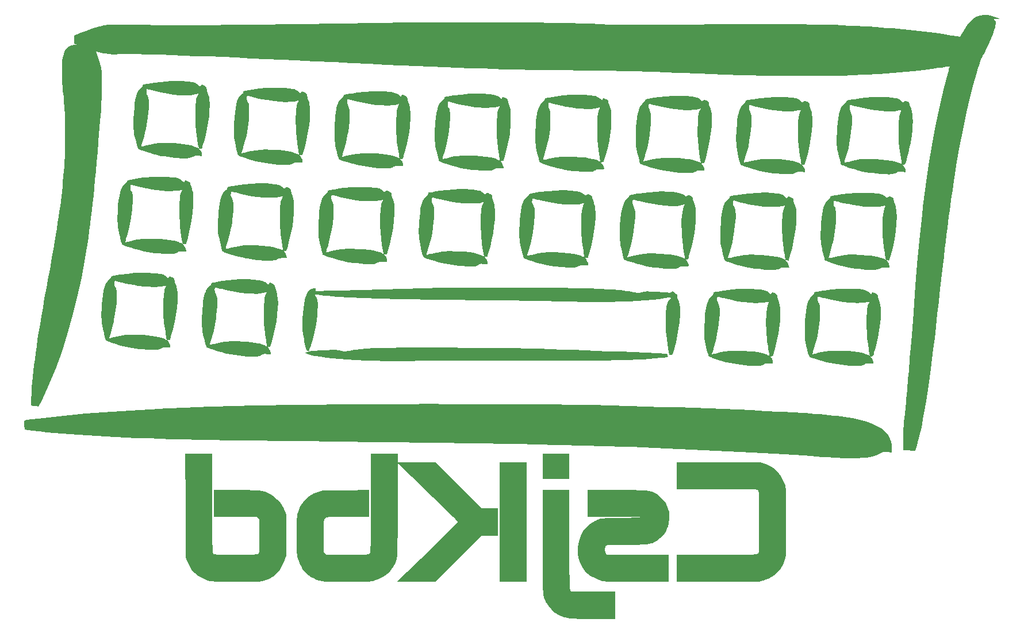
<source format=gbr>
%TF.GenerationSoftware,KiCad,Pcbnew,7.0.5*%
%TF.CreationDate,2023-07-21T14:17:52+03:00*%
%TF.ProjectId,MacroPadBottomPlate,4d616372-6f50-4616-9442-6f74746f6d50,rev?*%
%TF.SameCoordinates,Original*%
%TF.FileFunction,Legend,Bot*%
%TF.FilePolarity,Positive*%
%FSLAX46Y46*%
G04 Gerber Fmt 4.6, Leading zero omitted, Abs format (unit mm)*
G04 Created by KiCad (PCBNEW 7.0.5) date 2023-07-21 14:17:52*
%MOMM*%
%LPD*%
G01*
G04 APERTURE LIST*
G04 APERTURE END LIST*
%TO.C,G\u002A\u002A\u002A*%
G36*
X161376792Y-116695425D02*
G01*
X161376792Y-118522548D01*
X159399906Y-118522548D01*
X157423019Y-118522548D01*
X157423019Y-116695425D01*
X157423019Y-114868302D01*
X159399906Y-114868302D01*
X161376792Y-114868302D01*
X161376792Y-116695425D01*
G37*
G36*
X155086698Y-124902500D02*
G01*
X155086698Y-133738585D01*
X153079859Y-133738585D01*
X151073019Y-133738585D01*
X151073019Y-124902500D01*
X151073019Y-116066416D01*
X153079859Y-116066416D01*
X155086698Y-116066416D01*
X155086698Y-124902500D01*
G37*
G36*
X161376792Y-127420462D02*
G01*
X161376774Y-128457864D01*
X161376863Y-129456407D01*
X161377296Y-130347304D01*
X161378311Y-131136836D01*
X161380144Y-131831290D01*
X161383034Y-132436947D01*
X161387217Y-132960093D01*
X161392931Y-133407010D01*
X161400413Y-133783984D01*
X161409901Y-134097298D01*
X161421632Y-134353235D01*
X161435843Y-134558081D01*
X161452772Y-134718118D01*
X161472656Y-134839631D01*
X161495733Y-134928903D01*
X161522240Y-134992218D01*
X161552413Y-135035861D01*
X161586491Y-135066116D01*
X161624712Y-135089265D01*
X161667311Y-135111594D01*
X161689443Y-135118598D01*
X161819081Y-135134141D01*
X162056954Y-135147188D01*
X162404987Y-135157778D01*
X162865106Y-135165948D01*
X163439238Y-135171736D01*
X164129307Y-135175181D01*
X164937241Y-135176321D01*
X168086226Y-135176321D01*
X168086226Y-137183161D01*
X168086226Y-139190000D01*
X164926203Y-139187910D01*
X164519042Y-139187529D01*
X163822681Y-139185920D01*
X163228848Y-139182489D01*
X162726183Y-139176441D01*
X162303321Y-139166978D01*
X161948902Y-139153304D01*
X161651563Y-139134623D01*
X161399942Y-139110139D01*
X161182677Y-139079056D01*
X160988406Y-139040577D01*
X160805766Y-138993906D01*
X160623396Y-138938246D01*
X160429933Y-138872802D01*
X159844096Y-138621184D01*
X159250463Y-138255875D01*
X158725657Y-137810376D01*
X158283982Y-137297009D01*
X157939744Y-136728092D01*
X157894415Y-136637223D01*
X157829525Y-136510743D01*
X157771314Y-136396870D01*
X157719406Y-136288982D01*
X157673430Y-136180459D01*
X157633011Y-136064681D01*
X157597776Y-135935026D01*
X157567351Y-135784874D01*
X157541362Y-135607604D01*
X157519437Y-135396595D01*
X157501201Y-135145226D01*
X157486281Y-134846877D01*
X157474304Y-134494927D01*
X157464895Y-134082755D01*
X157457681Y-133603740D01*
X157452289Y-133051262D01*
X157448345Y-132418700D01*
X157445476Y-131699433D01*
X157443307Y-130886841D01*
X157441466Y-129974302D01*
X157439579Y-128955196D01*
X157437271Y-127822901D01*
X157420364Y-120199906D01*
X159398578Y-120199906D01*
X161376792Y-120199906D01*
X161376792Y-127420462D01*
G37*
G36*
X183347193Y-116080824D02*
G01*
X189502500Y-116099490D01*
X189951792Y-116235905D01*
X190270926Y-116343723D01*
X190954071Y-116659148D01*
X191559381Y-117064758D01*
X192083937Y-117557539D01*
X192524815Y-118134476D01*
X192879096Y-118792557D01*
X193143857Y-119528768D01*
X193144077Y-119529548D01*
X193168048Y-119616719D01*
X193188929Y-119702951D01*
X193206972Y-119796870D01*
X193222429Y-119907099D01*
X193235552Y-120042264D01*
X193246593Y-120210989D01*
X193255804Y-120421901D01*
X193263437Y-120683623D01*
X193269744Y-121004781D01*
X193274976Y-121394000D01*
X193279387Y-121859904D01*
X193283227Y-122411119D01*
X193286749Y-123056270D01*
X193290205Y-123803981D01*
X193293846Y-124662878D01*
X193294895Y-124926048D01*
X193297798Y-125894910D01*
X193298681Y-126748595D01*
X193297509Y-127490788D01*
X193294246Y-128125176D01*
X193288858Y-128655445D01*
X193281311Y-129085282D01*
X193271569Y-129418373D01*
X193259598Y-129658405D01*
X193245363Y-129809065D01*
X193084887Y-130531363D01*
X192821140Y-131196994D01*
X192459024Y-131799361D01*
X192003290Y-132332901D01*
X191458689Y-132792054D01*
X190829973Y-133171257D01*
X190121894Y-133464950D01*
X189838711Y-133548241D01*
X189524530Y-133622853D01*
X189253262Y-133670784D01*
X189223319Y-133673591D01*
X189063563Y-133681121D01*
X188796190Y-133688448D01*
X188430113Y-133695484D01*
X187974245Y-133702144D01*
X187437500Y-133708343D01*
X186828789Y-133713993D01*
X186157026Y-133719009D01*
X185431124Y-133723304D01*
X184659996Y-133726793D01*
X183852554Y-133729390D01*
X183017712Y-133731007D01*
X177191887Y-133738585D01*
X177191887Y-131731746D01*
X177191887Y-129724906D01*
X182998836Y-129724906D01*
X183555628Y-129724717D01*
X184489353Y-129723472D01*
X185349212Y-129721106D01*
X186130099Y-129717667D01*
X186826911Y-129713204D01*
X187434542Y-129707766D01*
X187947887Y-129701403D01*
X188361842Y-129694163D01*
X188671301Y-129686096D01*
X188871161Y-129677250D01*
X188956316Y-129667674D01*
X189090985Y-129581724D01*
X189214815Y-129445682D01*
X189231985Y-129415951D01*
X189250246Y-129369839D01*
X189265889Y-129304787D01*
X189279117Y-129212390D01*
X189290130Y-129084242D01*
X189299129Y-128911936D01*
X189306316Y-128687067D01*
X189311892Y-128401229D01*
X189316058Y-128046015D01*
X189319016Y-127613020D01*
X189320966Y-127093838D01*
X189322110Y-126480062D01*
X189322648Y-125763287D01*
X189322783Y-124935108D01*
X189322782Y-124631373D01*
X189322614Y-123814935D01*
X189321794Y-123107474D01*
X189319805Y-122500902D01*
X189316131Y-121987133D01*
X189310252Y-121558078D01*
X189301652Y-121205652D01*
X189289813Y-120921768D01*
X189274217Y-120698339D01*
X189254347Y-120527277D01*
X189229686Y-120400497D01*
X189199715Y-120309911D01*
X189163917Y-120247432D01*
X189121775Y-120204974D01*
X189072771Y-120174449D01*
X189016387Y-120147771D01*
X189005238Y-120144122D01*
X188917551Y-120132238D01*
X188751060Y-120121705D01*
X188501664Y-120112477D01*
X188165262Y-120104509D01*
X187737755Y-120097754D01*
X187215041Y-120092165D01*
X186593021Y-120087696D01*
X185867594Y-120084301D01*
X185034660Y-120081933D01*
X184090119Y-120080547D01*
X183029870Y-120080095D01*
X177191887Y-120080095D01*
X177191887Y-118071126D01*
X177191887Y-116062157D01*
X183347193Y-116080824D01*
G37*
G36*
X108779623Y-122028953D02*
G01*
X108779621Y-122180633D01*
X108779568Y-123268758D01*
X108779633Y-124244159D01*
X108780088Y-125113097D01*
X108781204Y-125881836D01*
X108783252Y-126556640D01*
X108786503Y-127143772D01*
X108791227Y-127649494D01*
X108797697Y-128080070D01*
X108806182Y-128441763D01*
X108816955Y-128740837D01*
X108830286Y-128983553D01*
X108846446Y-129176177D01*
X108865707Y-129324970D01*
X108888339Y-129436196D01*
X108914613Y-129516118D01*
X108944800Y-129571000D01*
X108979172Y-129607104D01*
X109018000Y-129630693D01*
X109061554Y-129648031D01*
X109110106Y-129665382D01*
X109143225Y-129672379D01*
X109296562Y-129685509D01*
X109559105Y-129696987D01*
X109923743Y-129706680D01*
X110383365Y-129714452D01*
X110930861Y-129720170D01*
X111559118Y-129723700D01*
X112261026Y-129724906D01*
X112333542Y-129724907D01*
X113033198Y-129724825D01*
X113623617Y-129723771D01*
X114114455Y-129720599D01*
X114515369Y-129714163D01*
X114836015Y-129703315D01*
X115086050Y-129686911D01*
X115275129Y-129663803D01*
X115412909Y-129632846D01*
X115509046Y-129592893D01*
X115573198Y-129542797D01*
X115615019Y-129481413D01*
X115644167Y-129407594D01*
X115670298Y-129320194D01*
X115671308Y-129316633D01*
X115690815Y-129181541D01*
X115705558Y-128935414D01*
X115715568Y-128576513D01*
X115720877Y-128103102D01*
X115721520Y-127513443D01*
X115717528Y-126805798D01*
X115698726Y-124515700D01*
X115532667Y-124349666D01*
X115366607Y-124183633D01*
X112192926Y-124166639D01*
X109019245Y-124149645D01*
X109019245Y-122174775D01*
X109019245Y-120199906D01*
X112280187Y-120199906D01*
X112930309Y-120200122D01*
X113583980Y-120201349D01*
X114138704Y-120204339D01*
X114605695Y-120209844D01*
X114996169Y-120218613D01*
X115321340Y-120231396D01*
X115592424Y-120248945D01*
X115820634Y-120272008D01*
X116017186Y-120301337D01*
X116193295Y-120337681D01*
X116360176Y-120381790D01*
X116529043Y-120434416D01*
X116711112Y-120496307D01*
X116928410Y-120577904D01*
X117431749Y-120825435D01*
X117900430Y-121150308D01*
X118364866Y-121572313D01*
X118669838Y-121900943D01*
X119011299Y-122349040D01*
X119277100Y-122818789D01*
X119489292Y-123344953D01*
X119652500Y-123824199D01*
X119652500Y-126879387D01*
X119652500Y-129934576D01*
X119459147Y-130503680D01*
X119437093Y-130567427D01*
X119128422Y-131283714D01*
X118738826Y-131914933D01*
X118272309Y-132457688D01*
X117732876Y-132908585D01*
X117124531Y-133264228D01*
X116451280Y-133521222D01*
X115717126Y-133676172D01*
X115669926Y-133680694D01*
X115486889Y-133689621D01*
X115202531Y-133697406D01*
X114829454Y-133703921D01*
X114380264Y-133709039D01*
X113867563Y-133712631D01*
X113303955Y-133714571D01*
X112702044Y-133714731D01*
X112074434Y-133712985D01*
X111920407Y-133712309D01*
X111222583Y-133708830D01*
X110631906Y-133704902D01*
X110137827Y-133700179D01*
X109729800Y-133694315D01*
X109397277Y-133686962D01*
X109129713Y-133677775D01*
X108916559Y-133666407D01*
X108747269Y-133652512D01*
X108611296Y-133635744D01*
X108498093Y-133615755D01*
X108397113Y-133592200D01*
X108107545Y-133510239D01*
X107382843Y-133232569D01*
X106745367Y-132873049D01*
X106193996Y-132430681D01*
X105727610Y-131904463D01*
X105345091Y-131293394D01*
X105045319Y-130596473D01*
X104855802Y-130054387D01*
X104839709Y-122461345D01*
X104823615Y-114868302D01*
X106801619Y-114868302D01*
X108779623Y-114868302D01*
X108779623Y-122028953D01*
G37*
G36*
X169717148Y-120200205D02*
G01*
X170393644Y-120201640D01*
X170975749Y-120204999D01*
X171472847Y-120211087D01*
X171894326Y-120220708D01*
X172249570Y-120234666D01*
X172547965Y-120253765D01*
X172798898Y-120278809D01*
X173011753Y-120310601D01*
X173195916Y-120349947D01*
X173360774Y-120397651D01*
X173515711Y-120454516D01*
X173670114Y-120521346D01*
X173833368Y-120598946D01*
X174014859Y-120688119D01*
X174199650Y-120786267D01*
X174718989Y-121148565D01*
X175174418Y-121599075D01*
X175553282Y-122121311D01*
X175842931Y-122698782D01*
X176030709Y-123315000D01*
X176032354Y-123322869D01*
X176102901Y-123877597D01*
X176101130Y-124473472D01*
X176029926Y-125062945D01*
X175892174Y-125598469D01*
X175858554Y-125692684D01*
X175575575Y-126307038D01*
X175206671Y-126841460D01*
X174744839Y-127304579D01*
X174183079Y-127705026D01*
X174017336Y-127801503D01*
X173808917Y-127908470D01*
X173593398Y-127998683D01*
X173359513Y-128073532D01*
X173095994Y-128134409D01*
X172791573Y-128182703D01*
X172434981Y-128219806D01*
X172014952Y-128247109D01*
X171520216Y-128266002D01*
X170939507Y-128277877D01*
X170261555Y-128284123D01*
X169475095Y-128286132D01*
X169077563Y-128286800D01*
X168454666Y-128290308D01*
X167928628Y-128296698D01*
X167504037Y-128305858D01*
X167185477Y-128317678D01*
X166977535Y-128332046D01*
X166884795Y-128348852D01*
X166800665Y-128408712D01*
X166666279Y-128596248D01*
X166591880Y-128838932D01*
X166580976Y-129101956D01*
X166637077Y-129350513D01*
X166763694Y-129549797D01*
X166938803Y-129724906D01*
X171466288Y-129724906D01*
X175993774Y-129724906D01*
X175993774Y-131734758D01*
X175993774Y-133744609D01*
X171276203Y-133724513D01*
X171112876Y-133723817D01*
X170270524Y-133720142D01*
X169537840Y-133716638D01*
X168906222Y-133713051D01*
X168367070Y-133709128D01*
X167911784Y-133704613D01*
X167531762Y-133699254D01*
X167218405Y-133692796D01*
X166963112Y-133684986D01*
X166757281Y-133675570D01*
X166592313Y-133664294D01*
X166459607Y-133650904D01*
X166350562Y-133635146D01*
X166256577Y-133616767D01*
X166169052Y-133595513D01*
X166079387Y-133571129D01*
X165603475Y-133413999D01*
X165027842Y-133157868D01*
X164495991Y-132849085D01*
X164033184Y-132502690D01*
X163664688Y-132133722D01*
X163275820Y-131590116D01*
X162946310Y-130938496D01*
X162720095Y-130238474D01*
X162601039Y-129502285D01*
X162593009Y-128742162D01*
X162663479Y-128139156D01*
X162844424Y-127406628D01*
X163122578Y-126731953D01*
X163493375Y-126122347D01*
X163952247Y-125585027D01*
X164494626Y-125127207D01*
X165115946Y-124756104D01*
X165239085Y-124695593D01*
X165422040Y-124608818D01*
X165592141Y-124536215D01*
X165761447Y-124476419D01*
X165942020Y-124428064D01*
X166145919Y-124389786D01*
X166385204Y-124360218D01*
X166671937Y-124337996D01*
X167018176Y-124321754D01*
X167435983Y-124310126D01*
X167937418Y-124301748D01*
X168534540Y-124295254D01*
X169239410Y-124289278D01*
X169599705Y-124286026D01*
X170217349Y-124278671D01*
X170760857Y-124269791D01*
X171222615Y-124259597D01*
X171595011Y-124248300D01*
X171870433Y-124236112D01*
X172041269Y-124223244D01*
X172099906Y-124209907D01*
X172060271Y-124200642D01*
X171907423Y-124190281D01*
X171645031Y-124181045D01*
X171278736Y-124173012D01*
X170814182Y-124166263D01*
X170257011Y-124160877D01*
X169612867Y-124156931D01*
X168887391Y-124154506D01*
X168086226Y-124153680D01*
X164072547Y-124153680D01*
X164072547Y-122176793D01*
X164072547Y-120199906D01*
X168316266Y-120199906D01*
X168936875Y-120199890D01*
X169717148Y-120200205D01*
G37*
G36*
X141967359Y-99205298D02*
G01*
X142944918Y-99205863D01*
X144283486Y-99207679D01*
X145567424Y-99210648D01*
X146790214Y-99214726D01*
X147945338Y-99219872D01*
X149026279Y-99226040D01*
X150026517Y-99233190D01*
X150939536Y-99241276D01*
X151758817Y-99250257D01*
X152477843Y-99260089D01*
X153090095Y-99270729D01*
X153589057Y-99282134D01*
X155016615Y-99320975D01*
X156840564Y-99372769D01*
X158596063Y-99425339D01*
X160304006Y-99479428D01*
X161985282Y-99535784D01*
X163660785Y-99595151D01*
X165351406Y-99658275D01*
X167078036Y-99725899D01*
X168861569Y-99798771D01*
X170722895Y-99877635D01*
X172682907Y-99963236D01*
X175751994Y-100099037D01*
X175812978Y-100273977D01*
X175833630Y-100334418D01*
X175867971Y-100465879D01*
X175852178Y-100533508D01*
X175782620Y-100573082D01*
X175719379Y-100588945D01*
X175538778Y-100618378D01*
X175269775Y-100653641D01*
X174930796Y-100692879D01*
X174540267Y-100734236D01*
X174116617Y-100775854D01*
X173678272Y-100815879D01*
X173243660Y-100852454D01*
X172831207Y-100883724D01*
X172459340Y-100907830D01*
X172347352Y-100914247D01*
X171983544Y-100934484D01*
X171625355Y-100953282D01*
X171267559Y-100970695D01*
X170904929Y-100986779D01*
X170532240Y-101001590D01*
X170144265Y-101015185D01*
X169735778Y-101027618D01*
X169301552Y-101038946D01*
X168836362Y-101049225D01*
X168334980Y-101058509D01*
X167792182Y-101066855D01*
X167202740Y-101074320D01*
X166561428Y-101080957D01*
X165863020Y-101086825D01*
X165102289Y-101091977D01*
X164274011Y-101096470D01*
X163372957Y-101100360D01*
X162393902Y-101103703D01*
X161331620Y-101106553D01*
X160180884Y-101108968D01*
X158936468Y-101111003D01*
X157593146Y-101112714D01*
X156145692Y-101114156D01*
X154588879Y-101115385D01*
X152917481Y-101116458D01*
X152442993Y-101116761D01*
X151122702Y-101117868D01*
X149835577Y-101119334D01*
X148586714Y-101121137D01*
X147381211Y-101123259D01*
X146224164Y-101125678D01*
X145120670Y-101128376D01*
X144075826Y-101131331D01*
X143094728Y-101134525D01*
X142182474Y-101137937D01*
X141344160Y-101141548D01*
X140584884Y-101145337D01*
X139909741Y-101149284D01*
X139323828Y-101153370D01*
X138832243Y-101157574D01*
X138440082Y-101161877D01*
X138152442Y-101166259D01*
X137974420Y-101170699D01*
X137911113Y-101175178D01*
X137854157Y-101187556D01*
X137686733Y-101198178D01*
X137421576Y-101205105D01*
X137070470Y-101208549D01*
X136645198Y-101208722D01*
X136157544Y-101205839D01*
X135619290Y-101200111D01*
X135042221Y-101191751D01*
X134438119Y-101180972D01*
X133818768Y-101167987D01*
X133195951Y-101153009D01*
X132581452Y-101136249D01*
X131987053Y-101117921D01*
X131424538Y-101098238D01*
X130905691Y-101077412D01*
X130442295Y-101055656D01*
X130046132Y-101033183D01*
X129894949Y-101023507D01*
X128664206Y-100938179D01*
X127531267Y-100847500D01*
X126499271Y-100751835D01*
X125571357Y-100651546D01*
X124750665Y-100546999D01*
X124040333Y-100438558D01*
X123443501Y-100326587D01*
X122963309Y-100211451D01*
X122735260Y-100135156D01*
X122572381Y-100048436D01*
X122509352Y-99965441D01*
X122555457Y-99893412D01*
X122563818Y-99888454D01*
X122740167Y-99823024D01*
X123027340Y-99762001D01*
X123417013Y-99706248D01*
X123900859Y-99656628D01*
X124470554Y-99614006D01*
X125117773Y-99579246D01*
X125834191Y-99553211D01*
X126232724Y-99542258D01*
X126592619Y-99534480D01*
X126870456Y-99532721D01*
X127086320Y-99538007D01*
X127260299Y-99551364D01*
X127412478Y-99573818D01*
X127562944Y-99606395D01*
X127731783Y-99650120D01*
X128240137Y-99786733D01*
X128918488Y-99662242D01*
X128981221Y-99650766D01*
X129364785Y-99582826D01*
X129712061Y-99526524D01*
X130049026Y-99478686D01*
X130401659Y-99436136D01*
X130795938Y-99395700D01*
X131257842Y-99354204D01*
X131813349Y-99308472D01*
X131912510Y-99300720D01*
X132105261Y-99286873D01*
X132305959Y-99274388D01*
X132521183Y-99263198D01*
X132757515Y-99253236D01*
X133021534Y-99244436D01*
X133319821Y-99236730D01*
X133658956Y-99230052D01*
X134045519Y-99224335D01*
X134486091Y-99219512D01*
X134987251Y-99215516D01*
X135555580Y-99212280D01*
X136197658Y-99209737D01*
X136920066Y-99207821D01*
X137729384Y-99206464D01*
X138632192Y-99205601D01*
X139635070Y-99205163D01*
X140744599Y-99205084D01*
X141967359Y-99205298D01*
G37*
G36*
X193648922Y-86355444D02*
G01*
X193432787Y-86316733D01*
X193216651Y-86278022D01*
X193374072Y-86450403D01*
X193535189Y-86651735D01*
X193633540Y-86855131D01*
X193694205Y-87117005D01*
X193736380Y-87371604D01*
X193139393Y-87371604D01*
X192903050Y-87374381D01*
X192678877Y-87387961D01*
X192541022Y-87415078D01*
X192470555Y-87458180D01*
X192463563Y-87465745D01*
X192348733Y-87538233D01*
X192157208Y-87619485D01*
X191925233Y-87695804D01*
X191689057Y-87753493D01*
X191635212Y-87761350D01*
X191408504Y-87771195D01*
X191088359Y-87763885D01*
X190693093Y-87741391D01*
X190241024Y-87705685D01*
X189750469Y-87658738D01*
X189239747Y-87602522D01*
X188727174Y-87539008D01*
X188231068Y-87470170D01*
X187769746Y-87397977D01*
X187361526Y-87324403D01*
X187024725Y-87251418D01*
X186752269Y-87181987D01*
X186329564Y-87065583D01*
X185889289Y-86935946D01*
X185458214Y-86801496D01*
X185063108Y-86670654D01*
X184730744Y-86551840D01*
X184487890Y-86453475D01*
X184205827Y-86326240D01*
X184118208Y-85968561D01*
X184714563Y-85968561D01*
X184752677Y-85981863D01*
X184889087Y-85968220D01*
X185107298Y-85928209D01*
X185389794Y-85864528D01*
X185743089Y-85780837D01*
X186235605Y-85673146D01*
X186665401Y-85594510D01*
X187064319Y-85540975D01*
X187464204Y-85508586D01*
X187896898Y-85493389D01*
X188394245Y-85491430D01*
X188772796Y-85496111D01*
X189654337Y-85526859D01*
X190459729Y-85584093D01*
X191180612Y-85666730D01*
X191808629Y-85773687D01*
X192335419Y-85903880D01*
X192752625Y-86056227D01*
X192771072Y-86064577D01*
X192963614Y-86149948D01*
X193107050Y-86210430D01*
X193171525Y-86233397D01*
X193180162Y-86191385D01*
X193160554Y-86077479D01*
X193150558Y-86034311D01*
X193112405Y-85836421D01*
X193064113Y-85552096D01*
X193009271Y-85205566D01*
X192951465Y-84821060D01*
X192894282Y-84422808D01*
X192841311Y-84035041D01*
X192796138Y-83681988D01*
X192762351Y-83387878D01*
X192739501Y-83128023D01*
X192712599Y-82656736D01*
X192695720Y-82125341D01*
X192688868Y-81563756D01*
X192692047Y-81001894D01*
X192705261Y-80469674D01*
X192728515Y-79997011D01*
X192761812Y-79613821D01*
X192779838Y-79474626D01*
X192836665Y-79138523D01*
X192905030Y-78836130D01*
X192975776Y-78610401D01*
X193034847Y-78446796D01*
X193068801Y-78316065D01*
X193062846Y-78265944D01*
X193006370Y-78274977D01*
X192860790Y-78307592D01*
X192667837Y-78355802D01*
X192535831Y-78382181D01*
X192239844Y-78415061D01*
X191862229Y-78435826D01*
X191426204Y-78444464D01*
X190954989Y-78440962D01*
X190471801Y-78425307D01*
X189999860Y-78397487D01*
X189562385Y-78357490D01*
X189439077Y-78342861D01*
X188942260Y-78271606D01*
X188376489Y-78175140D01*
X187777484Y-78060542D01*
X187180965Y-77934895D01*
X186622652Y-77805276D01*
X186138266Y-77678769D01*
X185529692Y-77507462D01*
X185494280Y-77684521D01*
X185461647Y-77944123D01*
X185491902Y-78189454D01*
X185601421Y-78410782D01*
X185694480Y-78578465D01*
X185780833Y-78831287D01*
X185836963Y-79145032D01*
X185863051Y-79528917D01*
X185859277Y-79992156D01*
X185825820Y-80543963D01*
X185762861Y-81193553D01*
X185670579Y-81950142D01*
X185585397Y-82527071D01*
X185357600Y-83704094D01*
X185063422Y-84867653D01*
X184714563Y-85968561D01*
X184118208Y-85968561D01*
X183962062Y-85331142D01*
X183822227Y-84736611D01*
X183715399Y-84216436D01*
X183640720Y-83749405D01*
X183595079Y-83305117D01*
X183575366Y-82853172D01*
X183578471Y-82363170D01*
X183601284Y-81804712D01*
X183611027Y-81624027D01*
X183659619Y-80856891D01*
X183715174Y-80195707D01*
X183779382Y-79629158D01*
X183853931Y-79145930D01*
X183940507Y-78734707D01*
X184040801Y-78384174D01*
X184156498Y-78083015D01*
X184181968Y-78027744D01*
X184325550Y-77770932D01*
X184491142Y-77541749D01*
X184656513Y-77368039D01*
X184799432Y-77277651D01*
X184887186Y-77204887D01*
X184949670Y-77067831D01*
X184966590Y-76997478D01*
X184994652Y-76938542D01*
X185050052Y-76893167D01*
X185150947Y-76854628D01*
X185315492Y-76816197D01*
X185561845Y-76771150D01*
X185908160Y-76712761D01*
X186375566Y-76638333D01*
X187717327Y-76468247D01*
X188998622Y-76371984D01*
X190208643Y-76350160D01*
X191336581Y-76403391D01*
X191784413Y-76446739D01*
X192168781Y-76500493D01*
X192472261Y-76567236D01*
X192715010Y-76652676D01*
X192917185Y-76762521D01*
X193098943Y-76902480D01*
X193367876Y-77139205D01*
X193479338Y-77001556D01*
X193523824Y-76949135D01*
X193594277Y-76898938D01*
X193689286Y-76901150D01*
X193853017Y-76949635D01*
X194049823Y-77033699D01*
X194226024Y-77152241D01*
X194333883Y-77277093D01*
X194350213Y-77387817D01*
X194353569Y-77462741D01*
X194391011Y-77629640D01*
X194457303Y-77859114D01*
X194545510Y-78124988D01*
X194774198Y-78775142D01*
X194770974Y-80033161D01*
X194752858Y-80801174D01*
X194687232Y-81700176D01*
X194570151Y-82605754D01*
X194397858Y-83541182D01*
X194166593Y-84529732D01*
X193872596Y-85594677D01*
X193697157Y-86191385D01*
X193648922Y-86355444D01*
G37*
G36*
X122052897Y-70837642D02*
G01*
X121845676Y-70837642D01*
X121638455Y-70837642D01*
X121765849Y-70973247D01*
X121779238Y-70987924D01*
X121928940Y-71213722D01*
X122037081Y-71484526D01*
X122078679Y-71739174D01*
X122078679Y-71925687D01*
X121524552Y-71909584D01*
X121244834Y-71906005D01*
X121048483Y-71917343D01*
X120912536Y-71947561D01*
X120807267Y-72000424D01*
X120772361Y-72021761D01*
X120590166Y-72111128D01*
X120387927Y-72187365D01*
X120209241Y-72225085D01*
X119888769Y-72252680D01*
X119481843Y-72258363D01*
X119005759Y-72243732D01*
X118477811Y-72210387D01*
X117915296Y-72159925D01*
X117335508Y-72093946D01*
X116755742Y-72014049D01*
X116193293Y-71921832D01*
X115665457Y-71818893D01*
X115189528Y-71706832D01*
X115152178Y-71697034D01*
X114703948Y-71574262D01*
X114245929Y-71440355D01*
X113803332Y-71303325D01*
X113401367Y-71171188D01*
X113065246Y-71051957D01*
X112820178Y-70953647D01*
X112577479Y-70845489D01*
X112498948Y-70515748D01*
X113110402Y-70515748D01*
X113145153Y-70516478D01*
X113275850Y-70494973D01*
X113478800Y-70451561D01*
X113728362Y-70391405D01*
X114442881Y-70226752D01*
X115191719Y-70096829D01*
X115910581Y-70022586D01*
X116636968Y-69998963D01*
X117324301Y-70008607D01*
X118013731Y-70037046D01*
X118674815Y-70082478D01*
X119289314Y-70143099D01*
X119838987Y-70217104D01*
X120305594Y-70302689D01*
X120670896Y-70398049D01*
X120754516Y-70426652D01*
X121015472Y-70528731D01*
X121254976Y-70637265D01*
X121303132Y-70661457D01*
X121422817Y-70717546D01*
X121497557Y-70731242D01*
X121532426Y-70687384D01*
X121532498Y-70570811D01*
X121502846Y-70366359D01*
X121448546Y-70058868D01*
X121385716Y-69687453D01*
X121277358Y-68932536D01*
X121191301Y-68167656D01*
X121127586Y-67405574D01*
X121086250Y-66659049D01*
X121067333Y-65940843D01*
X121070873Y-65263716D01*
X121096911Y-64640430D01*
X121145484Y-64083743D01*
X121216632Y-63606418D01*
X121310393Y-63221214D01*
X121426807Y-62940893D01*
X121443900Y-62910844D01*
X121501302Y-62799887D01*
X121497975Y-62762524D01*
X121435138Y-62774373D01*
X120897478Y-62900567D01*
X120275144Y-62972918D01*
X119565780Y-62990592D01*
X118764523Y-62953525D01*
X117866513Y-62861654D01*
X116866887Y-62714916D01*
X116691355Y-62684495D01*
X116189081Y-62586886D01*
X115629093Y-62466016D01*
X115051746Y-62331170D01*
X114497394Y-62191636D01*
X114006392Y-62056697D01*
X114000002Y-62054855D01*
X113928076Y-62042734D01*
X113889702Y-62075681D01*
X113874378Y-62178604D01*
X113871604Y-62376412D01*
X113879019Y-62561779D01*
X113927076Y-62794115D01*
X114035222Y-63027384D01*
X114089484Y-63128863D01*
X114140246Y-63248665D01*
X114174231Y-63381910D01*
X114195906Y-63555188D01*
X114209740Y-63795090D01*
X114220202Y-64128208D01*
X114224051Y-64447156D01*
X114215341Y-64814524D01*
X114190555Y-65207888D01*
X114147689Y-65657835D01*
X114084738Y-66194953D01*
X114006221Y-66788690D01*
X113909725Y-67412728D01*
X113803553Y-67976676D01*
X113680846Y-68512988D01*
X113534749Y-69054117D01*
X113358404Y-69632517D01*
X113310227Y-69785332D01*
X113224404Y-70067261D01*
X113158670Y-70296586D01*
X113118758Y-70452888D01*
X113110402Y-70515748D01*
X112498948Y-70515748D01*
X112357282Y-69920911D01*
X112242253Y-69428947D01*
X112140688Y-68963206D01*
X112065420Y-68564357D01*
X112013454Y-68206705D01*
X111981793Y-67864558D01*
X111967441Y-67512220D01*
X111967402Y-67123998D01*
X111978680Y-66674199D01*
X111996451Y-66204727D01*
X112045841Y-65329732D01*
X112113800Y-64564437D01*
X112201603Y-63902833D01*
X112310524Y-63338911D01*
X112441838Y-62866662D01*
X112596820Y-62480077D01*
X112776743Y-62173149D01*
X112982882Y-61939867D01*
X113070066Y-61864766D01*
X113197356Y-61769309D01*
X113272720Y-61731982D01*
X113314353Y-61683279D01*
X113332453Y-61560859D01*
X113332453Y-61389736D01*
X114096250Y-61259792D01*
X114670066Y-61166218D01*
X115727582Y-61018878D01*
X116705694Y-60919745D01*
X117624095Y-60867946D01*
X118502474Y-60862606D01*
X119360524Y-60902849D01*
X120217935Y-60987801D01*
X120504901Y-61028312D01*
X120858423Y-61101719D01*
X121137220Y-61198621D01*
X121368365Y-61329286D01*
X121578929Y-61503980D01*
X121656623Y-61577310D01*
X121740371Y-61641208D01*
X121789252Y-61632692D01*
X121835635Y-61558657D01*
X121861001Y-61520258D01*
X121996941Y-61441884D01*
X122195510Y-61456616D01*
X122446828Y-61564360D01*
X122592288Y-61663929D01*
X122698791Y-61816326D01*
X122731575Y-62031510D01*
X122737768Y-62069271D01*
X122776730Y-62210062D01*
X122843462Y-62417109D01*
X122928601Y-62660519D01*
X122930084Y-62664611D01*
X122999862Y-62862128D01*
X123051039Y-63028782D01*
X123086993Y-63189683D01*
X123111100Y-63369942D01*
X123126736Y-63594670D01*
X123137279Y-63888976D01*
X123146104Y-64277972D01*
X123149058Y-64776886D01*
X123121242Y-65576831D01*
X123050411Y-66381169D01*
X122933538Y-67209973D01*
X122767595Y-68083313D01*
X122549553Y-69021262D01*
X122276387Y-70043892D01*
X122128027Y-70570811D01*
X122052897Y-70837642D01*
G37*
G36*
X178869245Y-86150531D02*
G01*
X178869192Y-86151087D01*
X178814088Y-86166929D01*
X178686480Y-86173491D01*
X178503714Y-86173491D01*
X178650687Y-86368184D01*
X178675131Y-86402238D01*
X178785418Y-86599312D01*
X178870336Y-86817178D01*
X178916526Y-87015455D01*
X178910624Y-87153760D01*
X178905320Y-87165361D01*
X178861187Y-87203430D01*
X178766264Y-87221979D01*
X178597778Y-87223195D01*
X178332955Y-87209268D01*
X178309119Y-87207742D01*
X178043940Y-87195194D01*
X177869280Y-87199548D01*
X177758651Y-87223233D01*
X177685569Y-87268681D01*
X177595525Y-87335089D01*
X177336303Y-87454701D01*
X176982217Y-87553825D01*
X176898016Y-87567620D01*
X176634545Y-87584102D01*
X176280444Y-87582626D01*
X175854601Y-87564939D01*
X175375904Y-87532791D01*
X174863240Y-87487933D01*
X174335498Y-87432112D01*
X173811565Y-87367079D01*
X173310329Y-87294582D01*
X172850677Y-87216371D01*
X172451498Y-87134196D01*
X172279183Y-87092392D01*
X171958253Y-87007860D01*
X171589296Y-86904839D01*
X171195704Y-86790406D01*
X170800870Y-86671639D01*
X170428184Y-86555615D01*
X170101041Y-86449410D01*
X169842831Y-86360103D01*
X169676946Y-86294769D01*
X169420736Y-86178052D01*
X169336008Y-85854743D01*
X169904114Y-85854743D01*
X169940878Y-85852839D01*
X170065711Y-85827405D01*
X170245616Y-85782497D01*
X170450353Y-85730471D01*
X170873982Y-85633630D01*
X171336717Y-85538646D01*
X171799873Y-85452898D01*
X172224767Y-85383765D01*
X172572713Y-85338626D01*
X172906434Y-85315982D01*
X173361975Y-85307825D01*
X173882336Y-85316142D01*
X174444442Y-85339239D01*
X175025218Y-85375421D01*
X175601591Y-85422994D01*
X176150486Y-85480261D01*
X176648828Y-85545529D01*
X177073543Y-85617104D01*
X177401557Y-85693289D01*
X177628740Y-85766015D01*
X177896147Y-85866799D01*
X178110109Y-85963062D01*
X178399322Y-86112685D01*
X178365878Y-85948395D01*
X178337623Y-85806866D01*
X178202668Y-85042717D01*
X178090811Y-84255088D01*
X178002397Y-83458007D01*
X177937771Y-82665508D01*
X177897280Y-81891620D01*
X177881268Y-81150377D01*
X177890083Y-80455808D01*
X177924069Y-79821945D01*
X177983572Y-79262820D01*
X178068938Y-78792464D01*
X178180512Y-78424908D01*
X178320833Y-78074675D01*
X178190676Y-78110182D01*
X177973578Y-78166555D01*
X177564840Y-78251762D01*
X177167097Y-78300322D01*
X176737548Y-78316483D01*
X176233396Y-78304494D01*
X175543864Y-78264303D01*
X174596434Y-78172761D01*
X173664907Y-78035921D01*
X172710110Y-77847724D01*
X171692872Y-77602109D01*
X171501450Y-77553373D01*
X171206351Y-77482890D01*
X170963587Y-77430727D01*
X170794244Y-77401284D01*
X170719405Y-77398962D01*
X170713620Y-77403179D01*
X170671753Y-77500742D01*
X170659443Y-77669275D01*
X170673987Y-77868387D01*
X170712680Y-78057689D01*
X170772818Y-78196791D01*
X170856150Y-78334471D01*
X170951149Y-78563511D01*
X171017964Y-78839524D01*
X171056761Y-79172471D01*
X171067702Y-79572320D01*
X171050954Y-80049032D01*
X171006680Y-80612574D01*
X170935044Y-81272908D01*
X170836210Y-82040000D01*
X170734697Y-82687791D01*
X170480008Y-83874447D01*
X170129622Y-85093152D01*
X170111047Y-85151055D01*
X170025745Y-85422150D01*
X169958557Y-85644198D01*
X169915881Y-85795597D01*
X169904114Y-85854743D01*
X169336008Y-85854743D01*
X169235672Y-85471880D01*
X169141597Y-85106173D01*
X169013683Y-84572134D01*
X168918467Y-84109680D01*
X168852073Y-83692730D01*
X168810622Y-83295201D01*
X168790238Y-82891013D01*
X168787043Y-82454082D01*
X168790162Y-82199503D01*
X168822898Y-81165642D01*
X168886835Y-80246992D01*
X168981957Y-79443624D01*
X169108249Y-78755610D01*
X169265696Y-78183020D01*
X169454283Y-77725923D01*
X169673994Y-77384392D01*
X169924815Y-77158496D01*
X169939862Y-77148600D01*
X170076947Y-77019015D01*
X170153312Y-76877275D01*
X170162517Y-76842407D01*
X170187872Y-76788271D01*
X170236039Y-76742740D01*
X170320702Y-76702162D01*
X170455545Y-76662885D01*
X170654255Y-76621257D01*
X170930514Y-76573627D01*
X171298009Y-76516343D01*
X171770425Y-76445753D01*
X172176148Y-76388022D01*
X173156722Y-76271969D01*
X174067979Y-76202015D01*
X174939170Y-76177037D01*
X175799545Y-76195915D01*
X176678355Y-76257526D01*
X177054018Y-76297060D01*
X177468191Y-76359677D01*
X177793416Y-76438392D01*
X178047316Y-76539017D01*
X178247515Y-76667365D01*
X178411636Y-76829249D01*
X178558584Y-77003886D01*
X178655390Y-76856142D01*
X178688390Y-76808323D01*
X178762351Y-76736334D01*
X178855210Y-76720287D01*
X178995986Y-76760175D01*
X179213703Y-76855990D01*
X179347957Y-76921361D01*
X179465813Y-76998295D01*
X179517038Y-77080009D01*
X179528208Y-77195162D01*
X179545424Y-77327454D01*
X179599894Y-77538375D01*
X179678678Y-77764027D01*
X179766282Y-77996596D01*
X179872584Y-78346597D01*
X179944311Y-78703402D01*
X179985173Y-79094853D01*
X179998883Y-79548793D01*
X179989151Y-80093066D01*
X179971039Y-80502195D01*
X179874067Y-81637658D01*
X179705461Y-82781627D01*
X179460960Y-83959605D01*
X179136302Y-85197098D01*
X179075855Y-85408304D01*
X178993783Y-85697228D01*
X178928293Y-85930442D01*
X178884932Y-86088143D01*
X178878761Y-86112685D01*
X178869245Y-86150531D01*
G37*
G36*
X181230743Y-72005802D02*
G01*
X181014820Y-72024017D01*
X180798896Y-72042232D01*
X180964120Y-72223129D01*
X181107069Y-72431558D01*
X181221679Y-72714511D01*
X181265472Y-72989730D01*
X181265428Y-72998817D01*
X181257245Y-73056618D01*
X181219206Y-73091827D01*
X181128836Y-73109225D01*
X180963659Y-73113589D01*
X180701198Y-73109697D01*
X180602057Y-73108025D01*
X180351613Y-73110006D01*
X180178094Y-73126910D01*
X180049055Y-73163599D01*
X179932051Y-73224934D01*
X179919355Y-73232627D01*
X179709802Y-73335316D01*
X179492906Y-73410409D01*
X179264512Y-73443427D01*
X178934720Y-73456459D01*
X178523051Y-73450818D01*
X178047527Y-73428197D01*
X177526171Y-73390286D01*
X176977005Y-73338779D01*
X176418050Y-73275367D01*
X175867330Y-73201741D01*
X175342866Y-73119594D01*
X174862681Y-73030618D01*
X174444796Y-72936504D01*
X174170568Y-72864501D01*
X173818605Y-72766025D01*
X173452255Y-72658244D01*
X173090054Y-72547105D01*
X172750539Y-72438552D01*
X172452247Y-72338533D01*
X172213715Y-72252992D01*
X172053480Y-72187876D01*
X171990079Y-72149130D01*
X171966010Y-72122285D01*
X171866909Y-72095661D01*
X171849563Y-72092945D01*
X171804704Y-72054809D01*
X171757076Y-71959770D01*
X171701339Y-71792714D01*
X171679211Y-71711414D01*
X172294747Y-71711414D01*
X172329425Y-71711339D01*
X172459904Y-71688913D01*
X172662806Y-71645043D01*
X172912661Y-71584943D01*
X173007245Y-71561484D01*
X173722626Y-71404574D01*
X174416561Y-71292780D01*
X175116226Y-71224176D01*
X175848798Y-71196835D01*
X176641453Y-71208831D01*
X177521368Y-71258237D01*
X177541073Y-71259667D01*
X178115841Y-71306248D01*
X178595731Y-71356487D01*
X179004922Y-71413754D01*
X179367593Y-71481417D01*
X179707925Y-71562845D01*
X179970357Y-71642309D01*
X180238849Y-71740129D01*
X180449281Y-71833429D01*
X180741345Y-71984858D01*
X180704240Y-71785661D01*
X180659541Y-71541446D01*
X180490928Y-70509641D01*
X180370028Y-69544677D01*
X180293906Y-68612717D01*
X180259628Y-67679928D01*
X180264259Y-66712472D01*
X180268874Y-66524719D01*
X180286636Y-65974904D01*
X180309632Y-65524856D01*
X180339754Y-65159203D01*
X180378894Y-64862568D01*
X180428944Y-64619580D01*
X180491794Y-64414863D01*
X180569337Y-64233043D01*
X180622766Y-64121551D01*
X180679412Y-63996956D01*
X180696790Y-63948491D01*
X180690291Y-63949740D01*
X180602725Y-63970885D01*
X180435597Y-64012755D01*
X180217123Y-64068302D01*
X180113352Y-64092435D01*
X179655265Y-64158577D01*
X179103307Y-64186466D01*
X178472507Y-64177597D01*
X177777896Y-64133470D01*
X177034503Y-64055580D01*
X176257357Y-63945425D01*
X175461488Y-63804503D01*
X174661927Y-63634311D01*
X173873702Y-63436346D01*
X173802378Y-63417049D01*
X173525940Y-63344064D01*
X173299738Y-63287178D01*
X173145504Y-63251719D01*
X173084974Y-63243012D01*
X173076706Y-63280299D01*
X173064097Y-63409099D01*
X173052920Y-63594952D01*
X173051312Y-63757471D01*
X173082679Y-63960855D01*
X173166081Y-64138540D01*
X173188795Y-64177255D01*
X173294505Y-64432065D01*
X173365995Y-64759953D01*
X173403356Y-65167903D01*
X173406681Y-65662900D01*
X173376059Y-66251928D01*
X173311584Y-66941970D01*
X173213347Y-67740011D01*
X173194819Y-67876243D01*
X173115420Y-68421942D01*
X173035194Y-68894790D01*
X172946028Y-69331843D01*
X172839810Y-69770161D01*
X172708429Y-70246799D01*
X172543772Y-70798816D01*
X172489688Y-70977771D01*
X172406421Y-71262435D01*
X172342523Y-71492978D01*
X172303473Y-71649329D01*
X172294747Y-71711414D01*
X171679211Y-71711414D01*
X171632156Y-71538529D01*
X171544186Y-71182100D01*
X171495409Y-70977016D01*
X171366557Y-70402949D01*
X171268020Y-69893855D01*
X171197763Y-69423489D01*
X171153754Y-68965610D01*
X171133958Y-68493975D01*
X171136343Y-67982341D01*
X171158875Y-67404465D01*
X171199519Y-66734104D01*
X171258424Y-66003435D01*
X171337624Y-65320048D01*
X171435675Y-64737821D01*
X171555343Y-64247467D01*
X171699393Y-63839698D01*
X171870589Y-63505225D01*
X172071696Y-63234760D01*
X172305480Y-63019016D01*
X172323250Y-63005145D01*
X172466778Y-62857060D01*
X172519245Y-62723049D01*
X172525110Y-62671107D01*
X172561323Y-62620889D01*
X172650130Y-62580362D01*
X172813493Y-62540357D01*
X173073373Y-62491706D01*
X173263719Y-62458356D01*
X174451602Y-62273456D01*
X175553451Y-62145414D01*
X176585683Y-62073439D01*
X177564718Y-62056742D01*
X178506973Y-62094533D01*
X179428867Y-62186024D01*
X179793849Y-62246050D01*
X180230064Y-62367957D01*
X180561678Y-62533092D01*
X180793664Y-62743487D01*
X180909929Y-62891293D01*
X181001239Y-62760930D01*
X181028218Y-62726266D01*
X181153701Y-62644764D01*
X181323458Y-62651512D01*
X181556418Y-62745999D01*
X181762346Y-62870791D01*
X181891963Y-63008029D01*
X181904188Y-63136070D01*
X181904332Y-63214268D01*
X181941892Y-63374655D01*
X182010740Y-63571148D01*
X182062972Y-63704460D01*
X182171133Y-64021874D01*
X182249372Y-64335295D01*
X182300829Y-64669316D01*
X182328642Y-65048526D01*
X182335947Y-65497518D01*
X182325884Y-66040882D01*
X182304971Y-66530347D01*
X182206479Y-67658034D01*
X182034782Y-68801374D01*
X181786022Y-69983372D01*
X181456344Y-71227029D01*
X181236810Y-71984858D01*
X181230743Y-72005802D01*
G37*
G36*
X151640281Y-71646368D02*
G01*
X151409564Y-71676321D01*
X151178848Y-71706274D01*
X151314111Y-71826085D01*
X151397773Y-71917770D01*
X151531218Y-72133319D01*
X151630838Y-72375826D01*
X151670760Y-72589883D01*
X151672076Y-72754623D01*
X151092712Y-72754623D01*
X150988151Y-72755207D01*
X150702905Y-72766520D01*
X150517951Y-72793625D01*
X150418774Y-72838325D01*
X150381951Y-72865340D01*
X150237184Y-72943094D01*
X150054623Y-73018910D01*
X149932417Y-73052047D01*
X149637177Y-73091170D01*
X149251307Y-73108015D01*
X148791731Y-73103952D01*
X148275375Y-73080347D01*
X147719165Y-73038569D01*
X147140026Y-72979985D01*
X146554883Y-72905964D01*
X145980663Y-72817873D01*
X145434289Y-72717081D01*
X144932689Y-72604954D01*
X144649084Y-72532449D01*
X144256789Y-72425982D01*
X143861995Y-72312807D01*
X143481594Y-72198303D01*
X143132477Y-72087850D01*
X142831537Y-71986827D01*
X142595666Y-71900614D01*
X142441755Y-71834590D01*
X142386698Y-71794136D01*
X142369370Y-71762798D01*
X142278505Y-71736227D01*
X142251807Y-71730918D01*
X142207088Y-71689475D01*
X142160265Y-71593643D01*
X142105698Y-71427707D01*
X142089312Y-71366993D01*
X142686226Y-71366993D01*
X142706199Y-71376067D01*
X142817109Y-71367554D01*
X143003463Y-71333097D01*
X143240354Y-71276752D01*
X143478222Y-71215866D01*
X144006585Y-71090217D01*
X144471388Y-70998185D01*
X144907900Y-70935306D01*
X145351389Y-70897120D01*
X145837126Y-70879164D01*
X146400377Y-70876976D01*
X146465627Y-70877478D01*
X147449621Y-70900098D01*
X148319158Y-70950333D01*
X149076303Y-71028452D01*
X149723123Y-71134721D01*
X150261683Y-71269407D01*
X150694049Y-71432779D01*
X150716403Y-71443222D01*
X150907293Y-71530876D01*
X151048084Y-71592889D01*
X151109698Y-71616416D01*
X151118423Y-71614606D01*
X151127565Y-71595869D01*
X151127152Y-71542933D01*
X151115052Y-71439018D01*
X151089130Y-71267346D01*
X151047254Y-71011138D01*
X150987290Y-70653617D01*
X150956862Y-70470250D01*
X150829556Y-69612678D01*
X150740475Y-68818241D01*
X150686584Y-68046028D01*
X150664849Y-67255125D01*
X150672238Y-66404623D01*
X150678777Y-66146404D01*
X150697293Y-65600656D01*
X150721137Y-65153537D01*
X150752158Y-64790086D01*
X150792204Y-64495343D01*
X150843125Y-64254347D01*
X150906769Y-64052138D01*
X150984984Y-63873756D01*
X151036380Y-63769322D01*
X151085744Y-63651275D01*
X151082151Y-63606913D01*
X151029015Y-63616280D01*
X150739798Y-63699299D01*
X150334436Y-63766334D01*
X149849465Y-63810080D01*
X149304623Y-63829853D01*
X148719650Y-63824966D01*
X148114284Y-63794735D01*
X147508265Y-63738475D01*
X146992811Y-63669281D01*
X146302090Y-63554498D01*
X145577544Y-63413566D01*
X144862139Y-63254943D01*
X144198844Y-63087087D01*
X143465000Y-62887221D01*
X143465000Y-63294509D01*
X143473326Y-63504714D01*
X143495174Y-63664605D01*
X143525813Y-63739382D01*
X143539771Y-63751068D01*
X143610054Y-63848401D01*
X143689730Y-63997517D01*
X143715295Y-64059169D01*
X143747552Y-64176749D01*
X143769487Y-64332998D01*
X143782736Y-64548186D01*
X143788934Y-64842584D01*
X143789718Y-65236463D01*
X143734309Y-66491488D01*
X143574015Y-67802227D01*
X143311669Y-69131322D01*
X142950056Y-70461441D01*
X142906585Y-70602536D01*
X142819582Y-70889792D01*
X142749675Y-71127300D01*
X142703134Y-71293540D01*
X142686226Y-71366993D01*
X142089312Y-71366993D01*
X142037752Y-71175953D01*
X141950790Y-70822666D01*
X141854370Y-70413038D01*
X141741052Y-69892187D01*
X141655199Y-69426540D01*
X141594892Y-68991214D01*
X141558209Y-68561323D01*
X141543230Y-68111983D01*
X141548034Y-67618309D01*
X141570700Y-67055417D01*
X141609308Y-66398421D01*
X141634565Y-66042637D01*
X141708687Y-65275799D01*
X141804000Y-64617741D01*
X141922449Y-64061698D01*
X142065982Y-63600904D01*
X142236543Y-63228592D01*
X142436079Y-62937998D01*
X142666535Y-62722355D01*
X142713435Y-62686281D01*
X142867345Y-62531547D01*
X142935287Y-62392692D01*
X142936004Y-62387641D01*
X142951341Y-62328536D01*
X142990131Y-62283279D01*
X143071357Y-62245383D01*
X143213998Y-62208359D01*
X143437037Y-62165720D01*
X143759454Y-62110976D01*
X144291276Y-62027270D01*
X145467074Y-61876647D01*
X146600872Y-61778944D01*
X147676716Y-61734981D01*
X148678654Y-61745577D01*
X149590730Y-61811552D01*
X149762800Y-61831345D01*
X150167067Y-61890805D01*
X150483633Y-61963403D01*
X150736076Y-62057173D01*
X150947973Y-62180147D01*
X151142902Y-62340359D01*
X151335148Y-62519943D01*
X151437535Y-62384207D01*
X151455867Y-62360393D01*
X151529601Y-62290837D01*
X151621032Y-62280267D01*
X151777604Y-62319681D01*
X151815039Y-62331317D01*
X152097169Y-62459214D01*
X152265682Y-62624242D01*
X152320366Y-62826206D01*
X152324793Y-62881605D01*
X152362590Y-63062785D01*
X152430777Y-63300857D01*
X152519384Y-63559104D01*
X152720425Y-64098255D01*
X152715616Y-65476085D01*
X152712712Y-65884394D01*
X152703960Y-66330404D01*
X152687999Y-66706221D01*
X152663111Y-67039853D01*
X152627577Y-67359309D01*
X152579682Y-67692595D01*
X152500179Y-68159355D01*
X152360482Y-68867988D01*
X152195944Y-69607014D01*
X152017235Y-70329224D01*
X151835026Y-70987406D01*
X151655205Y-71595869D01*
X151640281Y-71646368D01*
G37*
G36*
X107179909Y-69857762D02*
G01*
X107118765Y-69876409D01*
X107041508Y-69879151D01*
X106857974Y-69879151D01*
X106987161Y-70013939D01*
X107087882Y-70139844D01*
X107229554Y-70432835D01*
X107281981Y-70742943D01*
X107281981Y-70951621D01*
X106769411Y-70915448D01*
X106634793Y-70906566D01*
X106418496Y-70899529D01*
X106266425Y-70912863D01*
X106141244Y-70951746D01*
X106005614Y-71021354D01*
X105910149Y-71069537D01*
X105668156Y-71165234D01*
X105424906Y-71235139D01*
X105315679Y-71255997D01*
X105027025Y-71294366D01*
X104757314Y-71311867D01*
X104569996Y-71309602D01*
X104208946Y-71290314D01*
X103771493Y-71254600D01*
X103282453Y-71205394D01*
X102766641Y-71145629D01*
X102248872Y-71078239D01*
X101753963Y-71006157D01*
X101306727Y-70932318D01*
X100931981Y-70859653D01*
X100699275Y-70805669D01*
X100357199Y-70717144D01*
X99978046Y-70611317D01*
X99580913Y-70494243D01*
X99184896Y-70371979D01*
X98809090Y-70250582D01*
X98472592Y-70136108D01*
X98194496Y-70034615D01*
X97993900Y-69952158D01*
X97889899Y-69894795D01*
X97873504Y-69878191D01*
X97808894Y-69768320D01*
X97736717Y-69574813D01*
X97730735Y-69554156D01*
X98310602Y-69554156D01*
X98315449Y-69555650D01*
X98399637Y-69545167D01*
X98563543Y-69510514D01*
X98777661Y-69457780D01*
X98986052Y-69404455D01*
X99646478Y-69251452D01*
X100256368Y-69140062D01*
X100849283Y-69066870D01*
X101458784Y-69028462D01*
X102118432Y-69021425D01*
X102861790Y-69042345D01*
X103167314Y-69057009D01*
X103884459Y-69105940D01*
X104536603Y-69171504D01*
X105110136Y-69251914D01*
X105591451Y-69345383D01*
X105966938Y-69450123D01*
X106096684Y-69497372D01*
X106340164Y-69595804D01*
X106540656Y-69687978D01*
X106782011Y-69811108D01*
X106670934Y-69171191D01*
X106546962Y-68393092D01*
X106413554Y-67338076D01*
X106322509Y-66309227D01*
X106275156Y-65327483D01*
X106272822Y-64413780D01*
X106316836Y-63589057D01*
X106331988Y-63421213D01*
X106378719Y-62977686D01*
X106428347Y-62630113D01*
X106484377Y-62360497D01*
X106550314Y-62150844D01*
X106629664Y-61983156D01*
X106650096Y-61947126D01*
X106716180Y-61826011D01*
X106742830Y-61769123D01*
X106740936Y-61768124D01*
X106669700Y-61779132D01*
X106516125Y-61813501D01*
X106308514Y-61864983D01*
X105983587Y-61936322D01*
X105570046Y-61992515D01*
X105110582Y-62017139D01*
X104581691Y-62011308D01*
X103959866Y-61976134D01*
X103131121Y-61897013D01*
X102216349Y-61766050D01*
X101259940Y-61583412D01*
X100231450Y-61343937D01*
X99891631Y-61259169D01*
X99588934Y-61184595D01*
X99345706Y-61125661D01*
X99180843Y-61086943D01*
X99113240Y-61073019D01*
X99094696Y-61121013D01*
X99080384Y-61258859D01*
X99074906Y-61455071D01*
X99079187Y-61617450D01*
X99107597Y-61810694D01*
X99165369Y-61912201D01*
X99182293Y-61927421D01*
X99295587Y-62109545D01*
X99376294Y-62400712D01*
X99424218Y-62795326D01*
X99439163Y-63287794D01*
X99420932Y-63872521D01*
X99369329Y-64543910D01*
X99284157Y-65296368D01*
X99209614Y-65844468D01*
X99115545Y-66441368D01*
X99012019Y-66983699D01*
X98891329Y-67507464D01*
X98745768Y-68048665D01*
X98567627Y-68643304D01*
X98511848Y-68824394D01*
X98426822Y-69108340D01*
X98361189Y-69337907D01*
X98320573Y-69493158D01*
X98310602Y-69554156D01*
X97730735Y-69554156D01*
X97653113Y-69286124D01*
X97554224Y-68890708D01*
X97475675Y-68556672D01*
X97365182Y-68059940D01*
X97282696Y-67637060D01*
X97225168Y-67261897D01*
X97189547Y-66908315D01*
X97172781Y-66550180D01*
X97171821Y-66161356D01*
X97183615Y-65715708D01*
X97190032Y-65543080D01*
X97233512Y-64658679D01*
X97291877Y-63884507D01*
X97366815Y-63213037D01*
X97460012Y-62636746D01*
X97573155Y-62148109D01*
X97707932Y-61739601D01*
X97866030Y-61403697D01*
X98049135Y-61132874D01*
X98258935Y-60919607D01*
X98341104Y-60846796D01*
X98484769Y-60683994D01*
X98535755Y-60557630D01*
X98536865Y-60507363D01*
X98550176Y-60466937D01*
X98590823Y-60433106D01*
X98673944Y-60401459D01*
X98814672Y-60367586D01*
X99028145Y-60327075D01*
X99329498Y-60275517D01*
X99733868Y-60208500D01*
X100299110Y-60121909D01*
X101121756Y-60018253D01*
X101932753Y-59940759D01*
X102697840Y-59892544D01*
X103382759Y-59876721D01*
X103682271Y-59881134D01*
X104099252Y-59896812D01*
X104532148Y-59921909D01*
X104958343Y-59954438D01*
X105355220Y-59992414D01*
X105700162Y-60033851D01*
X105970552Y-60076762D01*
X106143774Y-60119162D01*
X106244647Y-60160278D01*
X106450953Y-60268701D01*
X106648936Y-60397738D01*
X106804856Y-60524343D01*
X106884973Y-60625467D01*
X106911837Y-60669694D01*
X106965433Y-60657899D01*
X107062618Y-60557425D01*
X107203515Y-60393622D01*
X107467394Y-60498723D01*
X107565886Y-60540159D01*
X107784941Y-60662534D01*
X107903528Y-60793847D01*
X107935864Y-60947723D01*
X107937468Y-60980740D01*
X107967699Y-61137179D01*
X108028338Y-61355991D01*
X108109649Y-61600606D01*
X108213317Y-61913449D01*
X108309504Y-62293434D01*
X108370475Y-62684296D01*
X108398891Y-63112632D01*
X108397416Y-63605038D01*
X108368713Y-64188114D01*
X108298269Y-65043662D01*
X108183566Y-65966718D01*
X108025233Y-66881168D01*
X107816792Y-67823838D01*
X107551764Y-68831552D01*
X107510359Y-68978932D01*
X107415596Y-69311542D01*
X107342782Y-69550101D01*
X107284305Y-69710238D01*
X107232551Y-69807582D01*
X107228852Y-69811108D01*
X107179909Y-69857762D01*
G37*
G36*
X102542184Y-98094717D02*
G01*
X102333316Y-98094717D01*
X102124449Y-98094717D01*
X102307927Y-98323032D01*
X102441321Y-98522070D01*
X102563990Y-98805026D01*
X102609340Y-99067789D01*
X102602581Y-99106641D01*
X102562183Y-99141441D01*
X102466278Y-99161544D01*
X102293446Y-99170790D01*
X102022264Y-99173019D01*
X101867377Y-99175137D01*
X101631319Y-99187432D01*
X101456938Y-99208286D01*
X101373282Y-99234926D01*
X101331552Y-99264717D01*
X101196363Y-99334926D01*
X101016843Y-99411841D01*
X100944709Y-99437951D01*
X100777753Y-99481574D01*
X100574995Y-99509341D01*
X100308490Y-99524338D01*
X99950299Y-99529651D01*
X99615303Y-99522997D01*
X99142846Y-99497586D01*
X98613729Y-99456272D01*
X98060859Y-99402309D01*
X97517146Y-99338955D01*
X97015497Y-99269464D01*
X96588821Y-99197092D01*
X96553569Y-99190215D01*
X96187200Y-99110234D01*
X95761686Y-99005076D01*
X95302173Y-98882096D01*
X94833811Y-98748647D01*
X94381747Y-98612084D01*
X93971129Y-98479759D01*
X93627104Y-98359027D01*
X93374820Y-98257242D01*
X93243593Y-98194403D01*
X93151453Y-98128989D01*
X93088139Y-98035812D01*
X93034072Y-97885454D01*
X92996671Y-97747836D01*
X93591983Y-97747836D01*
X93594861Y-97782985D01*
X93646871Y-97794412D01*
X93764636Y-97780202D01*
X93964780Y-97738437D01*
X94263926Y-97667200D01*
X94692889Y-97564942D01*
X95167931Y-97462151D01*
X95588401Y-97387861D01*
X95987950Y-97338087D01*
X96400224Y-97308842D01*
X96858874Y-97296140D01*
X97397547Y-97295996D01*
X97869634Y-97304329D01*
X98588469Y-97333912D01*
X99275762Y-97382023D01*
X99909561Y-97446663D01*
X100467914Y-97525833D01*
X100928872Y-97617534D01*
X100972111Y-97628255D01*
X101258671Y-97712552D01*
X101537080Y-97813363D01*
X101752575Y-97911167D01*
X101898389Y-97988624D01*
X102022481Y-98050937D01*
X102070189Y-98069671D01*
X102068326Y-98056488D01*
X102051253Y-97950917D01*
X102019202Y-97757547D01*
X101975683Y-97497482D01*
X101924205Y-97191824D01*
X101872921Y-96879432D01*
X101692744Y-95566962D01*
X101585104Y-94344510D01*
X101549726Y-93207943D01*
X101586332Y-92153126D01*
X101616951Y-91755837D01*
X101659350Y-91314615D01*
X101705704Y-90964503D01*
X101758756Y-90689048D01*
X101821248Y-90471795D01*
X101895925Y-90296292D01*
X101923847Y-90240911D01*
X101985634Y-90112266D01*
X102010283Y-90050688D01*
X102009975Y-90049929D01*
X101949734Y-90055228D01*
X101805298Y-90085513D01*
X101605920Y-90134707D01*
X101565358Y-90144569D01*
X101274204Y-90191331D01*
X100892043Y-90223491D01*
X100442580Y-90240867D01*
X99949525Y-90243278D01*
X99436584Y-90230542D01*
X98927465Y-90202478D01*
X98445875Y-90158905D01*
X98325315Y-90144621D01*
X97828180Y-90073417D01*
X97261863Y-89976907D01*
X96662080Y-89862172D01*
X96064547Y-89736295D01*
X95504982Y-89606356D01*
X95019099Y-89479438D01*
X94731350Y-89400145D01*
X94539334Y-89359870D01*
X94423920Y-89366221D01*
X94365613Y-89426707D01*
X94344924Y-89548836D01*
X94342359Y-89740117D01*
X94362716Y-89932912D01*
X94484912Y-90212197D01*
X94607724Y-90459386D01*
X94704144Y-90843019D01*
X94748915Y-91322034D01*
X94740910Y-91889052D01*
X94718949Y-92198207D01*
X94675284Y-92662662D01*
X94617853Y-93174852D01*
X94550422Y-93706909D01*
X94476758Y-94230962D01*
X94400628Y-94719141D01*
X94325799Y-95143574D01*
X94256038Y-95476393D01*
X94218722Y-95626658D01*
X94140991Y-95919328D01*
X94046003Y-96261081D01*
X93941784Y-96624444D01*
X93836365Y-96981945D01*
X93737773Y-97306110D01*
X93654039Y-97569467D01*
X93593189Y-97744543D01*
X93591983Y-97747836D01*
X92996671Y-97747836D01*
X92969673Y-97648495D01*
X92808133Y-97014137D01*
X92679219Y-96456565D01*
X92582989Y-95961928D01*
X92516453Y-95504772D01*
X92476623Y-95059644D01*
X92460510Y-94601090D01*
X92465125Y-94103655D01*
X92487480Y-93541887D01*
X92524411Y-92899172D01*
X92585233Y-92126308D01*
X92660243Y-91458552D01*
X92751379Y-90887727D01*
X92860582Y-90405656D01*
X92989789Y-90004161D01*
X93140941Y-89675066D01*
X93315977Y-89410193D01*
X93516835Y-89201364D01*
X93608493Y-89116223D01*
X93750491Y-88956460D01*
X93836242Y-88822250D01*
X93842876Y-88806791D01*
X93877607Y-88744447D01*
X93931711Y-88696861D01*
X94024998Y-88657443D01*
X94177277Y-88619606D01*
X94408359Y-88576760D01*
X94738054Y-88522316D01*
X95178682Y-88453420D01*
X96306680Y-88302666D01*
X97352629Y-88203602D01*
X98335028Y-88155154D01*
X99272372Y-88156246D01*
X100183160Y-88205803D01*
X100648675Y-88249794D01*
X101040280Y-88303866D01*
X101350338Y-88371279D01*
X101598455Y-88457494D01*
X101804235Y-88567970D01*
X101987284Y-88708165D01*
X102251367Y-88940620D01*
X102364511Y-88800893D01*
X102391641Y-88768078D01*
X102467294Y-88701674D01*
X102556598Y-88696382D01*
X102708238Y-88744166D01*
X102899572Y-88820072D01*
X103083485Y-88925222D01*
X103180255Y-89041726D01*
X103208396Y-89185940D01*
X103227341Y-89320930D01*
X103283065Y-89529240D01*
X103362695Y-89754730D01*
X103402827Y-89858106D01*
X103525423Y-90234066D01*
X103609759Y-90619750D01*
X103659332Y-91042058D01*
X103677640Y-91527891D01*
X103668182Y-92104151D01*
X103661182Y-92280885D01*
X103589010Y-93298289D01*
X103460087Y-94315204D01*
X103270187Y-95355378D01*
X103015087Y-96442560D01*
X102690563Y-97600496D01*
X102549704Y-98069671D01*
X102542184Y-98094717D01*
G37*
G36*
X195971772Y-72177922D02*
G01*
X195899770Y-72210239D01*
X195790187Y-72215472D01*
X195582925Y-72215472D01*
X195708039Y-72340587D01*
X195801677Y-72456550D01*
X195928902Y-72682686D01*
X196023234Y-72927782D01*
X196060854Y-73138004D01*
X196062170Y-73311715D01*
X195518181Y-73273101D01*
X195296373Y-73258920D01*
X195102944Y-73255490D01*
X194965124Y-73272230D01*
X194847745Y-73314088D01*
X194715639Y-73386010D01*
X194647382Y-73423265D01*
X194414873Y-73525437D01*
X194196302Y-73592978D01*
X194124457Y-73605423D01*
X193848281Y-73627087D01*
X193479946Y-73629923D01*
X193038511Y-73615618D01*
X192543032Y-73585861D01*
X192012569Y-73542339D01*
X191466178Y-73486740D01*
X190922918Y-73420750D01*
X190401847Y-73346059D01*
X189922021Y-73264354D01*
X189502500Y-73177322D01*
X189461440Y-73167572D01*
X189216697Y-73104311D01*
X188916298Y-73020361D01*
X188579221Y-72921700D01*
X188224443Y-72814309D01*
X187870941Y-72704168D01*
X187537693Y-72597257D01*
X187243675Y-72499557D01*
X187007865Y-72417048D01*
X186849240Y-72355710D01*
X186786777Y-72321524D01*
X186763464Y-72298686D01*
X186665009Y-72275378D01*
X186651090Y-72273507D01*
X186605912Y-72236911D01*
X186557410Y-72142250D01*
X186500302Y-71974718D01*
X186483952Y-71915944D01*
X187069946Y-71915944D01*
X187072670Y-71915738D01*
X187155075Y-71899184D01*
X187327580Y-71859966D01*
X187566787Y-71803509D01*
X187849295Y-71735239D01*
X188258773Y-71638559D01*
X188770179Y-71531935D01*
X189232543Y-71457205D01*
X189683389Y-71409659D01*
X190160238Y-71384587D01*
X190700613Y-71377277D01*
X190895568Y-71378151D01*
X191623365Y-71396260D01*
X192336310Y-71436197D01*
X193013518Y-71495861D01*
X193634105Y-71573147D01*
X194177186Y-71665952D01*
X194621875Y-71772173D01*
X194733169Y-71807210D01*
X194999968Y-71906661D01*
X195235908Y-72012095D01*
X195352012Y-72068084D01*
X195475204Y-72118481D01*
X195523019Y-72124466D01*
X195521325Y-72109619D01*
X195504294Y-71999584D01*
X195471871Y-71802280D01*
X195427667Y-71539507D01*
X195375297Y-71233068D01*
X195321056Y-70901438D01*
X195217005Y-70147296D01*
X195135642Y-69380362D01*
X195077093Y-68615102D01*
X195041484Y-67865986D01*
X195028943Y-67147481D01*
X195039594Y-66474055D01*
X195073565Y-65860176D01*
X195130982Y-65320312D01*
X195211972Y-64868930D01*
X195316660Y-64520499D01*
X195382957Y-64345880D01*
X195429172Y-64205603D01*
X195439598Y-64144630D01*
X195390836Y-64146847D01*
X195255469Y-64174959D01*
X195067275Y-64223742D01*
X194714236Y-64295564D01*
X194222734Y-64342271D01*
X193646834Y-64354192D01*
X193002084Y-64332840D01*
X192304030Y-64279726D01*
X191568220Y-64196364D01*
X190810200Y-64084264D01*
X190045518Y-63944940D01*
X189289721Y-63779903D01*
X188558355Y-63590666D01*
X188329926Y-63526790D01*
X188109083Y-63465914D01*
X187955345Y-63424577D01*
X187892798Y-63409340D01*
X187880638Y-63441198D01*
X187859332Y-63563309D01*
X187837152Y-63745590D01*
X187830369Y-63817203D01*
X187826685Y-64007442D01*
X187861768Y-64150253D01*
X187946268Y-64299718D01*
X188016694Y-64424072D01*
X188110570Y-64680417D01*
X188172495Y-65001413D01*
X188202616Y-65395571D01*
X188201079Y-65871401D01*
X188168033Y-66437413D01*
X188103624Y-67102117D01*
X188007998Y-67874024D01*
X187877599Y-68730249D01*
X187715854Y-69550311D01*
X187515984Y-70350766D01*
X187266674Y-71182100D01*
X187250542Y-71232538D01*
X187168387Y-71499771D01*
X187107119Y-71716864D01*
X187072414Y-71862645D01*
X187069946Y-71915944D01*
X186483952Y-71915944D01*
X186429306Y-71719509D01*
X186339142Y-71361816D01*
X186268749Y-71070152D01*
X186144026Y-70515233D01*
X186049004Y-70017445D01*
X185981784Y-69551671D01*
X185940470Y-69092796D01*
X185923163Y-68615703D01*
X185927966Y-68095278D01*
X185952983Y-67506403D01*
X185996314Y-66823963D01*
X186024833Y-66452270D01*
X186097322Y-65734976D01*
X186187200Y-65122734D01*
X186297172Y-64605982D01*
X186429941Y-64175158D01*
X186588212Y-63820701D01*
X186774688Y-63533048D01*
X186992074Y-63302639D01*
X187109996Y-63193194D01*
X187262550Y-63015518D01*
X187315188Y-62885166D01*
X187321290Y-62801340D01*
X187341740Y-62750378D01*
X187405347Y-62741414D01*
X187568467Y-62716226D01*
X187812083Y-62677803D01*
X188117236Y-62629135D01*
X188464971Y-62573212D01*
X189464661Y-62426297D01*
X190527635Y-62307982D01*
X191512426Y-62242914D01*
X192434145Y-62230142D01*
X193307899Y-62268718D01*
X193445243Y-62279396D01*
X193795337Y-62309995D01*
X194119358Y-62342733D01*
X194386143Y-62374318D01*
X194564528Y-62401459D01*
X194790571Y-62457597D01*
X195114905Y-62581687D01*
X195389350Y-62737882D01*
X195578960Y-62908708D01*
X195706627Y-63071010D01*
X195797937Y-62940647D01*
X195820040Y-62912606D01*
X195973647Y-62823082D01*
X196179035Y-62831477D01*
X196421604Y-62937857D01*
X196442841Y-62950849D01*
X196616691Y-63074510D01*
X196694246Y-63177843D01*
X196690412Y-63279811D01*
X196694132Y-63348180D01*
X196730965Y-63510101D01*
X196796062Y-63735678D01*
X196882415Y-63998679D01*
X196966138Y-64246387D01*
X197030435Y-64463790D01*
X197073180Y-64662906D01*
X197100059Y-64878257D01*
X197116757Y-65144367D01*
X197128959Y-65495760D01*
X197128998Y-66198734D01*
X197065109Y-67237708D01*
X196929658Y-68336922D01*
X196725588Y-69477888D01*
X196455845Y-70642114D01*
X196123372Y-71811109D01*
X196085186Y-71932327D01*
X196026731Y-72093593D01*
X196006610Y-72124466D01*
X195971772Y-72177922D01*
G37*
G36*
X136096604Y-115467359D02*
G01*
X136096604Y-116066416D01*
X138867438Y-116066416D01*
X141638272Y-116066416D01*
X145052500Y-119481038D01*
X148466729Y-122895661D01*
X149650062Y-122895661D01*
X150833396Y-122895661D01*
X150833396Y-124902500D01*
X150833396Y-126909340D01*
X149611945Y-126909340D01*
X148390493Y-126909340D01*
X145020974Y-130323963D01*
X141651455Y-133738585D01*
X138802916Y-133738585D01*
X135954377Y-133738585D01*
X136130325Y-133554674D01*
X136164128Y-133520654D01*
X136283384Y-133403009D01*
X136478669Y-133211563D01*
X136743958Y-132952192D01*
X137073225Y-132630767D01*
X137460444Y-132253161D01*
X137899589Y-131825248D01*
X138384634Y-131352901D01*
X138909554Y-130841993D01*
X139468322Y-130298396D01*
X140054913Y-129727985D01*
X140663301Y-129136632D01*
X145020328Y-124902500D01*
X144587121Y-124472271D01*
X144580800Y-124466001D01*
X144466920Y-124354009D01*
X144274552Y-124165835D01*
X144010538Y-123908142D01*
X143681720Y-123587590D01*
X143294941Y-123210839D01*
X142857042Y-122784552D01*
X142374866Y-122315388D01*
X141855256Y-121810009D01*
X141305052Y-121275075D01*
X140731098Y-120717249D01*
X140140236Y-120143189D01*
X136126557Y-116244337D01*
X136093853Y-123089457D01*
X136091426Y-123600484D01*
X136086653Y-124607669D01*
X136082193Y-125505417D01*
X136077744Y-126300793D01*
X136073007Y-127000863D01*
X136067681Y-127612691D01*
X136061466Y-128143342D01*
X136054061Y-128599882D01*
X136045167Y-128989375D01*
X136034482Y-129318887D01*
X136021706Y-129595483D01*
X136006539Y-129826228D01*
X135988680Y-130018187D01*
X135967830Y-130178425D01*
X135943687Y-130314007D01*
X135915952Y-130431999D01*
X135884324Y-130539465D01*
X135848502Y-130643470D01*
X135808186Y-130751080D01*
X135763076Y-130869359D01*
X135750810Y-130901399D01*
X135449304Y-131516326D01*
X135048005Y-132070757D01*
X134553371Y-132559216D01*
X133971863Y-132976225D01*
X133309940Y-133316305D01*
X132574059Y-133573979D01*
X132485536Y-133597798D01*
X132379062Y-133622729D01*
X132263766Y-133643579D01*
X132128547Y-133660817D01*
X131962309Y-133674912D01*
X131753951Y-133686332D01*
X131492377Y-133695545D01*
X131166485Y-133703021D01*
X130765179Y-133709226D01*
X130277359Y-133714630D01*
X129691927Y-133719701D01*
X128997783Y-133724907D01*
X128956500Y-133725203D01*
X128167449Y-133729968D01*
X127486786Y-133731747D01*
X126903639Y-133729897D01*
X126407135Y-133723774D01*
X125986403Y-133712733D01*
X125630569Y-133696132D01*
X125328762Y-133673326D01*
X125070109Y-133643670D01*
X124843738Y-133606522D01*
X124638775Y-133561237D01*
X124444349Y-133507171D01*
X124249588Y-133443681D01*
X124210026Y-133429917D01*
X123750540Y-133244580D01*
X123351819Y-133025519D01*
X122975433Y-132748415D01*
X122582951Y-132388947D01*
X122475812Y-132281598D01*
X122263061Y-132051896D01*
X122097499Y-131836520D01*
X121948966Y-131593457D01*
X121787297Y-131280692D01*
X121738120Y-131180632D01*
X121614081Y-130921610D01*
X121511581Y-130688669D01*
X121428414Y-130467220D01*
X121362376Y-130242673D01*
X121311262Y-130000440D01*
X121272865Y-129725931D01*
X121244982Y-129404557D01*
X121225407Y-129021729D01*
X121211934Y-128562859D01*
X121202359Y-128013356D01*
X121194477Y-127358633D01*
X121193033Y-127220859D01*
X121187875Y-126476179D01*
X121188922Y-125837630D01*
X121196851Y-125293623D01*
X121212334Y-124832570D01*
X121236045Y-124442880D01*
X121268659Y-124112964D01*
X121310848Y-123831233D01*
X121363288Y-123586096D01*
X121426653Y-123365965D01*
X121459173Y-123269225D01*
X121746749Y-122593917D01*
X122114833Y-122002887D01*
X122567559Y-121492115D01*
X123109058Y-121057584D01*
X123743463Y-120695273D01*
X124474906Y-120401163D01*
X124984104Y-120230842D01*
X128413703Y-120212632D01*
X131843302Y-120194422D01*
X131843302Y-122174051D01*
X131843302Y-124153680D01*
X128803090Y-124153773D01*
X128678797Y-124153783D01*
X128010925Y-124154186D01*
X127450791Y-124155415D01*
X126988070Y-124157803D01*
X126612436Y-124161683D01*
X126313563Y-124167388D01*
X126081124Y-124175251D01*
X125904794Y-124185607D01*
X125774247Y-124198787D01*
X125679156Y-124215125D01*
X125609196Y-124234954D01*
X125554041Y-124258608D01*
X125514589Y-124278474D01*
X125433964Y-124323306D01*
X125368134Y-124375167D01*
X125315688Y-124445337D01*
X125275214Y-124545093D01*
X125245300Y-124685713D01*
X125224536Y-124878475D01*
X125211509Y-125134657D01*
X125204808Y-125465536D01*
X125203022Y-125882391D01*
X125204740Y-126396499D01*
X125208549Y-127019139D01*
X125223726Y-129375401D01*
X125419365Y-129550154D01*
X125615003Y-129724906D01*
X128615075Y-129724906D01*
X129115241Y-129724740D01*
X129721385Y-129723793D01*
X130225047Y-129721735D01*
X130636345Y-129718254D01*
X130965396Y-129713043D01*
X131222317Y-129705790D01*
X131417225Y-129696186D01*
X131560238Y-129683921D01*
X131661473Y-129668687D01*
X131731047Y-129650173D01*
X131779078Y-129628069D01*
X131800238Y-129616083D01*
X131847568Y-129591526D01*
X131889879Y-129568011D01*
X131927465Y-129539179D01*
X131960620Y-129498669D01*
X131989640Y-129440121D01*
X132014818Y-129357172D01*
X132036449Y-129243464D01*
X132054827Y-129092634D01*
X132070246Y-128898323D01*
X132083002Y-128654170D01*
X132093387Y-128353814D01*
X132101698Y-127990894D01*
X132108227Y-127559050D01*
X132113270Y-127051920D01*
X132117121Y-126463145D01*
X132120075Y-125786363D01*
X132122425Y-125015214D01*
X132124466Y-124143338D01*
X132126492Y-123164372D01*
X132128799Y-122071958D01*
X132144720Y-114868302D01*
X134120662Y-114868302D01*
X136096604Y-114868302D01*
X136096604Y-115467359D01*
G37*
G36*
X206023924Y-100448255D02*
G01*
X205962377Y-100476250D01*
X205889018Y-100490944D01*
X205693221Y-100520897D01*
X205828180Y-100640708D01*
X205956948Y-100793547D01*
X206080452Y-101061880D01*
X206126321Y-101354736D01*
X206126321Y-101563414D01*
X205613751Y-101527241D01*
X205479133Y-101518358D01*
X205262836Y-101511321D01*
X205110765Y-101524655D01*
X204985583Y-101563538D01*
X204849953Y-101633146D01*
X204753999Y-101681765D01*
X204512205Y-101778821D01*
X204269245Y-101851063D01*
X204219836Y-101861142D01*
X203933323Y-101891355D01*
X203552392Y-101898889D01*
X203095642Y-101885583D01*
X202581672Y-101853275D01*
X202029079Y-101803806D01*
X201456464Y-101739013D01*
X200882424Y-101660737D01*
X200325559Y-101570816D01*
X199804467Y-101471090D01*
X199337748Y-101363398D01*
X199335495Y-101362821D01*
X198920526Y-101251885D01*
X198495007Y-101130073D01*
X198076985Y-101003334D01*
X197684511Y-100877619D01*
X197335631Y-100758879D01*
X197048396Y-100653064D01*
X196840855Y-100566124D01*
X196731056Y-100504010D01*
X196725476Y-100498843D01*
X196660410Y-100395801D01*
X196586082Y-100201410D01*
X196575101Y-100164032D01*
X197153025Y-100164032D01*
X197158073Y-100165728D01*
X197243118Y-100155973D01*
X197407638Y-100121625D01*
X197622001Y-100068708D01*
X197780712Y-100027607D01*
X198435300Y-99872781D01*
X199026667Y-99761778D01*
X199592140Y-99689574D01*
X200169047Y-99651140D01*
X200794717Y-99641449D01*
X201001528Y-99643158D01*
X201774100Y-99663292D01*
X202509787Y-99703774D01*
X203192127Y-99762961D01*
X203804658Y-99839213D01*
X204330919Y-99930887D01*
X204754447Y-100036341D01*
X204852194Y-100068998D01*
X205096743Y-100165149D01*
X205328613Y-100271679D01*
X205627247Y-100423009D01*
X205488511Y-99603321D01*
X205479075Y-99547336D01*
X205339281Y-98639656D01*
X205237167Y-97795818D01*
X205168020Y-96970362D01*
X205127126Y-96117831D01*
X205122446Y-95951828D01*
X205117263Y-95277396D01*
X205134241Y-94643413D01*
X205172004Y-94062973D01*
X205229176Y-93549166D01*
X205304380Y-93115085D01*
X205396240Y-92773821D01*
X205503380Y-92538467D01*
X205515996Y-92518982D01*
X205557270Y-92451750D01*
X205557999Y-92418453D01*
X205499153Y-92417427D01*
X205361703Y-92447008D01*
X205126618Y-92505534D01*
X205095479Y-92513079D01*
X204858413Y-92556925D01*
X204572505Y-92585982D01*
X204214226Y-92601990D01*
X203760047Y-92606693D01*
X203361993Y-92601963D01*
X202535922Y-92561576D01*
X201707048Y-92476946D01*
X200849963Y-92344454D01*
X199939260Y-92160478D01*
X198949531Y-91921400D01*
X198759400Y-91872643D01*
X198463744Y-91798178D01*
X198220533Y-91738624D01*
X198050922Y-91699122D01*
X197976064Y-91684812D01*
X197949789Y-91726446D01*
X197927724Y-91858573D01*
X197919245Y-92049773D01*
X197926141Y-92240118D01*
X197962730Y-92428729D01*
X198038853Y-92566792D01*
X198058086Y-92593169D01*
X198152631Y-92767486D01*
X198225652Y-92965628D01*
X198244874Y-93053883D01*
X198275425Y-93331887D01*
X198287658Y-93699561D01*
X198282035Y-94136985D01*
X198259021Y-94624236D01*
X198219081Y-95141394D01*
X198162678Y-95668538D01*
X198088445Y-96246015D01*
X198001005Y-96842281D01*
X197907457Y-97375582D01*
X197801202Y-97876600D01*
X197675641Y-98376020D01*
X197524175Y-98904526D01*
X197340205Y-99492802D01*
X197265623Y-99730544D01*
X197201269Y-99949493D01*
X197161548Y-100101839D01*
X197153025Y-100164032D01*
X196575101Y-100164032D01*
X196499487Y-99906650D01*
X196397623Y-99502500D01*
X196396434Y-99497529D01*
X196263381Y-98921784D01*
X196162537Y-98432254D01*
X196090676Y-98000930D01*
X196044572Y-97599805D01*
X196021001Y-97200872D01*
X196016737Y-96776122D01*
X196028555Y-96297548D01*
X196033888Y-96156569D01*
X196077673Y-95271433D01*
X196136239Y-94496741D01*
X196211292Y-93824934D01*
X196304536Y-93248455D01*
X196417675Y-92759743D01*
X196552414Y-92351240D01*
X196710458Y-92015388D01*
X196893509Y-91744627D01*
X197103274Y-91531399D01*
X197180105Y-91463685D01*
X197328119Y-91297450D01*
X197380094Y-91167688D01*
X197379994Y-91152897D01*
X197381947Y-91107114D01*
X197398735Y-91070657D01*
X197445127Y-91039420D01*
X197535895Y-91009291D01*
X197685808Y-90976162D01*
X197909635Y-90935924D01*
X198222147Y-90884467D01*
X198638113Y-90817682D01*
X198903523Y-90775606D01*
X199433854Y-90696114D01*
X199897300Y-90635317D01*
X200328906Y-90589792D01*
X200763720Y-90556119D01*
X201236789Y-90530875D01*
X201783160Y-90510640D01*
X201999013Y-90504829D01*
X202721515Y-90501481D01*
X203384302Y-90523672D01*
X203975686Y-90570260D01*
X204483976Y-90640102D01*
X204897485Y-90732057D01*
X205204524Y-90844981D01*
X205393577Y-90950557D01*
X205568377Y-91073360D01*
X205672515Y-91177133D01*
X205770939Y-91327347D01*
X205903701Y-91175946D01*
X206002384Y-91080506D01*
X206101247Y-91054061D01*
X206254176Y-91086004D01*
X206340712Y-91113878D01*
X206573736Y-91232350D01*
X206728906Y-91382873D01*
X206785283Y-91547262D01*
X206788499Y-91585811D01*
X206821371Y-91745611D01*
X206882194Y-91967866D01*
X206961563Y-92216853D01*
X207060228Y-92528930D01*
X207155840Y-92919049D01*
X207216306Y-93315115D01*
X207244326Y-93744968D01*
X207242601Y-94236451D01*
X207213831Y-94817404D01*
X207153136Y-95542514D01*
X207015526Y-96599435D01*
X206814687Y-97689527D01*
X206545515Y-98843538D01*
X206436225Y-99270582D01*
X206336399Y-99652276D01*
X206255947Y-99942413D01*
X206189671Y-100154037D01*
X206132374Y-100300191D01*
X206078857Y-100393916D01*
X206049446Y-100423009D01*
X206023924Y-100448255D01*
G37*
G36*
X149236209Y-85782359D02*
G01*
X149166168Y-85809955D01*
X149063573Y-85814057D01*
X148856509Y-85814057D01*
X148981624Y-85939172D01*
X149076023Y-86056295D01*
X149202840Y-86282025D01*
X149296911Y-86526275D01*
X149334439Y-86735345D01*
X149335755Y-86907813D01*
X148799573Y-86865868D01*
X148573372Y-86849798D01*
X148384892Y-86845665D01*
X148249836Y-86862602D01*
X148132462Y-86905692D01*
X147997030Y-86980020D01*
X147919111Y-87022352D01*
X147685801Y-87124689D01*
X147469887Y-87191591D01*
X147349332Y-87210267D01*
X147049753Y-87228164D01*
X146661957Y-87226998D01*
X146205014Y-87208548D01*
X145697996Y-87174588D01*
X145159974Y-87126896D01*
X144610019Y-87067248D01*
X144067202Y-86997422D01*
X143550593Y-86919194D01*
X143079264Y-86834340D01*
X142672286Y-86744638D01*
X142507328Y-86702155D01*
X142202313Y-86618360D01*
X141861561Y-86519886D01*
X141503939Y-86412689D01*
X141148311Y-86302727D01*
X140813542Y-86195955D01*
X140518498Y-86098332D01*
X140282043Y-86015813D01*
X140123043Y-85954354D01*
X140060362Y-85919914D01*
X140037051Y-85897174D01*
X139938594Y-85873963D01*
X139924570Y-85872067D01*
X139879441Y-85835421D01*
X139831040Y-85740753D01*
X139774093Y-85573241D01*
X139757810Y-85514529D01*
X140320607Y-85514529D01*
X140322442Y-85514297D01*
X140397062Y-85498154D01*
X140562781Y-85460291D01*
X140797047Y-85405904D01*
X141077305Y-85340188D01*
X141345188Y-85277832D01*
X141835991Y-85170001D01*
X142259246Y-85089928D01*
X142646129Y-85034416D01*
X143027816Y-85000268D01*
X143435480Y-84984290D01*
X143900297Y-84983284D01*
X144453443Y-84994054D01*
X145112234Y-85017112D01*
X145937769Y-85066979D01*
X146658332Y-85137253D01*
X147269484Y-85227475D01*
X147766785Y-85337185D01*
X148015559Y-85413526D01*
X148285945Y-85512111D01*
X148500629Y-85606188D01*
X148625543Y-85665185D01*
X148748708Y-85710987D01*
X148796207Y-85710231D01*
X148787473Y-85643437D01*
X148761943Y-85481417D01*
X148723689Y-85250323D01*
X148676807Y-84975378D01*
X148514410Y-83926145D01*
X148363015Y-82533298D01*
X148298912Y-81221085D01*
X148322044Y-79988728D01*
X148342280Y-79655620D01*
X148380881Y-79161808D01*
X148425651Y-78764763D01*
X148478781Y-78449866D01*
X148542461Y-78202499D01*
X148618882Y-78008046D01*
X148652357Y-77936419D01*
X148705454Y-77807501D01*
X148718523Y-77748555D01*
X148680393Y-77749947D01*
X148554526Y-77776333D01*
X148374478Y-77823749D01*
X148094073Y-77885351D01*
X147617871Y-77939282D01*
X147054264Y-77957847D01*
X146418522Y-77942484D01*
X145725914Y-77894632D01*
X144991709Y-77815726D01*
X144231177Y-77707206D01*
X143459587Y-77570508D01*
X142692210Y-77407071D01*
X141944315Y-77218332D01*
X141877087Y-77199923D01*
X141601038Y-77124703D01*
X141375128Y-77063728D01*
X141221147Y-77022851D01*
X141160888Y-77007925D01*
X141150859Y-77037813D01*
X141130147Y-77157639D01*
X141106402Y-77337825D01*
X141097293Y-77422757D01*
X141093250Y-77603435D01*
X141129691Y-77742205D01*
X141217702Y-77894502D01*
X141280139Y-78002749D01*
X141376662Y-78257864D01*
X141440870Y-78579434D01*
X141472910Y-78975654D01*
X141472931Y-79454717D01*
X141441080Y-80024817D01*
X141377506Y-80694145D01*
X141282357Y-81470897D01*
X141158062Y-82295050D01*
X140995871Y-83123786D01*
X140793861Y-83934827D01*
X140540259Y-84780684D01*
X140524450Y-84829943D01*
X140439935Y-85097594D01*
X140373552Y-85315066D01*
X140331657Y-85461124D01*
X140320607Y-85514529D01*
X139757810Y-85514529D01*
X139703325Y-85318064D01*
X139613461Y-84960401D01*
X139514639Y-84548491D01*
X139393342Y-84005017D01*
X139303038Y-83532514D01*
X139240884Y-83104886D01*
X139204036Y-82696032D01*
X139189649Y-82279854D01*
X139194880Y-81830254D01*
X139216885Y-81321133D01*
X139251105Y-80738552D01*
X139306944Y-79986231D01*
X139372071Y-79337355D01*
X139448797Y-78782300D01*
X139539432Y-78311442D01*
X139646286Y-77915156D01*
X139771669Y-77583817D01*
X139917891Y-77307803D01*
X140087262Y-77077487D01*
X140282092Y-76883247D01*
X140380915Y-76793637D01*
X140536394Y-76616511D01*
X140589499Y-76483750D01*
X140595151Y-76399915D01*
X140615325Y-76348963D01*
X140678932Y-76339999D01*
X140842052Y-76314811D01*
X141085668Y-76276388D01*
X141390821Y-76227720D01*
X141738556Y-76171797D01*
X142289148Y-76087002D01*
X143314923Y-75954816D01*
X144264798Y-75870493D01*
X145160834Y-75832835D01*
X146025089Y-75840644D01*
X146879623Y-75892724D01*
X147185942Y-75920816D01*
X147610668Y-75969345D01*
X147945208Y-76024584D01*
X148208062Y-76091703D01*
X148417728Y-76175875D01*
X148592706Y-76282273D01*
X148751493Y-76416067D01*
X148890488Y-76544451D01*
X148973338Y-76600247D01*
X149026773Y-76591676D01*
X149079078Y-76528443D01*
X149103315Y-76498683D01*
X149254391Y-76419667D01*
X149458234Y-76432338D01*
X149695189Y-76536442D01*
X149716426Y-76549434D01*
X149890276Y-76673095D01*
X149967831Y-76776428D01*
X149963997Y-76878396D01*
X149967717Y-76946765D01*
X150004550Y-77108686D01*
X150069647Y-77334263D01*
X150156000Y-77597264D01*
X150240956Y-77848766D01*
X150304736Y-78065085D01*
X150347142Y-78263740D01*
X150373825Y-78479098D01*
X150390435Y-78745526D01*
X150402622Y-79097392D01*
X150407164Y-79398542D01*
X150377693Y-80301476D01*
X150289058Y-81272120D01*
X150145123Y-82285923D01*
X149949753Y-83318329D01*
X149706810Y-84344784D01*
X149420159Y-85340735D01*
X149347739Y-85564945D01*
X149290973Y-85708334D01*
X149289570Y-85710231D01*
X149236209Y-85782359D01*
G37*
G36*
X141414989Y-107507413D02*
G01*
X142924301Y-107508398D01*
X144445145Y-107510262D01*
X145969795Y-107512986D01*
X147490526Y-107516550D01*
X148999610Y-107520934D01*
X150489323Y-107526120D01*
X151951937Y-107532088D01*
X153379728Y-107538817D01*
X154764969Y-107546290D01*
X156099933Y-107554485D01*
X157376896Y-107563385D01*
X158588131Y-107572969D01*
X159725911Y-107583217D01*
X160782512Y-107594110D01*
X161750207Y-107605630D01*
X162621269Y-107617755D01*
X163387974Y-107630468D01*
X164042594Y-107643748D01*
X164642942Y-107657501D01*
X167391357Y-107723106D01*
X170030243Y-107790637D01*
X172568070Y-107860393D01*
X175013306Y-107932672D01*
X177374419Y-108007771D01*
X179659879Y-108085990D01*
X181878153Y-108167626D01*
X184037712Y-108252977D01*
X186147023Y-108342343D01*
X188214556Y-108436021D01*
X190248779Y-108534309D01*
X192258160Y-108637506D01*
X192706401Y-108661198D01*
X193236689Y-108689195D01*
X193741892Y-108715837D01*
X194203101Y-108740129D01*
X194601401Y-108761072D01*
X194917883Y-108777673D01*
X195133632Y-108788935D01*
X195589573Y-108815627D01*
X196170889Y-108855249D01*
X196822506Y-108904118D01*
X197519178Y-108960084D01*
X198235658Y-109020997D01*
X198946699Y-109084706D01*
X199627054Y-109149062D01*
X200251476Y-109211913D01*
X200794717Y-109271110D01*
X201866814Y-109410106D01*
X203050902Y-109608120D01*
X204121818Y-109840527D01*
X205080627Y-110107976D01*
X205928392Y-110411122D01*
X206666176Y-110750614D01*
X207295044Y-111127104D01*
X207816060Y-111541244D01*
X208230286Y-111993686D01*
X208538787Y-112485081D01*
X208742626Y-113016080D01*
X208842867Y-113587336D01*
X208840574Y-114199500D01*
X208803627Y-114638952D01*
X208198818Y-114598359D01*
X207594009Y-114557766D01*
X207234576Y-114775116D01*
X207078449Y-114862749D01*
X206552901Y-115084693D01*
X205919224Y-115259135D01*
X205178959Y-115385710D01*
X204333648Y-115464051D01*
X203988275Y-115482518D01*
X203559543Y-115498342D01*
X203117178Y-115506070D01*
X202649448Y-115505282D01*
X202144621Y-115495559D01*
X201590965Y-115476481D01*
X200976747Y-115447628D01*
X200290236Y-115408580D01*
X199519700Y-115358919D01*
X198653406Y-115298225D01*
X197679623Y-115226077D01*
X197035603Y-115178387D01*
X195789048Y-115090960D01*
X194438892Y-115001894D01*
X192995540Y-114911674D01*
X191469397Y-114820785D01*
X189870870Y-114729710D01*
X188210362Y-114638934D01*
X186498279Y-114548943D01*
X184745026Y-114460219D01*
X182961008Y-114373249D01*
X181156631Y-114288516D01*
X179342300Y-114206506D01*
X177528419Y-114127702D01*
X175725394Y-114052589D01*
X173943630Y-113981651D01*
X172193532Y-113915374D01*
X170485506Y-113854242D01*
X168829956Y-113798739D01*
X167237288Y-113749350D01*
X165717906Y-113706559D01*
X164282217Y-113670851D01*
X164252365Y-113670163D01*
X163578714Y-113654419D01*
X162847992Y-113636963D01*
X162089673Y-113618522D01*
X161333235Y-113599825D01*
X160608152Y-113581600D01*
X159943899Y-113564576D01*
X159369953Y-113549481D01*
X158806946Y-113534650D01*
X157420230Y-113499997D01*
X155958180Y-113466025D01*
X154418016Y-113432693D01*
X152796959Y-113399958D01*
X151092228Y-113367780D01*
X149301045Y-113336117D01*
X147420628Y-113304929D01*
X145448198Y-113274172D01*
X143380975Y-113243807D01*
X141216180Y-113213793D01*
X138951033Y-113184086D01*
X136582753Y-113154647D01*
X134108561Y-113125434D01*
X131525677Y-113096405D01*
X128831322Y-113067519D01*
X126022714Y-113038736D01*
X123097076Y-113010013D01*
X120719114Y-112985887D01*
X118122858Y-112956364D01*
X115638833Y-112924481D01*
X113263014Y-112890084D01*
X110991375Y-112853016D01*
X108819892Y-112813123D01*
X106744539Y-112770249D01*
X104761293Y-112724240D01*
X102866127Y-112674939D01*
X101055017Y-112622191D01*
X99323938Y-112565842D01*
X97668865Y-112505735D01*
X96085773Y-112441716D01*
X94570637Y-112373629D01*
X93119432Y-112301319D01*
X91728133Y-112224631D01*
X90392716Y-112143409D01*
X89109154Y-112057499D01*
X87873424Y-111966744D01*
X86681500Y-111870990D01*
X85529358Y-111770080D01*
X84412971Y-111663861D01*
X83328316Y-111552177D01*
X82271368Y-111434872D01*
X81133160Y-111303916D01*
X81116283Y-110600024D01*
X81112763Y-110378843D01*
X81117158Y-110107629D01*
X81134510Y-109948246D01*
X81165135Y-109896133D01*
X81166317Y-109896109D01*
X81247120Y-109887967D01*
X81429834Y-109866561D01*
X81698437Y-109833860D01*
X82036908Y-109791837D01*
X82429226Y-109742462D01*
X82859371Y-109687706D01*
X83208903Y-109643419D01*
X85411998Y-109383671D01*
X87731041Y-109142480D01*
X90163931Y-108920018D01*
X92708563Y-108716454D01*
X95362836Y-108531959D01*
X98124644Y-108366702D01*
X100991887Y-108220854D01*
X101911761Y-108178339D01*
X102994539Y-108129405D01*
X104038080Y-108083658D01*
X105049956Y-108040915D01*
X106037742Y-108000991D01*
X107009011Y-107963700D01*
X107971337Y-107928859D01*
X108932293Y-107896282D01*
X109899453Y-107865784D01*
X110880391Y-107837181D01*
X111882680Y-107810287D01*
X112913895Y-107784918D01*
X113981608Y-107760890D01*
X115093394Y-107738016D01*
X116256826Y-107716113D01*
X117479478Y-107694996D01*
X118768924Y-107674479D01*
X120132737Y-107654379D01*
X121578490Y-107634509D01*
X123113759Y-107614686D01*
X124746115Y-107594724D01*
X126483134Y-107574439D01*
X128332388Y-107553646D01*
X128655855Y-107550206D01*
X129624916Y-107541328D01*
X130682768Y-107533523D01*
X131821687Y-107526772D01*
X133033947Y-107521057D01*
X134311820Y-107516358D01*
X135647581Y-107512655D01*
X137033505Y-107509928D01*
X138461865Y-107508158D01*
X139924935Y-107507327D01*
X141414989Y-107507413D01*
G37*
G36*
X166438821Y-71826085D02*
G01*
X166235006Y-71856038D01*
X166031192Y-71885991D01*
X166193668Y-72078623D01*
X166275431Y-72189398D01*
X166416925Y-72489560D01*
X166468774Y-72799157D01*
X166468545Y-72818981D01*
X166458002Y-72873899D01*
X166415559Y-72907873D01*
X166319237Y-72925924D01*
X166147060Y-72933073D01*
X165877052Y-72934340D01*
X165612787Y-72937867D01*
X165405058Y-72952182D01*
X165277858Y-72980164D01*
X165210398Y-73024629D01*
X165175906Y-73055085D01*
X165039113Y-73131160D01*
X164858605Y-73200173D01*
X164782381Y-73220227D01*
X164482711Y-73263465D01*
X164089404Y-73282714D01*
X163619937Y-73279478D01*
X163091792Y-73255263D01*
X162522445Y-73211570D01*
X161929378Y-73149906D01*
X161330069Y-73071775D01*
X160741997Y-72978679D01*
X160182641Y-72872124D01*
X159669481Y-72753614D01*
X159538008Y-72719557D01*
X159134872Y-72610759D01*
X158729466Y-72495583D01*
X158338647Y-72379369D01*
X157979272Y-72267454D01*
X157668201Y-72165176D01*
X157422289Y-72077873D01*
X157258397Y-72010884D01*
X157193381Y-71969546D01*
X157170964Y-71943443D01*
X157073569Y-71915776D01*
X157059172Y-71913504D01*
X157014652Y-71874065D01*
X156966017Y-71774545D01*
X156908288Y-71600621D01*
X156890861Y-71536872D01*
X157503224Y-71536872D01*
X157546026Y-71537871D01*
X157685061Y-71516187D01*
X157895233Y-71473117D01*
X158151304Y-71413465D01*
X158497219Y-71329931D01*
X158919123Y-71234506D01*
X159286165Y-71163269D01*
X159627441Y-71112921D01*
X159972053Y-71080160D01*
X160349098Y-71061685D01*
X160787677Y-71054197D01*
X161316887Y-71054393D01*
X162155806Y-71071161D01*
X162962382Y-71114228D01*
X163692265Y-71182241D01*
X164337135Y-71274006D01*
X164888669Y-71388330D01*
X165338547Y-71524020D01*
X165678448Y-71679882D01*
X165714367Y-71700707D01*
X165839282Y-71768704D01*
X165903094Y-71796133D01*
X165913605Y-71792829D01*
X165925190Y-71759826D01*
X165922432Y-71677394D01*
X165903396Y-71528449D01*
X165866149Y-71295910D01*
X165808758Y-70962694D01*
X165770832Y-70738068D01*
X165666326Y-70019225D01*
X165582462Y-69281669D01*
X165519320Y-68539060D01*
X165476977Y-67805056D01*
X165455510Y-67093317D01*
X165454997Y-66417503D01*
X165475516Y-65791273D01*
X165517144Y-65228286D01*
X165579960Y-64742201D01*
X165664040Y-64346679D01*
X165769463Y-64055379D01*
X165798981Y-63994922D01*
X165859241Y-63855615D01*
X165864242Y-63796450D01*
X165817396Y-63799189D01*
X165491357Y-63893782D01*
X165028899Y-63966347D01*
X164477030Y-64003702D01*
X163848925Y-64006176D01*
X163157759Y-63974101D01*
X162416706Y-63907809D01*
X161638942Y-63807631D01*
X160837642Y-63673899D01*
X160554611Y-63617758D01*
X160206410Y-63542744D01*
X159828551Y-63456834D01*
X159445516Y-63365959D01*
X159081788Y-63276053D01*
X158761850Y-63193046D01*
X158510185Y-63122872D01*
X158351275Y-63071462D01*
X158325679Y-63065234D01*
X158286119Y-63092950D01*
X158266800Y-63196368D01*
X158261698Y-63397402D01*
X158266508Y-63547693D01*
X158313542Y-63809949D01*
X158426439Y-64075716D01*
X158485432Y-64193485D01*
X158529032Y-64300789D01*
X158558430Y-64416966D01*
X158576295Y-64564203D01*
X158585293Y-64764688D01*
X158588093Y-65040606D01*
X158587361Y-65414145D01*
X158584800Y-65639244D01*
X158510657Y-66900945D01*
X158337899Y-68192450D01*
X158070725Y-69488051D01*
X157713340Y-70762037D01*
X157695614Y-70817811D01*
X157612022Y-71090838D01*
X157548098Y-71316424D01*
X157509834Y-71472469D01*
X157503224Y-71536872D01*
X156890861Y-71536872D01*
X156836487Y-71337968D01*
X156745634Y-70972262D01*
X156624014Y-70459342D01*
X156524323Y-70006131D01*
X156450759Y-69615764D01*
X156400233Y-69261272D01*
X156369660Y-68915684D01*
X156355951Y-68552030D01*
X156356019Y-68143339D01*
X156366778Y-67662642D01*
X156376066Y-67368713D01*
X156412890Y-66553990D01*
X156463960Y-65844977D01*
X156530797Y-65231544D01*
X156614917Y-64703560D01*
X156717841Y-64250894D01*
X156841087Y-63863416D01*
X156986173Y-63530994D01*
X157088920Y-63342076D01*
X157269428Y-63082712D01*
X157462410Y-62901985D01*
X157502880Y-62871236D01*
X157662352Y-62713544D01*
X157731985Y-62570824D01*
X157752327Y-62494150D01*
X157809596Y-62436625D01*
X157930201Y-62393621D01*
X158141887Y-62350203D01*
X158380084Y-62308163D01*
X158873171Y-62227672D01*
X159400419Y-62148522D01*
X159923885Y-62076084D01*
X160405623Y-62015731D01*
X160807689Y-61972834D01*
X161079970Y-61951945D01*
X161556450Y-61929197D01*
X162088744Y-61916563D01*
X162647637Y-61913848D01*
X163203913Y-61920854D01*
X163728358Y-61937382D01*
X164191755Y-61963236D01*
X164564889Y-61998219D01*
X164891406Y-62044852D01*
X165229748Y-62116730D01*
X165500172Y-62211658D01*
X165731915Y-62340491D01*
X165954217Y-62514086D01*
X166044869Y-62592385D01*
X166132220Y-62652505D01*
X166182547Y-62643949D01*
X166227565Y-62573624D01*
X166268583Y-62515493D01*
X166382002Y-62459393D01*
X166553318Y-62480034D01*
X166799491Y-62577532D01*
X166822917Y-62588741D01*
X167004983Y-62704402D01*
X167095625Y-62845814D01*
X167119892Y-63049906D01*
X167125828Y-63088010D01*
X167164789Y-63228876D01*
X167232115Y-63435774D01*
X167318404Y-63678916D01*
X167517123Y-64218066D01*
X167514249Y-65625850D01*
X167511461Y-66089858D01*
X167503131Y-66526918D01*
X167487815Y-66894207D01*
X167463957Y-67218291D01*
X167430002Y-67525737D01*
X167384393Y-67843111D01*
X167235292Y-68694152D01*
X166993497Y-69801518D01*
X166687247Y-70957453D01*
X166457771Y-71759826D01*
X166438821Y-71826085D01*
G37*
G36*
X134447730Y-85414379D02*
G01*
X134373337Y-85448859D01*
X134258391Y-85454623D01*
X134047400Y-85454623D01*
X134230055Y-85662655D01*
X134378300Y-85880981D01*
X134494283Y-86161473D01*
X134538723Y-86428090D01*
X134532276Y-86466247D01*
X134492256Y-86501170D01*
X134396699Y-86521368D01*
X134224193Y-86530675D01*
X133953329Y-86532925D01*
X133694323Y-86536531D01*
X133473553Y-86552327D01*
X133324541Y-86584065D01*
X133221329Y-86635379D01*
X133178741Y-86661958D01*
X133003976Y-86744763D01*
X132803637Y-86814899D01*
X132773844Y-86822708D01*
X132514826Y-86861035D01*
X132158743Y-86877887D01*
X131723376Y-86874727D01*
X131226506Y-86853019D01*
X130685913Y-86814227D01*
X130119379Y-86759815D01*
X129544683Y-86691247D01*
X128979607Y-86609987D01*
X128441930Y-86517499D01*
X127949434Y-86415246D01*
X127774565Y-86373164D01*
X127453913Y-86289229D01*
X127100398Y-86190254D01*
X126732569Y-86082090D01*
X126368972Y-85970590D01*
X126028156Y-85861605D01*
X125728670Y-85760989D01*
X125489060Y-85674592D01*
X125327875Y-85608266D01*
X125263664Y-85567865D01*
X125240329Y-85541446D01*
X125141983Y-85514529D01*
X125104963Y-85501414D01*
X125055193Y-85434941D01*
X124999539Y-85298118D01*
X124939996Y-85101842D01*
X125555346Y-85101842D01*
X125556490Y-85155095D01*
X125560866Y-85154764D01*
X125650514Y-85137736D01*
X125829440Y-85098699D01*
X126074085Y-85042911D01*
X126360887Y-84975627D01*
X126743162Y-84887233D01*
X127220343Y-84787521D01*
X127652772Y-84714222D01*
X128067760Y-84665062D01*
X128492622Y-84637768D01*
X128954672Y-84630064D01*
X129481223Y-84639678D01*
X130099590Y-84664334D01*
X130245398Y-84671426D01*
X131126434Y-84728557D01*
X131890490Y-84804854D01*
X132538715Y-84900516D01*
X133072259Y-85015742D01*
X133492271Y-85150731D01*
X133799900Y-85305683D01*
X133841855Y-85332599D01*
X133951449Y-85386421D01*
X133990437Y-85354705D01*
X133976224Y-85229977D01*
X133918326Y-84931525D01*
X133765365Y-84011026D01*
X133643966Y-83067604D01*
X133556327Y-82128245D01*
X133504645Y-81219933D01*
X133491120Y-80369652D01*
X133517950Y-79604386D01*
X133555917Y-79089477D01*
X133597123Y-78654527D01*
X133642362Y-78309005D01*
X133694089Y-78037395D01*
X133754764Y-77824181D01*
X133826841Y-77653848D01*
X133860768Y-77584229D01*
X133913918Y-77453877D01*
X133923571Y-77390867D01*
X133901968Y-77388103D01*
X133794974Y-77411271D01*
X133634840Y-77464304D01*
X133566152Y-77485443D01*
X133323875Y-77530138D01*
X132994371Y-77564357D01*
X132600496Y-77587375D01*
X132165107Y-77598467D01*
X131711063Y-77596909D01*
X131261221Y-77581977D01*
X130838438Y-77552945D01*
X130779998Y-77547528D01*
X130003598Y-77454466D01*
X129161597Y-77318629D01*
X128293856Y-77147125D01*
X127440236Y-76947060D01*
X127273650Y-76904450D01*
X126971685Y-76825970D01*
X126717770Y-76758373D01*
X126534625Y-76707753D01*
X126444969Y-76680200D01*
X126430423Y-76675233D01*
X126375345Y-76686311D01*
X126337853Y-76772266D01*
X126306688Y-76955515D01*
X126290521Y-77134484D01*
X126304485Y-77281626D01*
X126358715Y-77441690D01*
X126463276Y-77659954D01*
X126661462Y-78050808D01*
X126655806Y-78982079D01*
X126624973Y-79831090D01*
X126513561Y-80964876D01*
X126326099Y-82128243D01*
X126067721Y-83290573D01*
X125743561Y-84421250D01*
X125727292Y-84472191D01*
X125646137Y-84739246D01*
X125587026Y-84956178D01*
X125555346Y-85101842D01*
X124939996Y-85101842D01*
X124931936Y-85075272D01*
X124846315Y-84750732D01*
X124732096Y-84291207D01*
X124605485Y-83740253D01*
X124511053Y-83257537D01*
X124445828Y-82816671D01*
X124406838Y-82391270D01*
X124391111Y-81954945D01*
X124395674Y-81481308D01*
X124417557Y-80943974D01*
X124430831Y-80695555D01*
X124483949Y-79886796D01*
X124548110Y-79185704D01*
X124625567Y-78583018D01*
X124718575Y-78069478D01*
X124829388Y-77635824D01*
X124960261Y-77272796D01*
X125113446Y-76971135D01*
X125291200Y-76721580D01*
X125495775Y-76514871D01*
X125616265Y-76402401D01*
X125745570Y-76247808D01*
X125792801Y-76134581D01*
X125794874Y-76107823D01*
X125816035Y-76065960D01*
X125873596Y-76029812D01*
X125983978Y-75994702D01*
X126163601Y-75955956D01*
X126428885Y-75908896D01*
X126796250Y-75848848D01*
X127091049Y-75801685D01*
X127558423Y-75728687D01*
X127947957Y-75671851D01*
X128285782Y-75628660D01*
X128598031Y-75596597D01*
X128910836Y-75573145D01*
X129250330Y-75555786D01*
X129642645Y-75542004D01*
X130113912Y-75529282D01*
X130679237Y-75520164D01*
X131380278Y-75524740D01*
X132007058Y-75547923D01*
X132548455Y-75589046D01*
X132993349Y-75647439D01*
X133330617Y-75722436D01*
X133424667Y-75756437D01*
X133673119Y-75887028D01*
X133904867Y-76057390D01*
X133963343Y-76108766D01*
X134094792Y-76218505D01*
X134172572Y-76260649D01*
X134224015Y-76244029D01*
X134276448Y-76177479D01*
X134397951Y-76073649D01*
X134568095Y-76061769D01*
X134796631Y-76146517D01*
X134806900Y-76151743D01*
X135035759Y-76290283D01*
X135152937Y-76417037D01*
X135164843Y-76538834D01*
X135166615Y-76639325D01*
X135207010Y-76815289D01*
X135277972Y-77023005D01*
X135303383Y-77088066D01*
X135424360Y-77431821D01*
X135511937Y-77760657D01*
X135569628Y-78101310D01*
X135600947Y-78480516D01*
X135609409Y-78925012D01*
X135598529Y-79461532D01*
X135538802Y-80422010D01*
X135399117Y-81593461D01*
X135190303Y-82784765D01*
X134918935Y-83959243D01*
X134591586Y-85080213D01*
X134566638Y-85156139D01*
X134504515Y-85325400D01*
X134485813Y-85354705D01*
X134447730Y-85414379D01*
G37*
G36*
X210731942Y-72183900D02*
G01*
X210625444Y-72204362D01*
X210437637Y-72223204D01*
X210617516Y-72473937D01*
X210745820Y-72702406D01*
X210837596Y-73018864D01*
X210877796Y-73313058D01*
X210323138Y-73273688D01*
X210189086Y-73264722D01*
X209960679Y-73255533D01*
X209807989Y-73263932D01*
X209701022Y-73292943D01*
X209609782Y-73345589D01*
X209507691Y-73407395D01*
X209223413Y-73526363D01*
X208881981Y-73615904D01*
X208735568Y-73633725D01*
X208442205Y-73642238D01*
X208063151Y-73633195D01*
X207617269Y-73608464D01*
X207123422Y-73569913D01*
X206600472Y-73519411D01*
X206067280Y-73458827D01*
X205542708Y-73390029D01*
X205045620Y-73314885D01*
X204594876Y-73235264D01*
X204209340Y-73153035D01*
X204098579Y-73125587D01*
X203812582Y-73049000D01*
X203482341Y-72954729D01*
X203127793Y-72849083D01*
X202768874Y-72738368D01*
X202425517Y-72628892D01*
X202117660Y-72526961D01*
X201865238Y-72438884D01*
X201688185Y-72370967D01*
X201606439Y-72329518D01*
X201572676Y-72306336D01*
X201452579Y-72275378D01*
X201428673Y-72267563D01*
X201385415Y-72212051D01*
X201335734Y-72091960D01*
X201275312Y-71894074D01*
X201272735Y-71884212D01*
X201881224Y-71884212D01*
X201894927Y-71886189D01*
X202001308Y-71872520D01*
X202193893Y-71835917D01*
X202451309Y-71780634D01*
X202752184Y-71710922D01*
X202957021Y-71662503D01*
X203416856Y-71560668D01*
X203822823Y-71484619D01*
X204203811Y-71431587D01*
X204588707Y-71398801D01*
X205006399Y-71383494D01*
X205485775Y-71382895D01*
X206055723Y-71394236D01*
X206438656Y-71406373D01*
X207325460Y-71453649D01*
X208095801Y-71524744D01*
X208750380Y-71619735D01*
X209289898Y-71738696D01*
X209538259Y-71815013D01*
X209812118Y-71915159D01*
X210031319Y-72011442D01*
X210334870Y-72165263D01*
X210297701Y-71965722D01*
X210255237Y-71733931D01*
X210086202Y-70701816D01*
X209964864Y-69736348D01*
X209888243Y-68803217D01*
X209853357Y-67868114D01*
X209857225Y-66896731D01*
X209872730Y-66335196D01*
X209894254Y-65845773D01*
X209922876Y-65445974D01*
X209960398Y-65120338D01*
X210008622Y-64853406D01*
X210069352Y-64629719D01*
X210144389Y-64433816D01*
X210182473Y-64344218D01*
X210231604Y-64211405D01*
X210242776Y-64151110D01*
X210204209Y-64152013D01*
X210077863Y-64177922D01*
X209897592Y-64225164D01*
X209673844Y-64276919D01*
X209205069Y-64336803D01*
X208646394Y-64360074D01*
X208012681Y-64348139D01*
X207318798Y-64302407D01*
X206579609Y-64224285D01*
X205809979Y-64115181D01*
X205024774Y-63976505D01*
X204238858Y-63809663D01*
X203467098Y-63616063D01*
X203395624Y-63596724D01*
X203119340Y-63523755D01*
X202893402Y-63466883D01*
X202739505Y-63431433D01*
X202679350Y-63422729D01*
X202671252Y-63457996D01*
X202657120Y-63584756D01*
X202643215Y-63768774D01*
X202639533Y-63949528D01*
X202670507Y-64137855D01*
X202753759Y-64309713D01*
X202771565Y-64339213D01*
X202867384Y-64535765D01*
X202939018Y-64764903D01*
X202986502Y-65037230D01*
X203009868Y-65363346D01*
X203009151Y-65753855D01*
X202984385Y-66219356D01*
X202935604Y-66770453D01*
X202862842Y-67417747D01*
X202766133Y-68171840D01*
X202698877Y-68633673D01*
X202594706Y-69216053D01*
X202466715Y-69788662D01*
X202305865Y-70390905D01*
X202103117Y-71062187D01*
X202073191Y-71157945D01*
X201989747Y-71435437D01*
X201926084Y-71663255D01*
X201887983Y-71819985D01*
X201881224Y-71884212D01*
X201272735Y-71884212D01*
X201199826Y-71605177D01*
X201104957Y-71212052D01*
X201040248Y-70932948D01*
X200956778Y-70559542D01*
X200883052Y-70215033D01*
X200825275Y-69928591D01*
X200789650Y-69729387D01*
X200770518Y-69580947D01*
X200741698Y-69184022D01*
X200729648Y-68696633D01*
X200734340Y-68137997D01*
X200755746Y-67527336D01*
X200793838Y-66883868D01*
X200798267Y-66822233D01*
X200861625Y-66076106D01*
X200936857Y-65438057D01*
X201026942Y-64897479D01*
X201134860Y-64443762D01*
X201263590Y-64066296D01*
X201416111Y-63754472D01*
X201595403Y-63497682D01*
X201804446Y-63285316D01*
X201922898Y-63176109D01*
X202062980Y-63012039D01*
X202112612Y-62891315D01*
X202112727Y-62880148D01*
X202118787Y-62839142D01*
X202143203Y-62804055D01*
X202198494Y-62771959D01*
X202297184Y-62739930D01*
X202451793Y-62705041D01*
X202674843Y-62664367D01*
X202978856Y-62614981D01*
X203376354Y-62553957D01*
X203879859Y-62478371D01*
X204202199Y-62433016D01*
X205008569Y-62342249D01*
X205827532Y-62279709D01*
X206637661Y-62245697D01*
X207417524Y-62240516D01*
X208145693Y-62264470D01*
X208800737Y-62317860D01*
X209361226Y-62400989D01*
X209587345Y-62457404D01*
X209911807Y-62581757D01*
X210186194Y-62738006D01*
X210375658Y-62908708D01*
X210503325Y-63071010D01*
X210594635Y-62940647D01*
X210602061Y-62930437D01*
X210746500Y-62828533D01*
X210950554Y-62828097D01*
X211216333Y-62929090D01*
X211261257Y-62953751D01*
X211421808Y-63081465D01*
X211504889Y-63219179D01*
X211493096Y-63340990D01*
X211495486Y-63412906D01*
X211535037Y-63564139D01*
X211603755Y-63758736D01*
X211682037Y-63969858D01*
X211802362Y-64374496D01*
X211881124Y-64790103D01*
X211924126Y-65252141D01*
X211937170Y-65796068D01*
X211924440Y-66462117D01*
X211881471Y-67141771D01*
X211804435Y-67846980D01*
X211689528Y-68621133D01*
X211672870Y-68718482D01*
X211599418Y-69099357D01*
X211502324Y-69553941D01*
X211389119Y-70050623D01*
X211267336Y-70557791D01*
X211144508Y-71043831D01*
X211028168Y-71477134D01*
X210925848Y-71826085D01*
X210862278Y-72015034D01*
X210803450Y-72130155D01*
X210756739Y-72165263D01*
X210731942Y-72183900D01*
G37*
G36*
X104915708Y-83927029D02*
G01*
X104683265Y-83946086D01*
X104450823Y-83965144D01*
X104630302Y-84155756D01*
X104757653Y-84319860D01*
X104895018Y-84606908D01*
X104945660Y-84894459D01*
X104945568Y-84910503D01*
X104937104Y-84970357D01*
X104898808Y-85007162D01*
X104808184Y-85026518D01*
X104642740Y-85034025D01*
X104379981Y-85035283D01*
X104338963Y-85035342D01*
X104063196Y-85041366D01*
X103869734Y-85061114D01*
X103725379Y-85100025D01*
X103596930Y-85163536D01*
X103565813Y-85181281D01*
X103369060Y-85275168D01*
X103189143Y-85337121D01*
X103139912Y-85347509D01*
X102857315Y-85378999D01*
X102479965Y-85388787D01*
X102026329Y-85378557D01*
X101514877Y-85349995D01*
X100964074Y-85304786D01*
X100392389Y-85244614D01*
X99818289Y-85171163D01*
X99260243Y-85086120D01*
X98736717Y-84991168D01*
X98266179Y-84887993D01*
X98260600Y-84886632D01*
X97917062Y-84798786D01*
X97545572Y-84697035D01*
X97164081Y-84587033D01*
X96790538Y-84474435D01*
X96442892Y-84364892D01*
X96139093Y-84264060D01*
X95897089Y-84177591D01*
X95734831Y-84111138D01*
X95670267Y-84070357D01*
X95646199Y-84043512D01*
X95547098Y-84016887D01*
X95529752Y-84014171D01*
X95484893Y-83976035D01*
X95437264Y-83880996D01*
X95381528Y-83713940D01*
X95360953Y-83638347D01*
X95980642Y-83638347D01*
X96023291Y-83639172D01*
X96162145Y-83617300D01*
X96372183Y-83574103D01*
X96628191Y-83514409D01*
X96780858Y-83477202D01*
X97252417Y-83366928D01*
X97653026Y-83284247D01*
X98014460Y-83225441D01*
X98368491Y-83186795D01*
X98746895Y-83164591D01*
X99181445Y-83155113D01*
X99703915Y-83154644D01*
X100273826Y-83161739D01*
X101113334Y-83191774D01*
X101854350Y-83245552D01*
X102508794Y-83324036D01*
X103088585Y-83428190D01*
X103185633Y-83450201D01*
X103496705Y-83533086D01*
X103796685Y-83628519D01*
X104032099Y-83719964D01*
X104215546Y-83796129D01*
X104356707Y-83835654D01*
X104406499Y-83818437D01*
X104405995Y-83808239D01*
X104391123Y-83698246D01*
X104359795Y-83511857D01*
X104317654Y-83283069D01*
X104222161Y-82734515D01*
X104124259Y-82037655D01*
X104045951Y-81318494D01*
X103987378Y-80591057D01*
X103948681Y-79869370D01*
X103930001Y-79167459D01*
X103931477Y-78499350D01*
X103953252Y-77879068D01*
X103995466Y-77320639D01*
X104058260Y-76838090D01*
X104141773Y-76445445D01*
X104246148Y-76156731D01*
X104275754Y-76096089D01*
X104336051Y-75956686D01*
X104341088Y-75897438D01*
X104294282Y-75900132D01*
X104169487Y-75942617D01*
X103769002Y-76030893D01*
X103274294Y-76086077D01*
X102700384Y-76108614D01*
X102062291Y-76098955D01*
X101375034Y-76057545D01*
X100653633Y-75984834D01*
X99913107Y-75881269D01*
X99168476Y-75747297D01*
X99052882Y-75723672D01*
X98694015Y-75646405D01*
X98308575Y-75558695D01*
X97920523Y-75466435D01*
X97553819Y-75375521D01*
X97232424Y-75291849D01*
X96980297Y-75221313D01*
X96821399Y-75169810D01*
X96793556Y-75166452D01*
X96760260Y-75210664D01*
X96743315Y-75335431D01*
X96738585Y-75560244D01*
X96738611Y-75572706D01*
X96747496Y-75785110D01*
X96769252Y-75945513D01*
X96799398Y-76020043D01*
X96813356Y-76031728D01*
X96883639Y-76129062D01*
X96963315Y-76278177D01*
X96988880Y-76339829D01*
X97021137Y-76457410D01*
X97043072Y-76613658D01*
X97056321Y-76828846D01*
X97062519Y-77123244D01*
X97063303Y-77517123D01*
X97010865Y-78737896D01*
X96851154Y-80060370D01*
X96586601Y-81402765D01*
X96219589Y-82750314D01*
X96172655Y-82903432D01*
X96089241Y-83186455D01*
X96025751Y-83416973D01*
X95987709Y-83574449D01*
X95980642Y-83638347D01*
X95360953Y-83638347D01*
X95312344Y-83459755D01*
X95224375Y-83103326D01*
X95185693Y-82941009D01*
X95054443Y-82359054D01*
X94953900Y-81842823D01*
X94882037Y-81365975D01*
X94836830Y-80902170D01*
X94816255Y-80425064D01*
X94818285Y-79908317D01*
X94840897Y-79325588D01*
X94882064Y-78650535D01*
X94915996Y-78205657D01*
X94993980Y-77456180D01*
X95092184Y-76814672D01*
X95212640Y-76274202D01*
X95357381Y-75827840D01*
X95528441Y-75468657D01*
X95727852Y-75189721D01*
X95957648Y-74984103D01*
X95975492Y-74971399D01*
X96139307Y-74818262D01*
X96210229Y-74672061D01*
X96211604Y-74662012D01*
X96235931Y-74584813D01*
X96299164Y-74532285D01*
X96427898Y-74490751D01*
X96648726Y-74446532D01*
X97256027Y-74342370D01*
X98000871Y-74229712D01*
X98721778Y-74136196D01*
X99372968Y-74068181D01*
X99480550Y-74059694D01*
X99849467Y-74040645D01*
X100289292Y-74029151D01*
X100776196Y-74024844D01*
X101286349Y-74027358D01*
X101795924Y-74036327D01*
X102281092Y-74051383D01*
X102718024Y-74072161D01*
X103082891Y-74098292D01*
X103351864Y-74129411D01*
X103670145Y-74203605D01*
X104000825Y-74330648D01*
X104280134Y-74489793D01*
X104473853Y-74664713D01*
X104590117Y-74812519D01*
X104681427Y-74682156D01*
X104708407Y-74647492D01*
X104833890Y-74565991D01*
X105003647Y-74572738D01*
X105236606Y-74667226D01*
X105444044Y-74793322D01*
X105572456Y-74928263D01*
X105586500Y-75051764D01*
X105588512Y-75115180D01*
X105623159Y-75273926D01*
X105686729Y-75496584D01*
X105772178Y-75756418D01*
X105831731Y-75929118D01*
X105896483Y-76132506D01*
X105941655Y-76312141D01*
X105971521Y-76496734D01*
X105990355Y-76714994D01*
X106002431Y-76995633D01*
X106012026Y-77367359D01*
X106004755Y-78188100D01*
X105920003Y-79318409D01*
X105751810Y-80509998D01*
X105501977Y-81750723D01*
X105172306Y-83028444D01*
X104946717Y-83818437D01*
X104915708Y-83927029D01*
G37*
G36*
X119674029Y-84979226D02*
G01*
X119453595Y-84939709D01*
X119233160Y-84900192D01*
X119394723Y-85072573D01*
X119435699Y-85119181D01*
X119590782Y-85353421D01*
X119700644Y-85611305D01*
X119742359Y-85842086D01*
X119742229Y-85868090D01*
X119733616Y-85929400D01*
X119695174Y-85966600D01*
X119604407Y-85985713D01*
X119438819Y-85992763D01*
X119175915Y-85993774D01*
X119010435Y-85994681D01*
X118785906Y-86003412D01*
X118630110Y-86026512D01*
X118510206Y-86070135D01*
X118393354Y-86140436D01*
X118343452Y-86171076D01*
X118123824Y-86267114D01*
X117896472Y-86323960D01*
X117813473Y-86335159D01*
X117637215Y-86360935D01*
X117525849Y-86380019D01*
X117513182Y-86382471D01*
X117335302Y-86395574D01*
X117060210Y-86392878D01*
X116707088Y-86376182D01*
X116295123Y-86347282D01*
X115843497Y-86307974D01*
X115371397Y-86260054D01*
X114898006Y-86205320D01*
X114442509Y-86145567D01*
X114024090Y-86082592D01*
X113661934Y-86018192D01*
X113562585Y-85997873D01*
X113194059Y-85913324D01*
X112769305Y-85805000D01*
X112313025Y-85680181D01*
X111849920Y-85546150D01*
X111404692Y-85410187D01*
X111002044Y-85279574D01*
X110666677Y-85161593D01*
X110423292Y-85063524D01*
X110390893Y-85048194D01*
X110326405Y-85006983D01*
X110273530Y-84943919D01*
X110224406Y-84840060D01*
X110171167Y-84676464D01*
X110152390Y-84606710D01*
X110756509Y-84606710D01*
X110776229Y-84613850D01*
X110886994Y-84603257D01*
X111073464Y-84568096D01*
X111310637Y-84512612D01*
X111643031Y-84430235D01*
X112153069Y-84313643D01*
X112601464Y-84228224D01*
X113021322Y-84169761D01*
X113445746Y-84134039D01*
X113907840Y-84116841D01*
X114440708Y-84113950D01*
X115116473Y-84124696D01*
X116121344Y-84173061D01*
X117014672Y-84259639D01*
X117795425Y-84384347D01*
X117875986Y-84401227D01*
X118212565Y-84487293D01*
X118538158Y-84591700D01*
X118798844Y-84697615D01*
X118840373Y-84717242D01*
X119024698Y-84795330D01*
X119154263Y-84835326D01*
X119203197Y-84828836D01*
X119202617Y-84818631D01*
X119187494Y-84711174D01*
X119156035Y-84526824D01*
X119113833Y-84298754D01*
X119073009Y-84082173D01*
X118975158Y-83523109D01*
X118898671Y-83007025D01*
X118841222Y-82506826D01*
X118800486Y-81995420D01*
X118774135Y-81445713D01*
X118759843Y-80830610D01*
X118755285Y-80123019D01*
X118755704Y-79772758D01*
X118760577Y-79190132D01*
X118771925Y-78706486D01*
X118791086Y-78308216D01*
X118819402Y-77981719D01*
X118858212Y-77713390D01*
X118908857Y-77489627D01*
X118972677Y-77296824D01*
X119051012Y-77121379D01*
X119193954Y-76836788D01*
X118946416Y-76924124D01*
X118945804Y-76924339D01*
X118788961Y-76963276D01*
X118545839Y-77004756D01*
X118249538Y-77043830D01*
X117933156Y-77075554D01*
X117625119Y-77093474D01*
X116985031Y-77093457D01*
X116267549Y-77053169D01*
X115494556Y-76975434D01*
X114687935Y-76863076D01*
X113869570Y-76718920D01*
X113061344Y-76545791D01*
X112285140Y-76346513D01*
X112071028Y-76287219D01*
X111842906Y-76226158D01*
X111678256Y-76184594D01*
X111602939Y-76169246D01*
X111578543Y-76199798D01*
X111544697Y-76320640D01*
X111517706Y-76501954D01*
X111511539Y-76566531D01*
X111507247Y-76757471D01*
X111541690Y-76898820D01*
X111625518Y-77044132D01*
X111735611Y-77258762D01*
X111821079Y-77564639D01*
X111870953Y-77952313D01*
X111885414Y-78428361D01*
X111864638Y-78999357D01*
X111808806Y-79671879D01*
X111718095Y-80452500D01*
X111692849Y-80644153D01*
X111600279Y-81275885D01*
X111498928Y-81842780D01*
X111379619Y-82387889D01*
X111233177Y-82954261D01*
X111050425Y-83584946D01*
X110974921Y-83837175D01*
X110887900Y-84132263D01*
X110818698Y-84372068D01*
X110773005Y-84536809D01*
X110756509Y-84606710D01*
X110152390Y-84606710D01*
X110105950Y-84434189D01*
X110020889Y-84094292D01*
X110001642Y-84015828D01*
X109913611Y-83644191D01*
X109829193Y-83269350D01*
X109757161Y-82931043D01*
X109706285Y-82669010D01*
X109699430Y-82628910D01*
X109649271Y-82201950D01*
X109621295Y-81685824D01*
X109614140Y-81103706D01*
X109626440Y-80478771D01*
X109656833Y-79834192D01*
X109703954Y-79193144D01*
X109766440Y-78578800D01*
X109842925Y-78014334D01*
X109932046Y-77522922D01*
X110032440Y-77127736D01*
X110176602Y-76749003D01*
X110359993Y-76402616D01*
X110563919Y-76122384D01*
X110771945Y-75934815D01*
X110937972Y-75795080D01*
X110996132Y-75654048D01*
X110997963Y-75603131D01*
X111014707Y-75553092D01*
X111063581Y-75513078D01*
X111161799Y-75477170D01*
X111326577Y-75439454D01*
X111575129Y-75394013D01*
X111924670Y-75334931D01*
X112221584Y-75286828D01*
X113406648Y-75126468D01*
X114550393Y-75022226D01*
X115637114Y-74974883D01*
X116651104Y-74985220D01*
X117576659Y-75054017D01*
X117806458Y-75081541D01*
X118218436Y-75144787D01*
X118541898Y-75220047D01*
X118798136Y-75314353D01*
X119008444Y-75434738D01*
X119194116Y-75588234D01*
X119394694Y-75779859D01*
X119485975Y-75645071D01*
X119493243Y-75634497D01*
X119576015Y-75545552D01*
X119675391Y-75519284D01*
X119819483Y-75556315D01*
X120036403Y-75657269D01*
X120060872Y-75669882D01*
X120272858Y-75807193D01*
X120376839Y-75937759D01*
X120367677Y-76055406D01*
X120367157Y-76056327D01*
X120372179Y-76138439D01*
X120415491Y-76296199D01*
X120488000Y-76496297D01*
X120528303Y-76599316D01*
X120640392Y-76924505D01*
X120721628Y-77243226D01*
X120775213Y-77580551D01*
X120804351Y-77961550D01*
X120812245Y-78411296D01*
X120802097Y-78954859D01*
X120783642Y-79397311D01*
X120706653Y-80358043D01*
X120576177Y-81323934D01*
X120388131Y-82318036D01*
X120138434Y-83363401D01*
X119823002Y-84483080D01*
X119719185Y-84828836D01*
X119674029Y-84979226D01*
G37*
G36*
X208444229Y-86363088D02*
G01*
X208233482Y-86323551D01*
X208022736Y-86284015D01*
X208211870Y-86499427D01*
X208240370Y-86532200D01*
X208336405Y-86655708D01*
X208398665Y-86777549D01*
X208443473Y-86937893D01*
X208487150Y-87176911D01*
X208519552Y-87371604D01*
X207946217Y-87371604D01*
X207925887Y-87371618D01*
X207642902Y-87376818D01*
X207449049Y-87394435D01*
X207315611Y-87428902D01*
X207213870Y-87484653D01*
X207048291Y-87575633D01*
X206763541Y-87677749D01*
X206425849Y-87755844D01*
X206387530Y-87761294D01*
X206167796Y-87771023D01*
X205853184Y-87763404D01*
X205462266Y-87740472D01*
X205013617Y-87704267D01*
X204525810Y-87656824D01*
X204017417Y-87600181D01*
X203507012Y-87536375D01*
X203013168Y-87467444D01*
X202554458Y-87395425D01*
X202149456Y-87322356D01*
X201816734Y-87250273D01*
X201809609Y-87248530D01*
X201470078Y-87160498D01*
X201089955Y-87053877D01*
X200691569Y-86935764D01*
X200297250Y-86813253D01*
X199929327Y-86693439D01*
X199610127Y-86583416D01*
X199361981Y-86490279D01*
X199207217Y-86421124D01*
X199189515Y-86411497D01*
X199069387Y-86346981D01*
X199011721Y-86317460D01*
X198999983Y-86293605D01*
X198962920Y-86174317D01*
X198908571Y-85975356D01*
X198903288Y-85954855D01*
X199501896Y-85954855D01*
X199503752Y-85973936D01*
X199562619Y-85985642D01*
X199701881Y-85969173D01*
X199933116Y-85922868D01*
X200267905Y-85845069D01*
X200579357Y-85774750D01*
X201020940Y-85685626D01*
X201467953Y-85604898D01*
X201859854Y-85544015D01*
X202127346Y-85509190D01*
X202373846Y-85483256D01*
X202608662Y-85468044D01*
X202858034Y-85463058D01*
X203148207Y-85467803D01*
X203505421Y-85481786D01*
X203955920Y-85504511D01*
X204461334Y-85533472D01*
X205128200Y-85580388D01*
X205697747Y-85633339D01*
X206183450Y-85694408D01*
X206598786Y-85765679D01*
X206957233Y-85849239D01*
X207272267Y-85947170D01*
X207557366Y-86061559D01*
X207561717Y-86063512D01*
X207778446Y-86160109D01*
X207906361Y-86211531D01*
X207965825Y-86221159D01*
X207977201Y-86192376D01*
X207960851Y-86128562D01*
X207937716Y-86029713D01*
X207897434Y-85816627D01*
X207848292Y-85527492D01*
X207793971Y-85186198D01*
X207738154Y-84816638D01*
X207684521Y-84442702D01*
X207636754Y-84088280D01*
X207598534Y-83777265D01*
X207564343Y-83453413D01*
X207509666Y-82768185D01*
X207476896Y-82081427D01*
X207465431Y-81408153D01*
X207474670Y-80763378D01*
X207504010Y-80162116D01*
X207552850Y-79619382D01*
X207620587Y-79150190D01*
X207706622Y-78769555D01*
X207810350Y-78492491D01*
X207867053Y-78374970D01*
X207881820Y-78300526D01*
X207830734Y-78276895D01*
X207697177Y-78297510D01*
X207464535Y-78355802D01*
X207333220Y-78382089D01*
X207037076Y-78415066D01*
X206659123Y-78435858D01*
X206222523Y-78444459D01*
X205750434Y-78440861D01*
X205266017Y-78425056D01*
X204792432Y-78397037D01*
X204352839Y-78356797D01*
X203875043Y-78294820D01*
X203182909Y-78182178D01*
X202453166Y-78041335D01*
X201727917Y-77880556D01*
X201049262Y-77708109D01*
X201011803Y-77697906D01*
X200737187Y-77626265D01*
X200509395Y-77572190D01*
X200351222Y-77540782D01*
X200285465Y-77537146D01*
X200275516Y-77550865D01*
X200249970Y-77669404D01*
X200250382Y-77852709D01*
X200272723Y-78059308D01*
X200312960Y-78247731D01*
X200367062Y-78376507D01*
X200417094Y-78451974D01*
X200511195Y-78633972D01*
X200576111Y-78841765D01*
X200616135Y-79098705D01*
X200635563Y-79428147D01*
X200638689Y-79853444D01*
X200624720Y-80276138D01*
X200585887Y-80824240D01*
X200526434Y-81425717D01*
X200450440Y-82047496D01*
X200361981Y-82656506D01*
X200265134Y-83219675D01*
X200163978Y-83703930D01*
X200146193Y-83777640D01*
X200072915Y-84060267D01*
X199979206Y-84400556D01*
X199873572Y-84769591D01*
X199764519Y-85138455D01*
X199660552Y-85478231D01*
X199570176Y-85760004D01*
X199501896Y-85954855D01*
X198903288Y-85954855D01*
X198842691Y-85719700D01*
X198771035Y-85430328D01*
X198699360Y-85130217D01*
X198633419Y-84842346D01*
X198578969Y-84589694D01*
X198522627Y-84307109D01*
X198450427Y-83894840D01*
X198401390Y-83518190D01*
X198373536Y-83146221D01*
X198364887Y-82747993D01*
X198373465Y-82292568D01*
X198397290Y-81749007D01*
X198397903Y-81737127D01*
X198449741Y-80891208D01*
X198513135Y-80155943D01*
X198590190Y-79522662D01*
X198683006Y-78982691D01*
X198793689Y-78527360D01*
X198924341Y-78147997D01*
X199077064Y-77835930D01*
X199253963Y-77582487D01*
X199457141Y-77378997D01*
X199551022Y-77293047D01*
X199678043Y-77147771D01*
X199742318Y-77032687D01*
X199756168Y-76983737D01*
X199784549Y-76932112D01*
X199840714Y-76891037D01*
X199942745Y-76854479D01*
X200108725Y-76816408D01*
X200356735Y-76770790D01*
X200704859Y-76711594D01*
X200977214Y-76666996D01*
X202356140Y-76481587D01*
X203662151Y-76376932D01*
X204907697Y-76352329D01*
X206105227Y-76407076D01*
X206544909Y-76448109D01*
X206948320Y-76503654D01*
X207268988Y-76574175D01*
X207526577Y-76665325D01*
X207740750Y-76782760D01*
X207931172Y-76932133D01*
X208162801Y-77141395D01*
X208276831Y-77000573D01*
X208304534Y-76967064D01*
X208380465Y-76900342D01*
X208469833Y-76894968D01*
X208621445Y-76942751D01*
X208774378Y-77002223D01*
X208978310Y-77110898D01*
X209088537Y-77227850D01*
X209121604Y-77367116D01*
X209121616Y-77369238D01*
X209143498Y-77509746D01*
X209199166Y-77716059D01*
X209276820Y-77944307D01*
X209417086Y-78376462D01*
X209555429Y-79080786D01*
X209600231Y-79843737D01*
X209600198Y-79862305D01*
X209558120Y-80906400D01*
X209438300Y-82026578D01*
X209242870Y-83209894D01*
X208973961Y-84443404D01*
X208633705Y-85714162D01*
X208494074Y-86192376D01*
X208444229Y-86363088D01*
G37*
G36*
X191311707Y-100420203D02*
G01*
X191234928Y-100479276D01*
X191092600Y-100491861D01*
X191053974Y-100492815D01*
X190954057Y-100508401D01*
X190947613Y-100536790D01*
X191059295Y-100641125D01*
X191193198Y-100846057D01*
X191291447Y-101083757D01*
X191329623Y-101305114D01*
X191329623Y-101563414D01*
X190817053Y-101527241D01*
X190682435Y-101518358D01*
X190466138Y-101511321D01*
X190314067Y-101524655D01*
X190188885Y-101563538D01*
X190053255Y-101633146D01*
X189957301Y-101681765D01*
X189715507Y-101778821D01*
X189472547Y-101851063D01*
X189423138Y-101861142D01*
X189136625Y-101891355D01*
X188755694Y-101898889D01*
X188298944Y-101885583D01*
X187784973Y-101853275D01*
X187232381Y-101803806D01*
X186659766Y-101739013D01*
X186085726Y-101660737D01*
X185528861Y-101570816D01*
X185007769Y-101471090D01*
X184541050Y-101363398D01*
X184114515Y-101249463D01*
X183679350Y-101124815D01*
X183256176Y-100996068D01*
X182862306Y-100868987D01*
X182515052Y-100749337D01*
X182231726Y-100642882D01*
X182029642Y-100555389D01*
X181926111Y-100492621D01*
X181918796Y-100483989D01*
X181862873Y-100368215D01*
X181794391Y-100169534D01*
X182361829Y-100169534D01*
X182366369Y-100170636D01*
X182449068Y-100158336D01*
X182611780Y-100122243D01*
X182825302Y-100068708D01*
X182831262Y-100067149D01*
X183069505Y-100009140D01*
X183384031Y-99938376D01*
X183734616Y-99863660D01*
X184081038Y-99793800D01*
X184200538Y-99770808D01*
X184487671Y-99719788D01*
X184743490Y-99683743D01*
X184998210Y-99660374D01*
X185282046Y-99647380D01*
X185625212Y-99642462D01*
X186057925Y-99643320D01*
X186526198Y-99650830D01*
X187203763Y-99676874D01*
X187866313Y-99719028D01*
X188487711Y-99775185D01*
X189041819Y-99843237D01*
X189502500Y-99921077D01*
X189792140Y-99994604D01*
X190127664Y-100104561D01*
X190419711Y-100223342D01*
X190635612Y-100320868D01*
X190765909Y-100368303D01*
X190824165Y-100368256D01*
X190827446Y-100324984D01*
X190804055Y-100224570D01*
X190763802Y-100010893D01*
X190714569Y-99720759D01*
X190659977Y-99377646D01*
X190603646Y-99005032D01*
X190549197Y-98626393D01*
X190500250Y-98265208D01*
X190460425Y-97944953D01*
X190442994Y-97789340D01*
X190384399Y-97136787D01*
X190346355Y-96474448D01*
X190328215Y-95816623D01*
X190329336Y-95177610D01*
X190349071Y-94571706D01*
X190386776Y-94013211D01*
X190441805Y-93516423D01*
X190513512Y-93095640D01*
X190601253Y-92765161D01*
X190704382Y-92539284D01*
X190717331Y-92519680D01*
X190759736Y-92452065D01*
X190761104Y-92418547D01*
X190702529Y-92417422D01*
X190565103Y-92446985D01*
X190329920Y-92505534D01*
X190300783Y-92512607D01*
X190063463Y-92556666D01*
X189777089Y-92585912D01*
X189418204Y-92602083D01*
X188963349Y-92606920D01*
X188877077Y-92606660D01*
X187989446Y-92577583D01*
X187097370Y-92497985D01*
X186176685Y-92364421D01*
X185203227Y-92173451D01*
X184152833Y-91921631D01*
X183962663Y-91872815D01*
X183667020Y-91798282D01*
X183423822Y-91738674D01*
X183254220Y-91699135D01*
X183179366Y-91684812D01*
X183155604Y-91715589D01*
X183131774Y-91836822D01*
X183122547Y-92018602D01*
X183124216Y-92102535D01*
X183164476Y-92367150D01*
X183271330Y-92606272D01*
X183284641Y-92629566D01*
X183385931Y-92860153D01*
X183457688Y-93141456D01*
X183499905Y-93482815D01*
X183512571Y-93893569D01*
X183495678Y-94383061D01*
X183449216Y-94960629D01*
X183373175Y-95635615D01*
X183267547Y-96417359D01*
X183222133Y-96723092D01*
X183132008Y-97261914D01*
X183032193Y-97758713D01*
X182913889Y-98251768D01*
X182768299Y-98779356D01*
X182586624Y-99379753D01*
X182562161Y-99458522D01*
X182478859Y-99732777D01*
X182413650Y-99956936D01*
X182372614Y-100109641D01*
X182361829Y-100169534D01*
X181794391Y-100169534D01*
X181789269Y-100154674D01*
X181702533Y-99860338D01*
X181607219Y-99502182D01*
X181507875Y-99097180D01*
X181409053Y-98662304D01*
X181315305Y-98214529D01*
X181310374Y-98188694D01*
X181273835Y-97894327D01*
X181251076Y-97503911D01*
X181241390Y-97038038D01*
X181244073Y-96517300D01*
X181258419Y-95962288D01*
X181283724Y-95393594D01*
X181319281Y-94831808D01*
X181364386Y-94297523D01*
X181418334Y-93811329D01*
X181480418Y-93393818D01*
X181574978Y-92947116D01*
X181731440Y-92439194D01*
X181922183Y-92017594D01*
X182142178Y-91692963D01*
X182386395Y-91475949D01*
X182533451Y-91347400D01*
X182581089Y-91197084D01*
X182581420Y-91142497D01*
X182589424Y-91097380D01*
X182618892Y-91060441D01*
X182683657Y-91027804D01*
X182797554Y-90995590D01*
X182974416Y-90959920D01*
X183228077Y-90916918D01*
X183572371Y-90862705D01*
X184021132Y-90793403D01*
X184210123Y-90764712D01*
X185304783Y-90621595D01*
X186319510Y-90532029D01*
X187277205Y-90495032D01*
X188200772Y-90509621D01*
X189113113Y-90574811D01*
X189499305Y-90617369D01*
X189889981Y-90676258D01*
X190195408Y-90746859D01*
X190434799Y-90835038D01*
X190627365Y-90946663D01*
X190792317Y-91087600D01*
X191016701Y-91311984D01*
X191128233Y-91167661D01*
X191213679Y-91076507D01*
X191306309Y-91052714D01*
X191457478Y-91085401D01*
X191547490Y-91114821D01*
X191778136Y-91233381D01*
X191932371Y-91382727D01*
X191988585Y-91544190D01*
X191990780Y-91574207D01*
X192022018Y-91727225D01*
X192082527Y-91943654D01*
X192162384Y-92186812D01*
X192255034Y-92470133D01*
X192366048Y-92917538D01*
X192431206Y-93377207D01*
X192454684Y-93883411D01*
X192440659Y-94470425D01*
X192439314Y-94497551D01*
X192395967Y-95183232D01*
X192334262Y-95838585D01*
X192250461Y-96483835D01*
X192140826Y-97139202D01*
X192001618Y-97824909D01*
X191829098Y-98561180D01*
X191619528Y-99368235D01*
X191369169Y-100266298D01*
X191365156Y-100280208D01*
X191348061Y-100324984D01*
X191311707Y-100420203D01*
G37*
G36*
X164099077Y-85858314D02*
G01*
X164045845Y-85949712D01*
X163980990Y-85986794D01*
X163887245Y-85993774D01*
X163707016Y-85993774D01*
X163853946Y-86188467D01*
X163882491Y-86228867D01*
X164006130Y-86465487D01*
X164096656Y-86734105D01*
X164132119Y-86972832D01*
X164125118Y-87020450D01*
X164087614Y-87051412D01*
X163997369Y-87063375D01*
X163832193Y-87059034D01*
X163569895Y-87041081D01*
X163327813Y-87024621D01*
X163140296Y-87020142D01*
X163014400Y-87034275D01*
X162919559Y-87070815D01*
X162825205Y-87133560D01*
X162768436Y-87170923D01*
X162569817Y-87269804D01*
X162354390Y-87345820D01*
X162118161Y-87392496D01*
X161817536Y-87418036D01*
X161448213Y-87420009D01*
X160998059Y-87398109D01*
X160454947Y-87352028D01*
X159806746Y-87281460D01*
X159694036Y-87268125D01*
X159106135Y-87195291D01*
X158611647Y-87127087D01*
X158188354Y-87059732D01*
X157814041Y-86989446D01*
X157466492Y-86912452D01*
X157123491Y-86824968D01*
X157006351Y-86792850D01*
X156691733Y-86702941D01*
X156350637Y-86601346D01*
X156003276Y-86494523D01*
X155669866Y-86388932D01*
X155370621Y-86291033D01*
X155125755Y-86207285D01*
X154955485Y-86144148D01*
X154880024Y-86108081D01*
X154847008Y-86085130D01*
X154727230Y-86053680D01*
X154708739Y-86042905D01*
X154652576Y-85941492D01*
X154581340Y-85747704D01*
X154534756Y-85594951D01*
X155163762Y-85594951D01*
X155168367Y-85658147D01*
X155198852Y-85667523D01*
X155199748Y-85667247D01*
X155342263Y-85628804D01*
X155570691Y-85573070D01*
X155853956Y-85507058D01*
X156160979Y-85437780D01*
X156460682Y-85372252D01*
X156721989Y-85317486D01*
X156913821Y-85280495D01*
X157188074Y-85234895D01*
X157629270Y-85175589D01*
X158058399Y-85139427D01*
X158508128Y-85124879D01*
X159011122Y-85130412D01*
X159600046Y-85154493D01*
X159921369Y-85171577D01*
X160501716Y-85207175D01*
X160989979Y-85245132D01*
X161404808Y-85287498D01*
X161764853Y-85336321D01*
X162088763Y-85393650D01*
X162395189Y-85461533D01*
X162436643Y-85471875D01*
X162729561Y-85556805D01*
X163019360Y-85657657D01*
X163248844Y-85754784D01*
X163359268Y-85808310D01*
X163506492Y-85866272D01*
X163573278Y-85849747D01*
X163576845Y-85745898D01*
X163534412Y-85541885D01*
X163532300Y-85532670D01*
X163479501Y-85263749D01*
X163420481Y-84901572D01*
X163358388Y-84471222D01*
X163296368Y-83997781D01*
X163237568Y-83506334D01*
X163185136Y-83021964D01*
X163142219Y-82569755D01*
X163111963Y-82174788D01*
X163100132Y-81966070D01*
X163081534Y-81368439D01*
X163083413Y-80767974D01*
X163104349Y-80182131D01*
X163142920Y-79628364D01*
X163197705Y-79124127D01*
X163267284Y-78686874D01*
X163350234Y-78334061D01*
X163445134Y-78083140D01*
X163470235Y-78034418D01*
X163514430Y-77934878D01*
X163494788Y-77908542D01*
X163404566Y-77929946D01*
X163329172Y-77950991D01*
X162750508Y-78070231D01*
X162118245Y-78126594D01*
X161406745Y-78122552D01*
X160776904Y-78086519D01*
X159824485Y-77995994D01*
X158884806Y-77858872D01*
X157919920Y-77669260D01*
X156891875Y-77421263D01*
X156693121Y-77370255D01*
X156403321Y-77298799D01*
X156168865Y-77244632D01*
X156009882Y-77212326D01*
X155946500Y-77206456D01*
X155935227Y-77235478D01*
X155910791Y-77356445D01*
X155885828Y-77533816D01*
X155872868Y-77727933D01*
X155899072Y-77876778D01*
X155977191Y-78014957D01*
X155985538Y-78026848D01*
X156131936Y-78314278D01*
X156226381Y-78683177D01*
X156270511Y-79143120D01*
X156265963Y-79703680D01*
X156187532Y-80772662D01*
X156006583Y-82135130D01*
X155740134Y-83473505D01*
X155394285Y-84752446D01*
X155333395Y-84950497D01*
X155243458Y-85254320D01*
X155187852Y-85464740D01*
X155163762Y-85594951D01*
X154534756Y-85594951D01*
X154499500Y-85479345D01*
X154411524Y-85154216D01*
X154321881Y-84790118D01*
X154235040Y-84404854D01*
X154155469Y-84016225D01*
X154087637Y-83642033D01*
X154036013Y-83300080D01*
X154026338Y-83219151D01*
X153997001Y-82804255D01*
X153987197Y-82296091D01*
X153996383Y-81714803D01*
X154024014Y-81080534D01*
X154069545Y-80413429D01*
X154132432Y-79733633D01*
X154221556Y-79066546D01*
X154348364Y-78443742D01*
X154506081Y-77917373D01*
X154692772Y-77492716D01*
X154906503Y-77175052D01*
X155145339Y-76969658D01*
X155285159Y-76852232D01*
X155366986Y-76698698D01*
X155376258Y-76659165D01*
X155405615Y-76599669D01*
X155468081Y-76554224D01*
X155584904Y-76514259D01*
X155777328Y-76471206D01*
X156066598Y-76416495D01*
X157045618Y-76254349D01*
X158198246Y-76109342D01*
X159304845Y-76020172D01*
X160337021Y-75989674D01*
X160586674Y-75993896D01*
X160953611Y-76010360D01*
X161352034Y-76037003D01*
X161756742Y-76071411D01*
X162142530Y-76111172D01*
X162484195Y-76153870D01*
X162756532Y-76197093D01*
X162934340Y-76238426D01*
X163068597Y-76292849D01*
X163269803Y-76400918D01*
X163464108Y-76528265D01*
X163617420Y-76652014D01*
X163695647Y-76749288D01*
X163716325Y-76784845D01*
X163770659Y-76780666D01*
X163870161Y-76687567D01*
X163935006Y-76623597D01*
X164045019Y-76567558D01*
X164182861Y-76585861D01*
X164301750Y-76626404D01*
X164507674Y-76728398D01*
X164668699Y-76847509D01*
X164762018Y-76965064D01*
X164764826Y-77062388D01*
X164765913Y-77127767D01*
X164800238Y-77285375D01*
X164863239Y-77507866D01*
X164948383Y-77770054D01*
X164985614Y-77879409D01*
X165069377Y-78143143D01*
X165125543Y-78367269D01*
X165161070Y-78591641D01*
X165182911Y-78856114D01*
X165198023Y-79200544D01*
X165198407Y-79985343D01*
X165132826Y-80986215D01*
X164997804Y-82057328D01*
X164795429Y-83185417D01*
X164527792Y-84357216D01*
X164196978Y-85559458D01*
X164157953Y-85688390D01*
X164138027Y-85745898D01*
X164099077Y-85858314D01*
G37*
G36*
X117352746Y-98985685D02*
G01*
X117300420Y-99071014D01*
X117240519Y-99106222D01*
X117159624Y-99113114D01*
X116991647Y-99113114D01*
X117169040Y-99398480D01*
X117209594Y-99468499D01*
X117313837Y-99708176D01*
X117361259Y-99922654D01*
X117376085Y-100161463D01*
X116831252Y-100141984D01*
X116632788Y-100136161D01*
X116431142Y-100138525D01*
X116291264Y-100158579D01*
X116179308Y-100202182D01*
X116061430Y-100275188D01*
X116014776Y-100304814D01*
X115809936Y-100405497D01*
X115617819Y-100464313D01*
X115590570Y-100468964D01*
X115434591Y-100499738D01*
X115339292Y-100525277D01*
X115337202Y-100525989D01*
X115249510Y-100533025D01*
X115069084Y-100535032D01*
X114821058Y-100532046D01*
X114530566Y-100524103D01*
X114458782Y-100521375D01*
X113936977Y-100489160D01*
X113352964Y-100435203D01*
X112737072Y-100363631D01*
X112119631Y-100278575D01*
X111530972Y-100184163D01*
X111001426Y-100084523D01*
X110561322Y-99983784D01*
X110478893Y-99962220D01*
X110113279Y-99862769D01*
X109731434Y-99753659D01*
X109352181Y-99640805D01*
X108994344Y-99530121D01*
X108676744Y-99427519D01*
X108418207Y-99338914D01*
X108237554Y-99270219D01*
X108153609Y-99227349D01*
X108116288Y-99202540D01*
X107994660Y-99173019D01*
X107968133Y-99165570D01*
X107924058Y-99115034D01*
X107874873Y-99004457D01*
X107815632Y-98819552D01*
X107807815Y-98790753D01*
X108377388Y-98790753D01*
X108382017Y-98791959D01*
X108465120Y-98780099D01*
X108628145Y-98744306D01*
X108841812Y-98690878D01*
X108847771Y-98689319D01*
X109086014Y-98631310D01*
X109400540Y-98560545D01*
X109751126Y-98485830D01*
X110097547Y-98415970D01*
X110217048Y-98392978D01*
X110504181Y-98341958D01*
X110759999Y-98305913D01*
X111014719Y-98282544D01*
X111298555Y-98269550D01*
X111641722Y-98264632D01*
X112074434Y-98265490D01*
X112542707Y-98273000D01*
X113220272Y-98299044D01*
X113882822Y-98341198D01*
X114504220Y-98397355D01*
X115058329Y-98465407D01*
X115519009Y-98543247D01*
X115808434Y-98616778D01*
X116145293Y-98727295D01*
X116439102Y-98846880D01*
X116619829Y-98930784D01*
X116764363Y-98992083D01*
X116836958Y-99008122D01*
X116857725Y-98982439D01*
X116846773Y-98918569D01*
X116844510Y-98909237D01*
X116803126Y-98709334D01*
X116751451Y-98418831D01*
X116693562Y-98064296D01*
X116633536Y-97672296D01*
X116575447Y-97269396D01*
X116523373Y-96882166D01*
X116481390Y-96537170D01*
X116466392Y-96400145D01*
X116402615Y-95680911D01*
X116362649Y-94964541D01*
X116345898Y-94265461D01*
X116351768Y-93598101D01*
X116379664Y-92976888D01*
X116428993Y-92416250D01*
X116499158Y-91930615D01*
X116589566Y-91534411D01*
X116699622Y-91242066D01*
X116818017Y-91008990D01*
X116677712Y-91049647D01*
X116229250Y-91159772D01*
X115775782Y-91226586D01*
X115281932Y-91253177D01*
X114710283Y-91243226D01*
X113933576Y-91197084D01*
X113016345Y-91105333D01*
X112108124Y-90969668D01*
X111171570Y-90784337D01*
X110169342Y-90543584D01*
X109979209Y-90494823D01*
X109683554Y-90420355D01*
X109440343Y-90360797D01*
X109270733Y-90321292D01*
X109195875Y-90306982D01*
X109170222Y-90345660D01*
X109147720Y-90474987D01*
X109139057Y-90663755D01*
X109147929Y-90868806D01*
X109191425Y-91062042D01*
X109283494Y-91233370D01*
X109363172Y-91371427D01*
X109449556Y-91601610D01*
X109507224Y-91884980D01*
X109536477Y-92232132D01*
X109537617Y-92653658D01*
X109510942Y-93160154D01*
X109456755Y-93762211D01*
X109375355Y-94470425D01*
X109322572Y-94872621D01*
X109170899Y-95820588D01*
X108985982Y-96702777D01*
X108759386Y-97556496D01*
X108482677Y-98419051D01*
X108426843Y-98588328D01*
X108386308Y-98729841D01*
X108377388Y-98790753D01*
X107807815Y-98790753D01*
X107741386Y-98546029D01*
X107647187Y-98169600D01*
X107566669Y-97835049D01*
X107446090Y-97297826D01*
X107356889Y-96829767D01*
X107296134Y-96401725D01*
X107260895Y-95984550D01*
X107248243Y-95549094D01*
X107255247Y-95066207D01*
X107278977Y-94506741D01*
X107289976Y-94298618D01*
X107334638Y-93579029D01*
X107385354Y-92961843D01*
X107444125Y-92433320D01*
X107512951Y-91979720D01*
X107593834Y-91587304D01*
X107688775Y-91242331D01*
X107799776Y-90931061D01*
X107860639Y-90793949D01*
X108005875Y-90534376D01*
X108170557Y-90303629D01*
X108333776Y-90129340D01*
X108474626Y-90039142D01*
X108560166Y-89967808D01*
X108620123Y-89831486D01*
X108631439Y-89783223D01*
X108656232Y-89729116D01*
X108704487Y-89683691D01*
X108789786Y-89643219D01*
X108925710Y-89603970D01*
X109125843Y-89562213D01*
X109403766Y-89514218D01*
X109773061Y-89456254D01*
X110247311Y-89384592D01*
X111049102Y-89277055D01*
X111952596Y-89185551D01*
X112815581Y-89129195D01*
X113602028Y-89110926D01*
X113859033Y-89115660D01*
X114227057Y-89131861D01*
X114626591Y-89157383D01*
X115032429Y-89189962D01*
X115419363Y-89227334D01*
X115762184Y-89267235D01*
X116035685Y-89307402D01*
X116214658Y-89345570D01*
X116333268Y-89390859D01*
X116533219Y-89497017D01*
X116729122Y-89627691D01*
X116885783Y-89758595D01*
X116968011Y-89865444D01*
X116990886Y-89903793D01*
X117043336Y-89893866D01*
X117136391Y-89791734D01*
X117269162Y-89625225D01*
X117532293Y-89727053D01*
X117618818Y-89761028D01*
X117804311Y-89844737D01*
X117913026Y-89927136D01*
X117972477Y-90035223D01*
X118010180Y-90195999D01*
X118052917Y-90377793D01*
X118124492Y-90625158D01*
X118207631Y-90876085D01*
X118358196Y-91388058D01*
X118453154Y-91968244D01*
X118483269Y-92613350D01*
X118456716Y-93419674D01*
X118369598Y-94378877D01*
X118225405Y-95396770D01*
X118027841Y-96451151D01*
X117780612Y-97519818D01*
X117487424Y-98580568D01*
X117410919Y-98828433D01*
X117353947Y-98982439D01*
X117352746Y-98985685D01*
G37*
G36*
X153003320Y-90326314D02*
G01*
X155411580Y-90338330D01*
X157752500Y-90362132D01*
X157974751Y-90365006D01*
X159345540Y-90383683D01*
X160604155Y-90402735D01*
X161757211Y-90422500D01*
X162811324Y-90443318D01*
X163773109Y-90465527D01*
X164649181Y-90489468D01*
X165446155Y-90515477D01*
X166170648Y-90543896D01*
X166829273Y-90575062D01*
X167428647Y-90609315D01*
X167975384Y-90646993D01*
X168476100Y-90688437D01*
X168937409Y-90733984D01*
X169365929Y-90783974D01*
X169768272Y-90838747D01*
X170151056Y-90898640D01*
X170520895Y-90963993D01*
X170884403Y-91035145D01*
X171496024Y-91160261D01*
X172052564Y-91022505D01*
X172093905Y-91012287D01*
X172267574Y-90970858D01*
X172418579Y-90940722D01*
X172567245Y-90921228D01*
X172733900Y-90911728D01*
X172938869Y-90911571D01*
X173202481Y-90920107D01*
X173545060Y-90936687D01*
X173986934Y-90960661D01*
X174146674Y-90969579D01*
X174569757Y-90994261D01*
X174971256Y-91019103D01*
X175326655Y-91042510D01*
X175611436Y-91062888D01*
X175801085Y-91078643D01*
X176020886Y-91096287D01*
X176173254Y-91094921D01*
X176267370Y-91068560D01*
X176334544Y-91013375D01*
X176381875Y-90968385D01*
X176524432Y-90912841D01*
X176693067Y-90961197D01*
X176900247Y-91115708D01*
X176989356Y-91192053D01*
X177119629Y-91287912D01*
X177199046Y-91325378D01*
X177232585Y-91347676D01*
X177235702Y-91440345D01*
X177233148Y-91460331D01*
X177248798Y-91592835D01*
X177297470Y-91792512D01*
X177371067Y-92024426D01*
X177498635Y-92426020D01*
X177590814Y-92829942D01*
X177643652Y-93247420D01*
X177661419Y-93712883D01*
X177648384Y-94260755D01*
X177556754Y-95471799D01*
X177355509Y-96906986D01*
X177050952Y-98382812D01*
X176641729Y-99906864D01*
X176521255Y-100311227D01*
X176293691Y-100311227D01*
X176066126Y-100311227D01*
X175968258Y-99778680D01*
X175895913Y-99370282D01*
X175695335Y-98000942D01*
X175572584Y-96705455D01*
X175528063Y-95489215D01*
X175562178Y-94357621D01*
X175592392Y-93941458D01*
X175633433Y-93491633D01*
X175680411Y-93131782D01*
X175737782Y-92845021D01*
X175810003Y-92614466D01*
X175901528Y-92423233D01*
X176016815Y-92254439D01*
X176160318Y-92091201D01*
X176262179Y-91975035D01*
X176307514Y-91885972D01*
X176272476Y-91835960D01*
X176147912Y-91821703D01*
X175924670Y-91839909D01*
X175593596Y-91887284D01*
X175483378Y-91904297D01*
X174588144Y-92025263D01*
X173587434Y-92133098D01*
X172493316Y-92227321D01*
X171317861Y-92307454D01*
X170073139Y-92373017D01*
X168771218Y-92423533D01*
X167424169Y-92458522D01*
X166044062Y-92477504D01*
X164642966Y-92480002D01*
X163232950Y-92465535D01*
X161826085Y-92433626D01*
X161825219Y-92433601D01*
X161008348Y-92410992D01*
X160130592Y-92388989D01*
X159187042Y-92367513D01*
X158172786Y-92346485D01*
X157082914Y-92325827D01*
X155912516Y-92305459D01*
X154656681Y-92285302D01*
X153310498Y-92265279D01*
X151869057Y-92245309D01*
X150327447Y-92225315D01*
X148680758Y-92205217D01*
X146924079Y-92184937D01*
X145052500Y-92164395D01*
X144658843Y-92160143D01*
X143038086Y-92141892D01*
X141528791Y-92123572D01*
X140124184Y-92105022D01*
X138817492Y-92086085D01*
X137601940Y-92066600D01*
X136470756Y-92046408D01*
X135417165Y-92025350D01*
X134434393Y-92003266D01*
X133515667Y-91979998D01*
X132654213Y-91955385D01*
X131843257Y-91929269D01*
X131076025Y-91901490D01*
X130345744Y-91871889D01*
X129645640Y-91840307D01*
X128968939Y-91806583D01*
X128308868Y-91770560D01*
X127981092Y-91751231D01*
X127215897Y-91700660D01*
X126499960Y-91645674D01*
X125845036Y-91587451D01*
X125262878Y-91527169D01*
X124765241Y-91466005D01*
X124363878Y-91405139D01*
X124070542Y-91345748D01*
X124054919Y-91342088D01*
X123960461Y-91345858D01*
X123935755Y-91431360D01*
X123948720Y-91504550D01*
X124022330Y-91622181D01*
X124082219Y-91686563D01*
X124190167Y-91908563D01*
X124265987Y-92236153D01*
X124309428Y-92662514D01*
X124320240Y-93180824D01*
X124298172Y-93784262D01*
X124242974Y-94466010D01*
X124154396Y-95219246D01*
X124068010Y-95814204D01*
X123935207Y-96560412D01*
X123775273Y-97275107D01*
X123577767Y-98003656D01*
X123332249Y-98791424D01*
X123284120Y-98937734D01*
X123181744Y-99242070D01*
X123104280Y-99454636D01*
X123043856Y-99591680D01*
X122992597Y-99669451D01*
X122942630Y-99704199D01*
X122886081Y-99712170D01*
X122784726Y-99689486D01*
X122686328Y-99607335D01*
X122684807Y-99604385D01*
X122640770Y-99481529D01*
X122580344Y-99263910D01*
X122508365Y-98973646D01*
X122429664Y-98632856D01*
X122349077Y-98263658D01*
X122271436Y-97888170D01*
X122201576Y-97528509D01*
X122144330Y-97206795D01*
X122104532Y-96945145D01*
X122080203Y-96742354D01*
X122057886Y-96481515D01*
X122046978Y-96208349D01*
X122047121Y-95896088D01*
X122057957Y-95517965D01*
X122079127Y-95047214D01*
X122084913Y-94933819D01*
X122137109Y-94101318D01*
X122201641Y-93379040D01*
X122279914Y-92758900D01*
X122373334Y-92232815D01*
X122483304Y-91792700D01*
X122611231Y-91430472D01*
X122758519Y-91138045D01*
X122842747Y-91007529D01*
X123098012Y-90709897D01*
X123378956Y-90522943D01*
X123693774Y-90440557D01*
X123995660Y-90411549D01*
X123995660Y-90628841D01*
X123995660Y-90846133D01*
X124340118Y-90846007D01*
X124437991Y-90844742D01*
X124655752Y-90840006D01*
X124968265Y-90832122D01*
X125361761Y-90821472D01*
X125822470Y-90808441D01*
X126336624Y-90793410D01*
X126890453Y-90776764D01*
X127470189Y-90758886D01*
X130690660Y-90662624D01*
X133824346Y-90577908D01*
X136849200Y-90505522D01*
X139770410Y-90445397D01*
X142593162Y-90397465D01*
X145322642Y-90361659D01*
X147964038Y-90337910D01*
X150522535Y-90326151D01*
X153003320Y-90326314D01*
G37*
G36*
X136802588Y-71311830D02*
G01*
X136733405Y-71355628D01*
X136634531Y-71376793D01*
X136632231Y-71377141D01*
X136505668Y-71401824D01*
X136482092Y-71434523D01*
X136545654Y-71496604D01*
X136639102Y-71603485D01*
X136753875Y-71810035D01*
X136839655Y-72044648D01*
X136874062Y-72255600D01*
X136875377Y-72445492D01*
X136305773Y-72411509D01*
X136244243Y-72407953D01*
X135983910Y-72397718D01*
X135812143Y-72403454D01*
X135703296Y-72427462D01*
X135631725Y-72472047D01*
X135541924Y-72538289D01*
X135282824Y-72657914D01*
X134928443Y-72757334D01*
X134811648Y-72775799D01*
X134516889Y-72792446D01*
X134133287Y-72788519D01*
X133679358Y-72765963D01*
X133173619Y-72726719D01*
X132634587Y-72672729D01*
X132080779Y-72605937D01*
X131530711Y-72528283D01*
X131002900Y-72441712D01*
X130515862Y-72348164D01*
X130088116Y-72249583D01*
X129879459Y-72195023D01*
X129474669Y-72084135D01*
X129058225Y-71964524D01*
X128651377Y-71842747D01*
X128275372Y-71725357D01*
X127951458Y-71618909D01*
X127700885Y-71529958D01*
X127544899Y-71465058D01*
X127521527Y-71452861D01*
X127459765Y-71409235D01*
X127407944Y-71342073D01*
X127358775Y-71232714D01*
X127304971Y-71062495D01*
X127300967Y-71047283D01*
X127899484Y-71047283D01*
X127927188Y-71047434D01*
X128049654Y-71025814D01*
X128245623Y-70982150D01*
X128489141Y-70921959D01*
X128606310Y-70892137D01*
X129387872Y-70715124D01*
X130114469Y-70595148D01*
X130827899Y-70528064D01*
X131569961Y-70509729D01*
X132382453Y-70536000D01*
X132916103Y-70568663D01*
X133701311Y-70632399D01*
X134371560Y-70708746D01*
X134929489Y-70798027D01*
X135377736Y-70900563D01*
X135381620Y-70901642D01*
X135641720Y-70983665D01*
X135893020Y-71078833D01*
X136081627Y-71166765D01*
X136158798Y-71207440D01*
X136290441Y-71257088D01*
X136336226Y-71235301D01*
X136333986Y-71208896D01*
X136316387Y-71077611D01*
X136284142Y-70861652D01*
X136240673Y-70583604D01*
X136189400Y-70266051D01*
X136111224Y-69778702D01*
X136037655Y-69282760D01*
X135981878Y-68843255D01*
X135941572Y-68430822D01*
X135914411Y-68016097D01*
X135898072Y-67569717D01*
X135890232Y-67062315D01*
X135888565Y-66464529D01*
X135890442Y-66025341D01*
X135899269Y-65453430D01*
X135916542Y-64977995D01*
X135943652Y-64585100D01*
X135981990Y-64260808D01*
X136032944Y-63991182D01*
X136097906Y-63762285D01*
X136178264Y-63560179D01*
X136317730Y-63255546D01*
X135892662Y-63374677D01*
X135799006Y-63399614D01*
X135614026Y-63438926D01*
X135412298Y-63465395D01*
X135168078Y-63481039D01*
X134855625Y-63487878D01*
X134449198Y-63487932D01*
X133790782Y-63473519D01*
X133037282Y-63426619D01*
X132290638Y-63343596D01*
X131522174Y-63220435D01*
X130703214Y-63053120D01*
X129805080Y-62837635D01*
X129492839Y-62758724D01*
X129191008Y-62683511D01*
X128947367Y-62623956D01*
X128781203Y-62584770D01*
X128711802Y-62570661D01*
X128692461Y-62607587D01*
X128675023Y-62735224D01*
X128668302Y-62922549D01*
X128674152Y-63084733D01*
X128721396Y-63325996D01*
X128831674Y-63566535D01*
X128839132Y-63580170D01*
X128939578Y-63848414D01*
X129002541Y-64210200D01*
X129028086Y-64669599D01*
X129016277Y-65230683D01*
X128967179Y-65897526D01*
X128880856Y-66674199D01*
X128796283Y-67306250D01*
X128701262Y-67913531D01*
X128596681Y-68466036D01*
X128475413Y-68997699D01*
X128330334Y-69542459D01*
X128154316Y-70134250D01*
X128098675Y-70315965D01*
X128014183Y-70600263D01*
X127949106Y-70830226D01*
X127909015Y-70985888D01*
X127899484Y-71047283D01*
X127300967Y-71047283D01*
X127239244Y-70812755D01*
X127154307Y-70464833D01*
X127112706Y-70291174D01*
X126996063Y-69790936D01*
X126906511Y-69373331D01*
X126841104Y-69013010D01*
X126796899Y-68684622D01*
X126770953Y-68362816D01*
X126760320Y-68022244D01*
X126762057Y-67637554D01*
X126773220Y-67183397D01*
X126778353Y-67019926D01*
X126809391Y-66269218D01*
X126850441Y-65618217D01*
X126902978Y-65050402D01*
X126968473Y-64549254D01*
X127048402Y-64098255D01*
X127074852Y-63971135D01*
X127175892Y-63551253D01*
X127285103Y-63218972D01*
X127414026Y-62948883D01*
X127574202Y-62715574D01*
X127777170Y-62493637D01*
X127825535Y-62444941D01*
X127980216Y-62272874D01*
X128088419Y-62126801D01*
X128129151Y-62034127D01*
X128129142Y-62028593D01*
X128131434Y-61986968D01*
X128148403Y-61953404D01*
X128194847Y-61924013D01*
X128285567Y-61894906D01*
X128435360Y-61862193D01*
X128659026Y-61821985D01*
X128971363Y-61770395D01*
X129387170Y-61703531D01*
X130114972Y-61595152D01*
X131250222Y-61464688D01*
X132316909Y-61394267D01*
X133336232Y-61382711D01*
X134329387Y-61428842D01*
X134668374Y-61456548D01*
X135095658Y-61501658D01*
X135434023Y-61554851D01*
X135702096Y-61621109D01*
X135918504Y-61705414D01*
X136101872Y-61812746D01*
X136270826Y-61948087D01*
X136558169Y-62206434D01*
X136637037Y-62059066D01*
X136647182Y-62040216D01*
X136704170Y-61952635D01*
X136770909Y-61921064D01*
X136881203Y-61941727D01*
X137068859Y-62010850D01*
X137219524Y-62074496D01*
X137406406Y-62187143D01*
X137503254Y-62314240D01*
X137528588Y-62474463D01*
X137532412Y-62528234D01*
X137568449Y-62706334D01*
X137634491Y-62942252D01*
X137720906Y-63199670D01*
X137772079Y-63342145D01*
X137831238Y-63523288D01*
X137872941Y-63689930D01*
X137901016Y-63868931D01*
X137919294Y-64087151D01*
X137931606Y-64371451D01*
X137941780Y-64748689D01*
X137944540Y-64901926D01*
X137944647Y-65321805D01*
X137935700Y-65748999D01*
X137918853Y-66141174D01*
X137895259Y-66456001D01*
X137873145Y-66658391D01*
X137764479Y-67433309D01*
X137613625Y-68274534D01*
X137427423Y-69149220D01*
X137212714Y-70024522D01*
X136976342Y-70867595D01*
X136917844Y-71058076D01*
X136858571Y-71220835D01*
X136849671Y-71235301D01*
X136802588Y-71311830D01*
G37*
G36*
X223010862Y-50157906D02*
G01*
X223665667Y-50290421D01*
X223892003Y-50359464D01*
X224173759Y-50458376D01*
X224406581Y-50553231D01*
X224727028Y-50699524D01*
X224292712Y-50704432D01*
X224191368Y-50706333D01*
X223981202Y-50720304D01*
X223880168Y-50750106D01*
X223880703Y-50799764D01*
X223975241Y-50873302D01*
X224055358Y-50952008D01*
X224125104Y-51151941D01*
X224130563Y-51449391D01*
X224071927Y-51846273D01*
X224043744Y-51976686D01*
X223945334Y-52349339D01*
X223810644Y-52761677D01*
X223635347Y-53224150D01*
X223415117Y-53747206D01*
X223145629Y-54341295D01*
X222822557Y-55016865D01*
X222441575Y-55784365D01*
X222323221Y-56020143D01*
X222140346Y-56391184D01*
X221994877Y-56701921D01*
X221875341Y-56981676D01*
X221770267Y-57259768D01*
X221668185Y-57565516D01*
X221557621Y-57928242D01*
X221427106Y-58377265D01*
X221354804Y-58630212D01*
X220816602Y-60608029D01*
X220295901Y-62689923D01*
X219795502Y-64862758D01*
X219318207Y-67113397D01*
X218866815Y-69428703D01*
X218444130Y-71795539D01*
X218052952Y-74200768D01*
X217994703Y-74578792D01*
X217882454Y-75317450D01*
X217773774Y-76047711D01*
X217667661Y-76777546D01*
X217563115Y-77514930D01*
X217459134Y-78267833D01*
X217354717Y-79044229D01*
X217248862Y-79852091D01*
X217140569Y-80699390D01*
X217028835Y-81594099D01*
X216912661Y-82544191D01*
X216791044Y-83557638D01*
X216662984Y-84642412D01*
X216527478Y-85806487D01*
X216383526Y-87057834D01*
X216230127Y-88404426D01*
X216066279Y-89854236D01*
X215890980Y-91415236D01*
X215782546Y-92379617D01*
X215563835Y-94299826D01*
X215353931Y-96106910D01*
X215152204Y-97805115D01*
X214958025Y-99398688D01*
X214770766Y-100891879D01*
X214589797Y-102288934D01*
X214414490Y-103594100D01*
X214244215Y-104811625D01*
X214078345Y-105945757D01*
X213916249Y-107000743D01*
X213757299Y-107980831D01*
X213600866Y-108890268D01*
X213446321Y-109733302D01*
X213293035Y-110514180D01*
X213140379Y-111237150D01*
X212987724Y-111906459D01*
X212834442Y-112526355D01*
X212679903Y-113101085D01*
X212651932Y-113200524D01*
X212551527Y-113553930D01*
X212461961Y-113863838D01*
X212388533Y-114112259D01*
X212336539Y-114281207D01*
X212311279Y-114352691D01*
X212272454Y-114367249D01*
X212132939Y-114378721D01*
X211916906Y-114379049D01*
X211649447Y-114367668D01*
X211474916Y-114357550D01*
X211184087Y-114342935D01*
X210932255Y-114332888D01*
X210759690Y-114329151D01*
X210499434Y-114329151D01*
X210499434Y-113167288D01*
X210499681Y-113040084D01*
X210502998Y-112704959D01*
X210510825Y-112365744D01*
X210523974Y-112010932D01*
X210543256Y-111629018D01*
X210569482Y-111208498D01*
X210603463Y-110737865D01*
X210646012Y-110205615D01*
X210697938Y-109600242D01*
X210760055Y-108910240D01*
X210833172Y-108124105D01*
X210918102Y-107230331D01*
X210963843Y-106751832D01*
X211026395Y-106093849D01*
X211084500Y-105476939D01*
X211139064Y-104890397D01*
X211190989Y-104323522D01*
X211241179Y-103765611D01*
X211290538Y-103205961D01*
X211339968Y-102633872D01*
X211390374Y-102038639D01*
X211442658Y-101409561D01*
X211497726Y-100735935D01*
X211556479Y-100007059D01*
X211619821Y-99212230D01*
X211688657Y-98340746D01*
X211763889Y-97381905D01*
X211846421Y-96325004D01*
X211937157Y-95159340D01*
X212018250Y-94119120D01*
X212130712Y-92687276D01*
X212236099Y-91360102D01*
X212335196Y-90128766D01*
X212428788Y-88984437D01*
X212517661Y-87918286D01*
X212602600Y-86921482D01*
X212684390Y-85985194D01*
X212763816Y-85100592D01*
X212841664Y-84258845D01*
X212918719Y-83451124D01*
X212995767Y-82668596D01*
X213073591Y-81902433D01*
X213152979Y-81143803D01*
X213234715Y-80383876D01*
X213319584Y-79613821D01*
X213451378Y-78462056D01*
X213851047Y-75295725D01*
X214293119Y-72240790D01*
X214777689Y-69296726D01*
X215304853Y-66463010D01*
X215874706Y-63739116D01*
X216487344Y-61124520D01*
X217142861Y-58618700D01*
X217185158Y-58464357D01*
X217261045Y-58180671D01*
X217319976Y-57951107D01*
X217356785Y-57796070D01*
X217366307Y-57735961D01*
X217365105Y-57735590D01*
X217291865Y-57741391D01*
X217117030Y-57762231D01*
X216855867Y-57796090D01*
X216523646Y-57840948D01*
X216135636Y-57894783D01*
X215707105Y-57955574D01*
X214747767Y-58088893D01*
X212851343Y-58327327D01*
X210940595Y-58533473D01*
X208994887Y-58709104D01*
X206993584Y-58855997D01*
X204916050Y-58975926D01*
X202741651Y-59070665D01*
X202557012Y-59077398D01*
X202052227Y-59094442D01*
X201554207Y-59108974D01*
X201051447Y-59121084D01*
X200532439Y-59130861D01*
X199985679Y-59138396D01*
X199399660Y-59143780D01*
X198762875Y-59147103D01*
X198063820Y-59148454D01*
X197290987Y-59147924D01*
X196432871Y-59145603D01*
X195477965Y-59141582D01*
X194414764Y-59135950D01*
X194318022Y-59135397D01*
X193595900Y-59131252D01*
X192927472Y-59127265D01*
X192305511Y-59123236D01*
X191722793Y-59118963D01*
X191172091Y-59114247D01*
X190646181Y-59108885D01*
X190137836Y-59102678D01*
X189639830Y-59095425D01*
X189144940Y-59086925D01*
X188645937Y-59076977D01*
X188135598Y-59065381D01*
X187606697Y-59051936D01*
X187052007Y-59036440D01*
X186464304Y-59018694D01*
X185836362Y-58998497D01*
X185160954Y-58975648D01*
X184430857Y-58949945D01*
X183638843Y-58921190D01*
X182777688Y-58889180D01*
X181840166Y-58853714D01*
X180819051Y-58814594D01*
X179707117Y-58771616D01*
X178497140Y-58724582D01*
X177181893Y-58673289D01*
X175754151Y-58617538D01*
X175217989Y-58596965D01*
X174335343Y-58564821D01*
X173458955Y-58535230D01*
X172578318Y-58507975D01*
X171682927Y-58482837D01*
X170762276Y-58459599D01*
X169805860Y-58438042D01*
X168803172Y-58417949D01*
X167743708Y-58399100D01*
X166616960Y-58381279D01*
X165412424Y-58364266D01*
X164119594Y-58347844D01*
X162727964Y-58331794D01*
X161227028Y-58315899D01*
X161026387Y-58313834D01*
X160129472Y-58304134D01*
X159231847Y-58293701D01*
X158345564Y-58282712D01*
X157482675Y-58271346D01*
X156655231Y-58259781D01*
X155875284Y-58248194D01*
X155154886Y-58236762D01*
X154506088Y-58225665D01*
X153940942Y-58215079D01*
X153471499Y-58205182D01*
X153109811Y-58196152D01*
X151740578Y-58156105D01*
X150155284Y-58106161D01*
X148488426Y-58050041D01*
X146737082Y-57987623D01*
X144898329Y-57918784D01*
X142969243Y-57843402D01*
X140946902Y-57761353D01*
X138828384Y-57672514D01*
X136610766Y-57576764D01*
X134291125Y-57473980D01*
X131866539Y-57364038D01*
X129334084Y-57246816D01*
X126690838Y-57122191D01*
X123933879Y-56990040D01*
X121060283Y-56850241D01*
X118976649Y-56749481D01*
X116708352Y-56642847D01*
X114497425Y-56542152D01*
X112350774Y-56447678D01*
X110275303Y-56359703D01*
X108277916Y-56278509D01*
X106365519Y-56204375D01*
X104545016Y-56137581D01*
X102823311Y-56078408D01*
X101207309Y-56027134D01*
X99703915Y-55984041D01*
X99230288Y-55971160D01*
X98673988Y-55955736D01*
X98135028Y-55940497D01*
X97633896Y-55926037D01*
X97191076Y-55912946D01*
X96827054Y-55901819D01*
X96562317Y-55893245D01*
X96175511Y-55886825D01*
X95738313Y-55890963D01*
X95313191Y-55904823D01*
X94953897Y-55927270D01*
X94557406Y-55953726D01*
X94080471Y-55958282D01*
X93632524Y-55926421D01*
X93427934Y-55899608D01*
X93114383Y-55849139D01*
X92771018Y-55786223D01*
X92427498Y-55716906D01*
X92113484Y-55647233D01*
X91858634Y-55583249D01*
X91692609Y-55531001D01*
X91689519Y-55529820D01*
X91652252Y-55535524D01*
X91658902Y-55604649D01*
X91713404Y-55751409D01*
X91819694Y-55990018D01*
X91916622Y-56208953D01*
X92120719Y-56751612D01*
X92280849Y-57319797D01*
X92400133Y-57931681D01*
X92481688Y-58605442D01*
X92528635Y-59359256D01*
X92544091Y-60211297D01*
X92542727Y-60654926D01*
X92537348Y-61100420D01*
X92527305Y-61551078D01*
X92511954Y-62018312D01*
X92490652Y-62513537D01*
X92462756Y-63048165D01*
X92427624Y-63633609D01*
X92384611Y-64281284D01*
X92333075Y-65002602D01*
X92272374Y-65808976D01*
X92201863Y-66711820D01*
X92120901Y-67722548D01*
X92030527Y-68830496D01*
X91900732Y-70384264D01*
X91775425Y-71835698D01*
X91653528Y-73195145D01*
X91533966Y-74472957D01*
X91415661Y-75679483D01*
X91297539Y-76825071D01*
X91178523Y-77920072D01*
X91057536Y-78974834D01*
X90933502Y-79999708D01*
X90805346Y-81005042D01*
X90671990Y-82001187D01*
X90532359Y-82998491D01*
X90064955Y-85985362D01*
X89519003Y-88933401D01*
X88902455Y-91785996D01*
X88215066Y-94544015D01*
X87456587Y-97208323D01*
X86626773Y-99779787D01*
X85725376Y-102259274D01*
X84752150Y-104647649D01*
X83706847Y-106945779D01*
X83537061Y-107292729D01*
X83398971Y-107557048D01*
X83294349Y-107732305D01*
X83216636Y-107829446D01*
X83159272Y-107859417D01*
X83138797Y-107858726D01*
X83003340Y-107846502D01*
X82795596Y-107822160D01*
X82551499Y-107789814D01*
X82052857Y-107720136D01*
X82091308Y-107055894D01*
X82106167Y-106803783D01*
X82160260Y-105956921D01*
X82220471Y-105124570D01*
X82287949Y-104298492D01*
X82363842Y-103470452D01*
X82449298Y-102632210D01*
X82545464Y-101775531D01*
X82653489Y-100892178D01*
X82774521Y-99973913D01*
X82909707Y-99012499D01*
X83060197Y-97999700D01*
X83227137Y-96927277D01*
X83411676Y-95786995D01*
X83614962Y-94570616D01*
X83838143Y-93269902D01*
X84082367Y-91876618D01*
X84348782Y-90382525D01*
X84638535Y-88779387D01*
X84689243Y-88500196D01*
X84938438Y-87120835D01*
X85165881Y-85847897D01*
X85372998Y-84672100D01*
X85561214Y-83584164D01*
X85731956Y-82574809D01*
X85886648Y-81634754D01*
X86026716Y-80754718D01*
X86153586Y-79925421D01*
X86268684Y-79137582D01*
X86373435Y-78381921D01*
X86469264Y-77649158D01*
X86557598Y-76930010D01*
X86639862Y-76215199D01*
X86717482Y-75495443D01*
X86791883Y-74761463D01*
X86870384Y-73940618D01*
X86938221Y-73168915D01*
X86993131Y-72456362D01*
X87036354Y-71777406D01*
X87069131Y-71106490D01*
X87092704Y-70418059D01*
X87108313Y-69686557D01*
X87117198Y-68886431D01*
X87120603Y-67992123D01*
X87120737Y-67834877D01*
X87119627Y-67050398D01*
X87114648Y-66360349D01*
X87104744Y-65743334D01*
X87088861Y-65177960D01*
X87065942Y-64642831D01*
X87034934Y-64116554D01*
X86994781Y-63577735D01*
X86944427Y-63004978D01*
X86882818Y-62376890D01*
X86808898Y-61672076D01*
X86778553Y-61370319D01*
X86726877Y-60746531D01*
X86686699Y-60103590D01*
X86658233Y-59458773D01*
X86641692Y-58829362D01*
X86637288Y-58232634D01*
X86645235Y-57685870D01*
X86665746Y-57206350D01*
X86699035Y-56811352D01*
X86745314Y-56518156D01*
X86756934Y-56467031D01*
X86921848Y-55891183D01*
X87127263Y-55424165D01*
X87377564Y-55060869D01*
X87677139Y-54796184D01*
X88030372Y-54625002D01*
X88441651Y-54542214D01*
X88575017Y-54529842D01*
X88730843Y-54511879D01*
X88788788Y-54493590D01*
X88762668Y-54467945D01*
X88666297Y-54427915D01*
X88471604Y-54351865D01*
X88471604Y-53766818D01*
X88471604Y-53181770D01*
X89376376Y-52811359D01*
X89686857Y-52686238D01*
X90353984Y-52430261D01*
X91003116Y-52197896D01*
X91611972Y-51996655D01*
X92158271Y-51834053D01*
X92619732Y-51717604D01*
X92711294Y-51696922D01*
X92799904Y-51676678D01*
X92883636Y-51658745D01*
X92969418Y-51643049D01*
X93064176Y-51629517D01*
X93174837Y-51618075D01*
X93308329Y-51608649D01*
X93471577Y-51601165D01*
X93671510Y-51595549D01*
X93915053Y-51591727D01*
X94209135Y-51589625D01*
X94560681Y-51589169D01*
X94976619Y-51590286D01*
X95463876Y-51592901D01*
X96029378Y-51596940D01*
X96680054Y-51602329D01*
X97422828Y-51608995D01*
X98264629Y-51616864D01*
X99212384Y-51625861D01*
X100273019Y-51635913D01*
X101177082Y-51643076D01*
X102552451Y-51649530D01*
X104037253Y-51651729D01*
X105625458Y-51649716D01*
X107311034Y-51643532D01*
X109087950Y-51633222D01*
X110950176Y-51618827D01*
X112891680Y-51600390D01*
X114906431Y-51577954D01*
X116988399Y-51551561D01*
X119131551Y-51521254D01*
X121329859Y-51487076D01*
X123072304Y-51459238D01*
X125992862Y-51414742D01*
X128800002Y-51374860D01*
X131497719Y-51339598D01*
X134090010Y-51308961D01*
X136580868Y-51282955D01*
X138974289Y-51261586D01*
X141274268Y-51244861D01*
X143484800Y-51232785D01*
X145609879Y-51225364D01*
X147653502Y-51222604D01*
X149619662Y-51224511D01*
X151512355Y-51231091D01*
X153335576Y-51242349D01*
X155093320Y-51258292D01*
X156789582Y-51278926D01*
X158428357Y-51304256D01*
X160013640Y-51334289D01*
X161549426Y-51369030D01*
X163039710Y-51408485D01*
X164488487Y-51452661D01*
X165899752Y-51501563D01*
X167277500Y-51555197D01*
X167609172Y-51566777D01*
X167998247Y-51576461D01*
X168450377Y-51584256D01*
X168971237Y-51590173D01*
X169566501Y-51594223D01*
X170241844Y-51596414D01*
X171002939Y-51596758D01*
X171855461Y-51595264D01*
X172805084Y-51591942D01*
X173857482Y-51586801D01*
X175018330Y-51579853D01*
X176293302Y-51571108D01*
X177478090Y-51562941D01*
X178969926Y-51553754D01*
X180459530Y-51545756D01*
X181940714Y-51538941D01*
X183407289Y-51533302D01*
X184853068Y-51528832D01*
X186271862Y-51525524D01*
X187657483Y-51523372D01*
X189003743Y-51522367D01*
X190304453Y-51522504D01*
X191553427Y-51523775D01*
X192744475Y-51526174D01*
X193871410Y-51529694D01*
X194928043Y-51534328D01*
X195908186Y-51540068D01*
X196805652Y-51546908D01*
X197614251Y-51554841D01*
X198327797Y-51563861D01*
X198940100Y-51573960D01*
X199444972Y-51585131D01*
X199836226Y-51597367D01*
X200363896Y-51617894D01*
X201574117Y-51667294D01*
X202685398Y-51716407D01*
X203712539Y-51766140D01*
X204670340Y-51817401D01*
X205573599Y-51871099D01*
X206437116Y-51928140D01*
X207275692Y-51989433D01*
X208104125Y-52055885D01*
X208937215Y-52128404D01*
X209789762Y-52207898D01*
X210500137Y-52277301D01*
X212149582Y-52448506D01*
X213683097Y-52622708D01*
X215103415Y-52800240D01*
X216413270Y-52981438D01*
X217615396Y-53166636D01*
X217951074Y-53220460D01*
X218273753Y-53270372D01*
X218541502Y-53309867D01*
X218733240Y-53335841D01*
X218827884Y-53345189D01*
X218888566Y-53323457D01*
X218972954Y-53233870D01*
X219080951Y-53061480D01*
X219222770Y-52791975D01*
X219386026Y-52479751D01*
X219730515Y-51906477D01*
X220092893Y-51420949D01*
X220488440Y-51001553D01*
X220787298Y-50746814D01*
X221291150Y-50430106D01*
X221827259Y-50226930D01*
X222399277Y-50136470D01*
X223010862Y-50157906D01*
G37*
%TD*%
M02*

</source>
